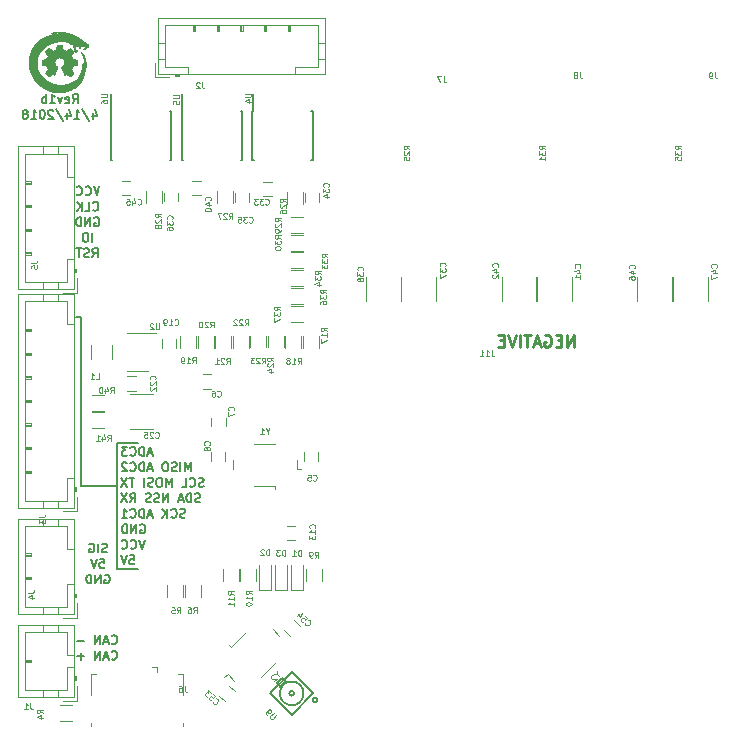
<source format=gbr>
G04 #@! TF.GenerationSoftware,KiCad,Pcbnew,(2017-08-25 revision dd37d0595)-makepkg*
G04 #@! TF.CreationDate,2018-04-16T21:33:21-04:00*
G04 #@! TF.ProjectId,VESC_6.4,564553435F362E342E6B696361645F70,rev?*
G04 #@! TF.SameCoordinates,Original*
G04 #@! TF.FileFunction,Legend,Bot*
G04 #@! TF.FilePolarity,Positive*
%FSLAX46Y46*%
G04 Gerber Fmt 4.6, Leading zero omitted, Abs format (unit mm)*
G04 Created by KiCad (PCBNEW (2017-08-25 revision dd37d0595)-makepkg) date 04/16/18 21:33:21*
%MOMM*%
%LPD*%
G01*
G04 APERTURE LIST*
%ADD10C,0.200000*%
%ADD11C,0.187500*%
%ADD12C,0.250000*%
%ADD13C,0.002540*%
%ADD14C,0.010000*%
%ADD15C,0.120000*%
%ADD16C,0.150000*%
%ADD17C,0.203200*%
%ADD18C,0.125000*%
G04 APERTURE END LIST*
D10*
X131184680Y-111348800D02*
X132934680Y-111348800D01*
X131184680Y-100723800D02*
X131184680Y-111348800D01*
X131159680Y-100698800D02*
X132984680Y-100698800D01*
X128159680Y-104298800D02*
X131159680Y-104298800D01*
X128159680Y-89998800D02*
X128159680Y-104298800D01*
X127709680Y-89998800D02*
X128159680Y-89998800D01*
D11*
X134145840Y-101530050D02*
X133788697Y-101530050D01*
X134217269Y-101744335D02*
X133967269Y-100994335D01*
X133717269Y-101744335D01*
X133467269Y-101744335D02*
X133467269Y-100994335D01*
X133288697Y-100994335D01*
X133181555Y-101030050D01*
X133110126Y-101101478D01*
X133074412Y-101172907D01*
X133038697Y-101315764D01*
X133038697Y-101422907D01*
X133074412Y-101565764D01*
X133110126Y-101637192D01*
X133181555Y-101708621D01*
X133288697Y-101744335D01*
X133467269Y-101744335D01*
X132288697Y-101672907D02*
X132324412Y-101708621D01*
X132431555Y-101744335D01*
X132502983Y-101744335D01*
X132610126Y-101708621D01*
X132681555Y-101637192D01*
X132717269Y-101565764D01*
X132752983Y-101422907D01*
X132752983Y-101315764D01*
X132717269Y-101172907D01*
X132681555Y-101101478D01*
X132610126Y-101030050D01*
X132502983Y-100994335D01*
X132431555Y-100994335D01*
X132324412Y-101030050D01*
X132288697Y-101065764D01*
X132038697Y-100994335D02*
X131574412Y-100994335D01*
X131824412Y-101280050D01*
X131717269Y-101280050D01*
X131645840Y-101315764D01*
X131610126Y-101351478D01*
X131574412Y-101422907D01*
X131574412Y-101601478D01*
X131610126Y-101672907D01*
X131645840Y-101708621D01*
X131717269Y-101744335D01*
X131931555Y-101744335D01*
X132002983Y-101708621D01*
X132038697Y-101672907D01*
X137395840Y-103056835D02*
X137395840Y-102306835D01*
X137145840Y-102842550D01*
X136895840Y-102306835D01*
X136895840Y-103056835D01*
X136538697Y-103056835D02*
X136538697Y-102306835D01*
X136217269Y-103021121D02*
X136110126Y-103056835D01*
X135931555Y-103056835D01*
X135860126Y-103021121D01*
X135824412Y-102985407D01*
X135788697Y-102913978D01*
X135788697Y-102842550D01*
X135824412Y-102771121D01*
X135860126Y-102735407D01*
X135931555Y-102699692D01*
X136074412Y-102663978D01*
X136145840Y-102628264D01*
X136181555Y-102592550D01*
X136217269Y-102521121D01*
X136217269Y-102449692D01*
X136181555Y-102378264D01*
X136145840Y-102342550D01*
X136074412Y-102306835D01*
X135895840Y-102306835D01*
X135788697Y-102342550D01*
X135324412Y-102306835D02*
X135181555Y-102306835D01*
X135110126Y-102342550D01*
X135038697Y-102413978D01*
X135002983Y-102556835D01*
X135002983Y-102806835D01*
X135038697Y-102949692D01*
X135110126Y-103021121D01*
X135181555Y-103056835D01*
X135324412Y-103056835D01*
X135395840Y-103021121D01*
X135467269Y-102949692D01*
X135502983Y-102806835D01*
X135502983Y-102556835D01*
X135467269Y-102413978D01*
X135395840Y-102342550D01*
X135324412Y-102306835D01*
X134145840Y-102842550D02*
X133788697Y-102842550D01*
X134217269Y-103056835D02*
X133967269Y-102306835D01*
X133717269Y-103056835D01*
X133467269Y-103056835D02*
X133467269Y-102306835D01*
X133288697Y-102306835D01*
X133181555Y-102342550D01*
X133110126Y-102413978D01*
X133074412Y-102485407D01*
X133038697Y-102628264D01*
X133038697Y-102735407D01*
X133074412Y-102878264D01*
X133110126Y-102949692D01*
X133181555Y-103021121D01*
X133288697Y-103056835D01*
X133467269Y-103056835D01*
X132288697Y-102985407D02*
X132324412Y-103021121D01*
X132431555Y-103056835D01*
X132502983Y-103056835D01*
X132610126Y-103021121D01*
X132681555Y-102949692D01*
X132717269Y-102878264D01*
X132752983Y-102735407D01*
X132752983Y-102628264D01*
X132717269Y-102485407D01*
X132681555Y-102413978D01*
X132610126Y-102342550D01*
X132502983Y-102306835D01*
X132431555Y-102306835D01*
X132324412Y-102342550D01*
X132288697Y-102378264D01*
X132002983Y-102378264D02*
X131967269Y-102342550D01*
X131895840Y-102306835D01*
X131717269Y-102306835D01*
X131645840Y-102342550D01*
X131610126Y-102378264D01*
X131574412Y-102449692D01*
X131574412Y-102521121D01*
X131610126Y-102628264D01*
X132038697Y-103056835D01*
X131574412Y-103056835D01*
X138502983Y-104333621D02*
X138395840Y-104369335D01*
X138217269Y-104369335D01*
X138145840Y-104333621D01*
X138110126Y-104297907D01*
X138074412Y-104226478D01*
X138074412Y-104155050D01*
X138110126Y-104083621D01*
X138145840Y-104047907D01*
X138217269Y-104012192D01*
X138360126Y-103976478D01*
X138431555Y-103940764D01*
X138467269Y-103905050D01*
X138502983Y-103833621D01*
X138502983Y-103762192D01*
X138467269Y-103690764D01*
X138431555Y-103655050D01*
X138360126Y-103619335D01*
X138181555Y-103619335D01*
X138074412Y-103655050D01*
X137324412Y-104297907D02*
X137360126Y-104333621D01*
X137467269Y-104369335D01*
X137538697Y-104369335D01*
X137645840Y-104333621D01*
X137717269Y-104262192D01*
X137752983Y-104190764D01*
X137788697Y-104047907D01*
X137788697Y-103940764D01*
X137752983Y-103797907D01*
X137717269Y-103726478D01*
X137645840Y-103655050D01*
X137538697Y-103619335D01*
X137467269Y-103619335D01*
X137360126Y-103655050D01*
X137324412Y-103690764D01*
X136645840Y-104369335D02*
X137002983Y-104369335D01*
X137002983Y-103619335D01*
X135824412Y-104369335D02*
X135824412Y-103619335D01*
X135574412Y-104155050D01*
X135324412Y-103619335D01*
X135324412Y-104369335D01*
X134824412Y-103619335D02*
X134681555Y-103619335D01*
X134610126Y-103655050D01*
X134538697Y-103726478D01*
X134502983Y-103869335D01*
X134502983Y-104119335D01*
X134538697Y-104262192D01*
X134610126Y-104333621D01*
X134681555Y-104369335D01*
X134824412Y-104369335D01*
X134895840Y-104333621D01*
X134967269Y-104262192D01*
X135002983Y-104119335D01*
X135002983Y-103869335D01*
X134967269Y-103726478D01*
X134895840Y-103655050D01*
X134824412Y-103619335D01*
X134217269Y-104333621D02*
X134110126Y-104369335D01*
X133931555Y-104369335D01*
X133860126Y-104333621D01*
X133824412Y-104297907D01*
X133788697Y-104226478D01*
X133788697Y-104155050D01*
X133824412Y-104083621D01*
X133860126Y-104047907D01*
X133931555Y-104012192D01*
X134074412Y-103976478D01*
X134145840Y-103940764D01*
X134181555Y-103905050D01*
X134217269Y-103833621D01*
X134217269Y-103762192D01*
X134181555Y-103690764D01*
X134145840Y-103655050D01*
X134074412Y-103619335D01*
X133895840Y-103619335D01*
X133788697Y-103655050D01*
X133467269Y-104369335D02*
X133467269Y-103619335D01*
X132645840Y-103619335D02*
X132217269Y-103619335D01*
X132431555Y-104369335D02*
X132431555Y-103619335D01*
X132038697Y-103619335D02*
X131538697Y-104369335D01*
X131538697Y-103619335D02*
X132038697Y-104369335D01*
X138217269Y-105646121D02*
X138110126Y-105681835D01*
X137931555Y-105681835D01*
X137860126Y-105646121D01*
X137824412Y-105610407D01*
X137788697Y-105538978D01*
X137788697Y-105467550D01*
X137824412Y-105396121D01*
X137860126Y-105360407D01*
X137931555Y-105324692D01*
X138074412Y-105288978D01*
X138145840Y-105253264D01*
X138181555Y-105217550D01*
X138217269Y-105146121D01*
X138217269Y-105074692D01*
X138181555Y-105003264D01*
X138145840Y-104967550D01*
X138074412Y-104931835D01*
X137895840Y-104931835D01*
X137788697Y-104967550D01*
X137467269Y-105681835D02*
X137467269Y-104931835D01*
X137288697Y-104931835D01*
X137181555Y-104967550D01*
X137110126Y-105038978D01*
X137074412Y-105110407D01*
X137038697Y-105253264D01*
X137038697Y-105360407D01*
X137074412Y-105503264D01*
X137110126Y-105574692D01*
X137181555Y-105646121D01*
X137288697Y-105681835D01*
X137467269Y-105681835D01*
X136752983Y-105467550D02*
X136395840Y-105467550D01*
X136824412Y-105681835D02*
X136574412Y-104931835D01*
X136324412Y-105681835D01*
X135502983Y-105681835D02*
X135502983Y-104931835D01*
X135074412Y-105681835D01*
X135074412Y-104931835D01*
X134752983Y-105646121D02*
X134645840Y-105681835D01*
X134467269Y-105681835D01*
X134395840Y-105646121D01*
X134360126Y-105610407D01*
X134324412Y-105538978D01*
X134324412Y-105467550D01*
X134360126Y-105396121D01*
X134395840Y-105360407D01*
X134467269Y-105324692D01*
X134610126Y-105288978D01*
X134681555Y-105253264D01*
X134717269Y-105217550D01*
X134752983Y-105146121D01*
X134752983Y-105074692D01*
X134717269Y-105003264D01*
X134681555Y-104967550D01*
X134610126Y-104931835D01*
X134431555Y-104931835D01*
X134324412Y-104967550D01*
X134038697Y-105646121D02*
X133931555Y-105681835D01*
X133752983Y-105681835D01*
X133681555Y-105646121D01*
X133645840Y-105610407D01*
X133610126Y-105538978D01*
X133610126Y-105467550D01*
X133645840Y-105396121D01*
X133681555Y-105360407D01*
X133752983Y-105324692D01*
X133895840Y-105288978D01*
X133967269Y-105253264D01*
X134002983Y-105217550D01*
X134038697Y-105146121D01*
X134038697Y-105074692D01*
X134002983Y-105003264D01*
X133967269Y-104967550D01*
X133895840Y-104931835D01*
X133717269Y-104931835D01*
X133610126Y-104967550D01*
X132288697Y-105681835D02*
X132538697Y-105324692D01*
X132717269Y-105681835D02*
X132717269Y-104931835D01*
X132431555Y-104931835D01*
X132360126Y-104967550D01*
X132324412Y-105003264D01*
X132288697Y-105074692D01*
X132288697Y-105181835D01*
X132324412Y-105253264D01*
X132360126Y-105288978D01*
X132431555Y-105324692D01*
X132717269Y-105324692D01*
X132038697Y-104931835D02*
X131538697Y-105681835D01*
X131538697Y-104931835D02*
X132038697Y-105681835D01*
X136931555Y-106958621D02*
X136824412Y-106994335D01*
X136645840Y-106994335D01*
X136574412Y-106958621D01*
X136538697Y-106922907D01*
X136502983Y-106851478D01*
X136502983Y-106780050D01*
X136538697Y-106708621D01*
X136574412Y-106672907D01*
X136645840Y-106637192D01*
X136788697Y-106601478D01*
X136860126Y-106565764D01*
X136895840Y-106530050D01*
X136931555Y-106458621D01*
X136931555Y-106387192D01*
X136895840Y-106315764D01*
X136860126Y-106280050D01*
X136788697Y-106244335D01*
X136610126Y-106244335D01*
X136502983Y-106280050D01*
X135752983Y-106922907D02*
X135788697Y-106958621D01*
X135895840Y-106994335D01*
X135967269Y-106994335D01*
X136074412Y-106958621D01*
X136145840Y-106887192D01*
X136181555Y-106815764D01*
X136217269Y-106672907D01*
X136217269Y-106565764D01*
X136181555Y-106422907D01*
X136145840Y-106351478D01*
X136074412Y-106280050D01*
X135967269Y-106244335D01*
X135895840Y-106244335D01*
X135788697Y-106280050D01*
X135752983Y-106315764D01*
X135431555Y-106994335D02*
X135431555Y-106244335D01*
X135002983Y-106994335D02*
X135324412Y-106565764D01*
X135002983Y-106244335D02*
X135431555Y-106672907D01*
X134145840Y-106780050D02*
X133788697Y-106780050D01*
X134217269Y-106994335D02*
X133967269Y-106244335D01*
X133717269Y-106994335D01*
X133467269Y-106994335D02*
X133467269Y-106244335D01*
X133288697Y-106244335D01*
X133181555Y-106280050D01*
X133110126Y-106351478D01*
X133074412Y-106422907D01*
X133038697Y-106565764D01*
X133038697Y-106672907D01*
X133074412Y-106815764D01*
X133110126Y-106887192D01*
X133181555Y-106958621D01*
X133288697Y-106994335D01*
X133467269Y-106994335D01*
X132288697Y-106922907D02*
X132324412Y-106958621D01*
X132431555Y-106994335D01*
X132502983Y-106994335D01*
X132610126Y-106958621D01*
X132681555Y-106887192D01*
X132717269Y-106815764D01*
X132752983Y-106672907D01*
X132752983Y-106565764D01*
X132717269Y-106422907D01*
X132681555Y-106351478D01*
X132610126Y-106280050D01*
X132502983Y-106244335D01*
X132431555Y-106244335D01*
X132324412Y-106280050D01*
X132288697Y-106315764D01*
X131574412Y-106994335D02*
X132002983Y-106994335D01*
X131788697Y-106994335D02*
X131788697Y-106244335D01*
X131860126Y-106351478D01*
X131931555Y-106422907D01*
X132002983Y-106458621D01*
X133145840Y-107592550D02*
X133217269Y-107556835D01*
X133324412Y-107556835D01*
X133431555Y-107592550D01*
X133502983Y-107663978D01*
X133538697Y-107735407D01*
X133574412Y-107878264D01*
X133574412Y-107985407D01*
X133538697Y-108128264D01*
X133502983Y-108199692D01*
X133431555Y-108271121D01*
X133324412Y-108306835D01*
X133252983Y-108306835D01*
X133145840Y-108271121D01*
X133110126Y-108235407D01*
X133110126Y-107985407D01*
X133252983Y-107985407D01*
X132788697Y-108306835D02*
X132788697Y-107556835D01*
X132360126Y-108306835D01*
X132360126Y-107556835D01*
X132002983Y-108306835D02*
X132002983Y-107556835D01*
X131824412Y-107556835D01*
X131717269Y-107592550D01*
X131645840Y-107663978D01*
X131610126Y-107735407D01*
X131574412Y-107878264D01*
X131574412Y-107985407D01*
X131610126Y-108128264D01*
X131645840Y-108199692D01*
X131717269Y-108271121D01*
X131824412Y-108306835D01*
X132002983Y-108306835D01*
X133502983Y-108869335D02*
X133252983Y-109619335D01*
X133002983Y-108869335D01*
X132324412Y-109547907D02*
X132360126Y-109583621D01*
X132467269Y-109619335D01*
X132538697Y-109619335D01*
X132645840Y-109583621D01*
X132717269Y-109512192D01*
X132752983Y-109440764D01*
X132788697Y-109297907D01*
X132788697Y-109190764D01*
X132752983Y-109047907D01*
X132717269Y-108976478D01*
X132645840Y-108905050D01*
X132538697Y-108869335D01*
X132467269Y-108869335D01*
X132360126Y-108905050D01*
X132324412Y-108940764D01*
X131574412Y-109547907D02*
X131610126Y-109583621D01*
X131717269Y-109619335D01*
X131788697Y-109619335D01*
X131895840Y-109583621D01*
X131967269Y-109512192D01*
X132002983Y-109440764D01*
X132038697Y-109297907D01*
X132038697Y-109190764D01*
X132002983Y-109047907D01*
X131967269Y-108976478D01*
X131895840Y-108905050D01*
X131788697Y-108869335D01*
X131717269Y-108869335D01*
X131610126Y-108905050D01*
X131574412Y-108940764D01*
X132252983Y-110181835D02*
X132610126Y-110181835D01*
X132645840Y-110538978D01*
X132610126Y-110503264D01*
X132538697Y-110467550D01*
X132360126Y-110467550D01*
X132288697Y-110503264D01*
X132252983Y-110538978D01*
X132217269Y-110610407D01*
X132217269Y-110788978D01*
X132252983Y-110860407D01*
X132288697Y-110896121D01*
X132360126Y-110931835D01*
X132538697Y-110931835D01*
X132610126Y-110896121D01*
X132645840Y-110860407D01*
X132002983Y-110181835D02*
X131752983Y-110931835D01*
X131502983Y-110181835D01*
X129684680Y-78938085D02*
X129434680Y-79688085D01*
X129184680Y-78938085D01*
X128506108Y-79616657D02*
X128541822Y-79652371D01*
X128648965Y-79688085D01*
X128720394Y-79688085D01*
X128827537Y-79652371D01*
X128898965Y-79580942D01*
X128934680Y-79509514D01*
X128970394Y-79366657D01*
X128970394Y-79259514D01*
X128934680Y-79116657D01*
X128898965Y-79045228D01*
X128827537Y-78973800D01*
X128720394Y-78938085D01*
X128648965Y-78938085D01*
X128541822Y-78973800D01*
X128506108Y-79009514D01*
X127756108Y-79616657D02*
X127791822Y-79652371D01*
X127898965Y-79688085D01*
X127970394Y-79688085D01*
X128077537Y-79652371D01*
X128148965Y-79580942D01*
X128184680Y-79509514D01*
X128220394Y-79366657D01*
X128220394Y-79259514D01*
X128184680Y-79116657D01*
X128148965Y-79045228D01*
X128077537Y-78973800D01*
X127970394Y-78938085D01*
X127898965Y-78938085D01*
X127791822Y-78973800D01*
X127756108Y-79009514D01*
X129131108Y-80929157D02*
X129166822Y-80964871D01*
X129273965Y-81000585D01*
X129345394Y-81000585D01*
X129452537Y-80964871D01*
X129523965Y-80893442D01*
X129559680Y-80822014D01*
X129595394Y-80679157D01*
X129595394Y-80572014D01*
X129559680Y-80429157D01*
X129523965Y-80357728D01*
X129452537Y-80286300D01*
X129345394Y-80250585D01*
X129273965Y-80250585D01*
X129166822Y-80286300D01*
X129131108Y-80322014D01*
X128452537Y-81000585D02*
X128809680Y-81000585D01*
X128809680Y-80250585D01*
X128202537Y-81000585D02*
X128202537Y-80250585D01*
X127773965Y-81000585D02*
X128095394Y-80572014D01*
X127773965Y-80250585D02*
X128202537Y-80679157D01*
X129256108Y-81598800D02*
X129327537Y-81563085D01*
X129434680Y-81563085D01*
X129541822Y-81598800D01*
X129613251Y-81670228D01*
X129648965Y-81741657D01*
X129684680Y-81884514D01*
X129684680Y-81991657D01*
X129648965Y-82134514D01*
X129613251Y-82205942D01*
X129541822Y-82277371D01*
X129434680Y-82313085D01*
X129363251Y-82313085D01*
X129256108Y-82277371D01*
X129220394Y-82241657D01*
X129220394Y-81991657D01*
X129363251Y-81991657D01*
X128898965Y-82313085D02*
X128898965Y-81563085D01*
X128470394Y-82313085D01*
X128470394Y-81563085D01*
X128113251Y-82313085D02*
X128113251Y-81563085D01*
X127934680Y-81563085D01*
X127827537Y-81598800D01*
X127756108Y-81670228D01*
X127720394Y-81741657D01*
X127684680Y-81884514D01*
X127684680Y-81991657D01*
X127720394Y-82134514D01*
X127756108Y-82205942D01*
X127827537Y-82277371D01*
X127934680Y-82313085D01*
X128113251Y-82313085D01*
X129077537Y-83625585D02*
X129077537Y-82875585D01*
X128577537Y-82875585D02*
X128434680Y-82875585D01*
X128363251Y-82911300D01*
X128291822Y-82982728D01*
X128256108Y-83125585D01*
X128256108Y-83375585D01*
X128291822Y-83518442D01*
X128363251Y-83589871D01*
X128434680Y-83625585D01*
X128577537Y-83625585D01*
X128648965Y-83589871D01*
X128720394Y-83518442D01*
X128756108Y-83375585D01*
X128756108Y-83125585D01*
X128720394Y-82982728D01*
X128648965Y-82911300D01*
X128577537Y-82875585D01*
X129095394Y-84938085D02*
X129345394Y-84580942D01*
X129523965Y-84938085D02*
X129523965Y-84188085D01*
X129238251Y-84188085D01*
X129166822Y-84223800D01*
X129131108Y-84259514D01*
X129095394Y-84330942D01*
X129095394Y-84438085D01*
X129131108Y-84509514D01*
X129166822Y-84545228D01*
X129238251Y-84580942D01*
X129523965Y-84580942D01*
X128809680Y-84902371D02*
X128702537Y-84938085D01*
X128523965Y-84938085D01*
X128452537Y-84902371D01*
X128416822Y-84866657D01*
X128381108Y-84795228D01*
X128381108Y-84723800D01*
X128416822Y-84652371D01*
X128452537Y-84616657D01*
X128523965Y-84580942D01*
X128666822Y-84545228D01*
X128738251Y-84509514D01*
X128773965Y-84473800D01*
X128809680Y-84402371D01*
X128809680Y-84330942D01*
X128773965Y-84259514D01*
X128738251Y-84223800D01*
X128666822Y-84188085D01*
X128488251Y-84188085D01*
X128381108Y-84223800D01*
X128166822Y-84188085D02*
X127738251Y-84188085D01*
X127952537Y-84938085D02*
X127952537Y-84188085D01*
X130327537Y-109889871D02*
X130220394Y-109925585D01*
X130041822Y-109925585D01*
X129970394Y-109889871D01*
X129934680Y-109854157D01*
X129898965Y-109782728D01*
X129898965Y-109711300D01*
X129934680Y-109639871D01*
X129970394Y-109604157D01*
X130041822Y-109568442D01*
X130184680Y-109532728D01*
X130256108Y-109497014D01*
X130291822Y-109461300D01*
X130327537Y-109389871D01*
X130327537Y-109318442D01*
X130291822Y-109247014D01*
X130256108Y-109211300D01*
X130184680Y-109175585D01*
X130006108Y-109175585D01*
X129898965Y-109211300D01*
X129577537Y-109925585D02*
X129577537Y-109175585D01*
X128827537Y-109211300D02*
X128898965Y-109175585D01*
X129006108Y-109175585D01*
X129113251Y-109211300D01*
X129184680Y-109282728D01*
X129220394Y-109354157D01*
X129256108Y-109497014D01*
X129256108Y-109604157D01*
X129220394Y-109747014D01*
X129184680Y-109818442D01*
X129113251Y-109889871D01*
X129006108Y-109925585D01*
X128934680Y-109925585D01*
X128827537Y-109889871D01*
X128791822Y-109854157D01*
X128791822Y-109604157D01*
X128934680Y-109604157D01*
X129702537Y-110488085D02*
X130059680Y-110488085D01*
X130095394Y-110845228D01*
X130059680Y-110809514D01*
X129988251Y-110773800D01*
X129809680Y-110773800D01*
X129738251Y-110809514D01*
X129702537Y-110845228D01*
X129666822Y-110916657D01*
X129666822Y-111095228D01*
X129702537Y-111166657D01*
X129738251Y-111202371D01*
X129809680Y-111238085D01*
X129988251Y-111238085D01*
X130059680Y-111202371D01*
X130095394Y-111166657D01*
X129452537Y-110488085D02*
X129202537Y-111238085D01*
X128952537Y-110488085D01*
X130131108Y-111836300D02*
X130202537Y-111800585D01*
X130309680Y-111800585D01*
X130416822Y-111836300D01*
X130488251Y-111907728D01*
X130523965Y-111979157D01*
X130559680Y-112122014D01*
X130559680Y-112229157D01*
X130523965Y-112372014D01*
X130488251Y-112443442D01*
X130416822Y-112514871D01*
X130309680Y-112550585D01*
X130238251Y-112550585D01*
X130131108Y-112514871D01*
X130095394Y-112479157D01*
X130095394Y-112229157D01*
X130238251Y-112229157D01*
X129773965Y-112550585D02*
X129773965Y-111800585D01*
X129345394Y-112550585D01*
X129345394Y-111800585D01*
X128988251Y-112550585D02*
X128988251Y-111800585D01*
X128809680Y-111800585D01*
X128702537Y-111836300D01*
X128631108Y-111907728D01*
X128595394Y-111979157D01*
X128559680Y-112122014D01*
X128559680Y-112229157D01*
X128595394Y-112372014D01*
X128631108Y-112443442D01*
X128702537Y-112514871D01*
X128809680Y-112550585D01*
X128988251Y-112550585D01*
X130716822Y-117610407D02*
X130752537Y-117646121D01*
X130859680Y-117681835D01*
X130931108Y-117681835D01*
X131038251Y-117646121D01*
X131109680Y-117574692D01*
X131145394Y-117503264D01*
X131181108Y-117360407D01*
X131181108Y-117253264D01*
X131145394Y-117110407D01*
X131109680Y-117038978D01*
X131038251Y-116967550D01*
X130931108Y-116931835D01*
X130859680Y-116931835D01*
X130752537Y-116967550D01*
X130716822Y-117003264D01*
X130431108Y-117467550D02*
X130073965Y-117467550D01*
X130502537Y-117681835D02*
X130252537Y-116931835D01*
X130002537Y-117681835D01*
X129752537Y-117681835D02*
X129752537Y-116931835D01*
X129323965Y-117681835D01*
X129323965Y-116931835D01*
X128395394Y-117396121D02*
X127823965Y-117396121D01*
X130716822Y-118922907D02*
X130752537Y-118958621D01*
X130859680Y-118994335D01*
X130931108Y-118994335D01*
X131038251Y-118958621D01*
X131109680Y-118887192D01*
X131145394Y-118815764D01*
X131181108Y-118672907D01*
X131181108Y-118565764D01*
X131145394Y-118422907D01*
X131109680Y-118351478D01*
X131038251Y-118280050D01*
X130931108Y-118244335D01*
X130859680Y-118244335D01*
X130752537Y-118280050D01*
X130716822Y-118315764D01*
X130431108Y-118780050D02*
X130073965Y-118780050D01*
X130502537Y-118994335D02*
X130252537Y-118244335D01*
X130002537Y-118994335D01*
X129752537Y-118994335D02*
X129752537Y-118244335D01*
X129323965Y-118994335D01*
X129323965Y-118244335D01*
X128395394Y-118708621D02*
X127823965Y-118708621D01*
X128109680Y-118994335D02*
X128109680Y-118422907D01*
D12*
X169851346Y-92501180D02*
X169851346Y-91501180D01*
X169279918Y-92501180D01*
X169279918Y-91501180D01*
X168803727Y-91977371D02*
X168470394Y-91977371D01*
X168327537Y-92501180D02*
X168803727Y-92501180D01*
X168803727Y-91501180D01*
X168327537Y-91501180D01*
X167375156Y-91548800D02*
X167470394Y-91501180D01*
X167613251Y-91501180D01*
X167756108Y-91548800D01*
X167851346Y-91644038D01*
X167898965Y-91739276D01*
X167946584Y-91929752D01*
X167946584Y-92072609D01*
X167898965Y-92263085D01*
X167851346Y-92358323D01*
X167756108Y-92453561D01*
X167613251Y-92501180D01*
X167518013Y-92501180D01*
X167375156Y-92453561D01*
X167327537Y-92405942D01*
X167327537Y-92072609D01*
X167518013Y-92072609D01*
X166946584Y-92215466D02*
X166470394Y-92215466D01*
X167041822Y-92501180D02*
X166708489Y-91501180D01*
X166375156Y-92501180D01*
X166184680Y-91501180D02*
X165613251Y-91501180D01*
X165898965Y-92501180D02*
X165898965Y-91501180D01*
X165279918Y-92501180D02*
X165279918Y-91501180D01*
X164946584Y-91501180D02*
X164613251Y-92501180D01*
X164279918Y-91501180D01*
X163946584Y-91977371D02*
X163613251Y-91977371D01*
X163470394Y-92501180D02*
X163946584Y-92501180D01*
X163946584Y-91501180D01*
X163470394Y-91501180D01*
D11*
X127406108Y-71881835D02*
X127656108Y-71524692D01*
X127834680Y-71881835D02*
X127834680Y-71131835D01*
X127548965Y-71131835D01*
X127477537Y-71167550D01*
X127441822Y-71203264D01*
X127406108Y-71274692D01*
X127406108Y-71381835D01*
X127441822Y-71453264D01*
X127477537Y-71488978D01*
X127548965Y-71524692D01*
X127834680Y-71524692D01*
X126798965Y-71846121D02*
X126870394Y-71881835D01*
X127013251Y-71881835D01*
X127084680Y-71846121D01*
X127120394Y-71774692D01*
X127120394Y-71488978D01*
X127084680Y-71417550D01*
X127013251Y-71381835D01*
X126870394Y-71381835D01*
X126798965Y-71417550D01*
X126763251Y-71488978D01*
X126763251Y-71560407D01*
X127120394Y-71631835D01*
X126513251Y-71381835D02*
X126334680Y-71881835D01*
X126156108Y-71381835D01*
X125477537Y-71881835D02*
X125906108Y-71881835D01*
X125691822Y-71881835D02*
X125691822Y-71131835D01*
X125763251Y-71238978D01*
X125834680Y-71310407D01*
X125906108Y-71346121D01*
X125156108Y-71881835D02*
X125156108Y-71131835D01*
X125156108Y-71417550D02*
X125084680Y-71381835D01*
X124941822Y-71381835D01*
X124870394Y-71417550D01*
X124834680Y-71453264D01*
X124798965Y-71524692D01*
X124798965Y-71738978D01*
X124834680Y-71810407D01*
X124870394Y-71846121D01*
X124941822Y-71881835D01*
X125084680Y-71881835D01*
X125156108Y-71846121D01*
X129120394Y-72694335D02*
X129120394Y-73194335D01*
X129298965Y-72408621D02*
X129477537Y-72944335D01*
X129013251Y-72944335D01*
X128191822Y-72408621D02*
X128834680Y-73372907D01*
X127548965Y-73194335D02*
X127977537Y-73194335D01*
X127763251Y-73194335D02*
X127763251Y-72444335D01*
X127834680Y-72551478D01*
X127906108Y-72622907D01*
X127977537Y-72658621D01*
X126906108Y-72694335D02*
X126906108Y-73194335D01*
X127084680Y-72408621D02*
X127263251Y-72944335D01*
X126798965Y-72944335D01*
X125977537Y-72408621D02*
X126620394Y-73372907D01*
X125763251Y-72515764D02*
X125727537Y-72480050D01*
X125656108Y-72444335D01*
X125477537Y-72444335D01*
X125406108Y-72480050D01*
X125370394Y-72515764D01*
X125334680Y-72587192D01*
X125334680Y-72658621D01*
X125370394Y-72765764D01*
X125798965Y-73194335D01*
X125334680Y-73194335D01*
X124870394Y-72444335D02*
X124798965Y-72444335D01*
X124727537Y-72480050D01*
X124691822Y-72515764D01*
X124656108Y-72587192D01*
X124620394Y-72730050D01*
X124620394Y-72908621D01*
X124656108Y-73051478D01*
X124691822Y-73122907D01*
X124727537Y-73158621D01*
X124798965Y-73194335D01*
X124870394Y-73194335D01*
X124941822Y-73158621D01*
X124977537Y-73122907D01*
X125013251Y-73051478D01*
X125048965Y-72908621D01*
X125048965Y-72730050D01*
X125013251Y-72587192D01*
X124977537Y-72515764D01*
X124941822Y-72480050D01*
X124870394Y-72444335D01*
X123906108Y-73194335D02*
X124334680Y-73194335D01*
X124120394Y-73194335D02*
X124120394Y-72444335D01*
X124191822Y-72551478D01*
X124263251Y-72622907D01*
X124334680Y-72658621D01*
X123477537Y-72765764D02*
X123548965Y-72730050D01*
X123584680Y-72694335D01*
X123620394Y-72622907D01*
X123620394Y-72587192D01*
X123584680Y-72515764D01*
X123548965Y-72480050D01*
X123477537Y-72444335D01*
X123334680Y-72444335D01*
X123263251Y-72480050D01*
X123227537Y-72515764D01*
X123191822Y-72587192D01*
X123191822Y-72622907D01*
X123227537Y-72694335D01*
X123263251Y-72730050D01*
X123334680Y-72765764D01*
X123477537Y-72765764D01*
X123548965Y-72801478D01*
X123584680Y-72837192D01*
X123620394Y-72908621D01*
X123620394Y-73051478D01*
X123584680Y-73122907D01*
X123548965Y-73158621D01*
X123477537Y-73194335D01*
X123334680Y-73194335D01*
X123263251Y-73158621D01*
X123227537Y-73122907D01*
X123191822Y-73051478D01*
X123191822Y-72908621D01*
X123227537Y-72837192D01*
X123263251Y-72801478D01*
X123334680Y-72765764D01*
D13*
G36*
X125375360Y-69620000D02*
X125393140Y-69612380D01*
X125426160Y-69589520D01*
X125476960Y-69556500D01*
X125535380Y-69518400D01*
X125596340Y-69477760D01*
X125644600Y-69444740D01*
X125680160Y-69421880D01*
X125692860Y-69414260D01*
X125700480Y-69416800D01*
X125728420Y-69432040D01*
X125769060Y-69452360D01*
X125794460Y-69465060D01*
X125832560Y-69480300D01*
X125850340Y-69485380D01*
X125852880Y-69480300D01*
X125868120Y-69449820D01*
X125888440Y-69401560D01*
X125916380Y-69335520D01*
X125949400Y-69259320D01*
X125984960Y-69178040D01*
X126017980Y-69094220D01*
X126051000Y-69015480D01*
X126081480Y-68941820D01*
X126104340Y-68883400D01*
X126119580Y-68842760D01*
X126127200Y-68824980D01*
X126124660Y-68822440D01*
X126106880Y-68804660D01*
X126073860Y-68779260D01*
X126002740Y-68720840D01*
X125931620Y-68634480D01*
X125888440Y-68535420D01*
X125875740Y-68423660D01*
X125885900Y-68322060D01*
X125926540Y-68225540D01*
X125995120Y-68136640D01*
X126078940Y-68070600D01*
X126175460Y-68029960D01*
X126284680Y-68017260D01*
X126388820Y-68027420D01*
X126487880Y-68068060D01*
X126576780Y-68134100D01*
X126614880Y-68177280D01*
X126665680Y-68268720D01*
X126696160Y-68362700D01*
X126698700Y-68385560D01*
X126693620Y-68492240D01*
X126663140Y-68593840D01*
X126607260Y-68682740D01*
X126531060Y-68756400D01*
X126520900Y-68764020D01*
X126485340Y-68791960D01*
X126459940Y-68809740D01*
X126442160Y-68824980D01*
X126576780Y-69147560D01*
X126597100Y-69198360D01*
X126635200Y-69287260D01*
X126665680Y-69363460D01*
X126693620Y-69424420D01*
X126711400Y-69465060D01*
X126719020Y-69480300D01*
X126719020Y-69480300D01*
X126731720Y-69482840D01*
X126754580Y-69475220D01*
X126800300Y-69452360D01*
X126830780Y-69437120D01*
X126863800Y-69421880D01*
X126879040Y-69414260D01*
X126894280Y-69421880D01*
X126927300Y-69442200D01*
X126973020Y-69475220D01*
X127031440Y-69513320D01*
X127087320Y-69551420D01*
X127138120Y-69584440D01*
X127173680Y-69609840D01*
X127191460Y-69617460D01*
X127194000Y-69617460D01*
X127211780Y-69609840D01*
X127239720Y-69584440D01*
X127282900Y-69543800D01*
X127346400Y-69482840D01*
X127356560Y-69472680D01*
X127407360Y-69421880D01*
X127448000Y-69376160D01*
X127475940Y-69345680D01*
X127486100Y-69332980D01*
X127486100Y-69332980D01*
X127475940Y-69315200D01*
X127453080Y-69277100D01*
X127420060Y-69226300D01*
X127379420Y-69165340D01*
X127272740Y-69010400D01*
X127331160Y-68865620D01*
X127348940Y-68819900D01*
X127371800Y-68764020D01*
X127389580Y-68725920D01*
X127397200Y-68708140D01*
X127414980Y-68703060D01*
X127453080Y-68692900D01*
X127511500Y-68682740D01*
X127582620Y-68670040D01*
X127648660Y-68657340D01*
X127707080Y-68644640D01*
X127750260Y-68637020D01*
X127770580Y-68634480D01*
X127775660Y-68629400D01*
X127778200Y-68621780D01*
X127780740Y-68601460D01*
X127783280Y-68563360D01*
X127783280Y-68507480D01*
X127783280Y-68423660D01*
X127783280Y-68416040D01*
X127783280Y-68337300D01*
X127780740Y-68273800D01*
X127778200Y-68235700D01*
X127775660Y-68217920D01*
X127775660Y-68217920D01*
X127757880Y-68212840D01*
X127714700Y-68205220D01*
X127656280Y-68192520D01*
X127585160Y-68179820D01*
X127580080Y-68179820D01*
X127508960Y-68164580D01*
X127450540Y-68151880D01*
X127407360Y-68144260D01*
X127389580Y-68136640D01*
X127387040Y-68131560D01*
X127371800Y-68103620D01*
X127351480Y-68060440D01*
X127328620Y-68007100D01*
X127305760Y-67951220D01*
X127285440Y-67900420D01*
X127272740Y-67864860D01*
X127267660Y-67847080D01*
X127267660Y-67847080D01*
X127277820Y-67829300D01*
X127303220Y-67793740D01*
X127338780Y-67742940D01*
X127379420Y-67681980D01*
X127381960Y-67676900D01*
X127422600Y-67615940D01*
X127455620Y-67565140D01*
X127478480Y-67529580D01*
X127486100Y-67514340D01*
X127486100Y-67511800D01*
X127473400Y-67494020D01*
X127442920Y-67461000D01*
X127397200Y-67415280D01*
X127346400Y-67361940D01*
X127328620Y-67346700D01*
X127270200Y-67288280D01*
X127229560Y-67252720D01*
X127204160Y-67232400D01*
X127194000Y-67227320D01*
X127191460Y-67227320D01*
X127173680Y-67237480D01*
X127135580Y-67262880D01*
X127084780Y-67298440D01*
X127023820Y-67339080D01*
X127021280Y-67341620D01*
X126960320Y-67382260D01*
X126909520Y-67417820D01*
X126873960Y-67440680D01*
X126858720Y-67448300D01*
X126856180Y-67448300D01*
X126833320Y-67443220D01*
X126790140Y-67427980D01*
X126736800Y-67407660D01*
X126680920Y-67384800D01*
X126630120Y-67364480D01*
X126594560Y-67346700D01*
X126576780Y-67336540D01*
X126574240Y-67336540D01*
X126569160Y-67313680D01*
X126559000Y-67267960D01*
X126546300Y-67207000D01*
X126531060Y-67133340D01*
X126528520Y-67123180D01*
X126515820Y-67049520D01*
X126505660Y-66991100D01*
X126495500Y-66950460D01*
X126492960Y-66932680D01*
X126482800Y-66932680D01*
X126447240Y-66930140D01*
X126393900Y-66927600D01*
X126327860Y-66927600D01*
X126261820Y-66927600D01*
X126195780Y-66927600D01*
X126139900Y-66930140D01*
X126099260Y-66932680D01*
X126081480Y-66937760D01*
X126081480Y-66937760D01*
X126076400Y-66960620D01*
X126066240Y-67003800D01*
X126053540Y-67067300D01*
X126038300Y-67140960D01*
X126035760Y-67153660D01*
X126023060Y-67224780D01*
X126010360Y-67283200D01*
X126002740Y-67323840D01*
X125997660Y-67339080D01*
X125992580Y-67341620D01*
X125962100Y-67356860D01*
X125913840Y-67374640D01*
X125855420Y-67400040D01*
X125718260Y-67455920D01*
X125550620Y-67339080D01*
X125535380Y-67328920D01*
X125474420Y-67288280D01*
X125423620Y-67255260D01*
X125388060Y-67232400D01*
X125375360Y-67224780D01*
X125372820Y-67224780D01*
X125357580Y-67240020D01*
X125324560Y-67270500D01*
X125278840Y-67316220D01*
X125225500Y-67367020D01*
X125184860Y-67407660D01*
X125139140Y-67453380D01*
X125111200Y-67486400D01*
X125093420Y-67506720D01*
X125088340Y-67519420D01*
X125090880Y-67527040D01*
X125101040Y-67544820D01*
X125126440Y-67580380D01*
X125159460Y-67633720D01*
X125200100Y-67692140D01*
X125235660Y-67742940D01*
X125271220Y-67798820D01*
X125294080Y-67839460D01*
X125304240Y-67857240D01*
X125301700Y-67867400D01*
X125289000Y-67900420D01*
X125268680Y-67948680D01*
X125243280Y-68009640D01*
X125184860Y-68141720D01*
X125098500Y-68159500D01*
X125045160Y-68169660D01*
X124971500Y-68182360D01*
X124900380Y-68197600D01*
X124788620Y-68217920D01*
X124786080Y-68621780D01*
X124803860Y-68629400D01*
X124819100Y-68634480D01*
X124859740Y-68644640D01*
X124918160Y-68654800D01*
X124986740Y-68667500D01*
X125047700Y-68680200D01*
X125106120Y-68690360D01*
X125149300Y-68697980D01*
X125167080Y-68703060D01*
X125172160Y-68708140D01*
X125187400Y-68738620D01*
X125207720Y-68784340D01*
X125230580Y-68837680D01*
X125255980Y-68896100D01*
X125276300Y-68946900D01*
X125291540Y-68987540D01*
X125296620Y-69007860D01*
X125289000Y-69023100D01*
X125266140Y-69058660D01*
X125233120Y-69109460D01*
X125192480Y-69167880D01*
X125151840Y-69226300D01*
X125118820Y-69277100D01*
X125093420Y-69312660D01*
X125085800Y-69330440D01*
X125090880Y-69340600D01*
X125113740Y-69368540D01*
X125156920Y-69414260D01*
X125222960Y-69480300D01*
X125235660Y-69490460D01*
X125286460Y-69541260D01*
X125332180Y-69581900D01*
X125362660Y-69609840D01*
X125375360Y-69620000D01*
X125375360Y-69620000D01*
G37*
X125375360Y-69620000D02*
X125393140Y-69612380D01*
X125426160Y-69589520D01*
X125476960Y-69556500D01*
X125535380Y-69518400D01*
X125596340Y-69477760D01*
X125644600Y-69444740D01*
X125680160Y-69421880D01*
X125692860Y-69414260D01*
X125700480Y-69416800D01*
X125728420Y-69432040D01*
X125769060Y-69452360D01*
X125794460Y-69465060D01*
X125832560Y-69480300D01*
X125850340Y-69485380D01*
X125852880Y-69480300D01*
X125868120Y-69449820D01*
X125888440Y-69401560D01*
X125916380Y-69335520D01*
X125949400Y-69259320D01*
X125984960Y-69178040D01*
X126017980Y-69094220D01*
X126051000Y-69015480D01*
X126081480Y-68941820D01*
X126104340Y-68883400D01*
X126119580Y-68842760D01*
X126127200Y-68824980D01*
X126124660Y-68822440D01*
X126106880Y-68804660D01*
X126073860Y-68779260D01*
X126002740Y-68720840D01*
X125931620Y-68634480D01*
X125888440Y-68535420D01*
X125875740Y-68423660D01*
X125885900Y-68322060D01*
X125926540Y-68225540D01*
X125995120Y-68136640D01*
X126078940Y-68070600D01*
X126175460Y-68029960D01*
X126284680Y-68017260D01*
X126388820Y-68027420D01*
X126487880Y-68068060D01*
X126576780Y-68134100D01*
X126614880Y-68177280D01*
X126665680Y-68268720D01*
X126696160Y-68362700D01*
X126698700Y-68385560D01*
X126693620Y-68492240D01*
X126663140Y-68593840D01*
X126607260Y-68682740D01*
X126531060Y-68756400D01*
X126520900Y-68764020D01*
X126485340Y-68791960D01*
X126459940Y-68809740D01*
X126442160Y-68824980D01*
X126576780Y-69147560D01*
X126597100Y-69198360D01*
X126635200Y-69287260D01*
X126665680Y-69363460D01*
X126693620Y-69424420D01*
X126711400Y-69465060D01*
X126719020Y-69480300D01*
X126719020Y-69480300D01*
X126731720Y-69482840D01*
X126754580Y-69475220D01*
X126800300Y-69452360D01*
X126830780Y-69437120D01*
X126863800Y-69421880D01*
X126879040Y-69414260D01*
X126894280Y-69421880D01*
X126927300Y-69442200D01*
X126973020Y-69475220D01*
X127031440Y-69513320D01*
X127087320Y-69551420D01*
X127138120Y-69584440D01*
X127173680Y-69609840D01*
X127191460Y-69617460D01*
X127194000Y-69617460D01*
X127211780Y-69609840D01*
X127239720Y-69584440D01*
X127282900Y-69543800D01*
X127346400Y-69482840D01*
X127356560Y-69472680D01*
X127407360Y-69421880D01*
X127448000Y-69376160D01*
X127475940Y-69345680D01*
X127486100Y-69332980D01*
X127486100Y-69332980D01*
X127475940Y-69315200D01*
X127453080Y-69277100D01*
X127420060Y-69226300D01*
X127379420Y-69165340D01*
X127272740Y-69010400D01*
X127331160Y-68865620D01*
X127348940Y-68819900D01*
X127371800Y-68764020D01*
X127389580Y-68725920D01*
X127397200Y-68708140D01*
X127414980Y-68703060D01*
X127453080Y-68692900D01*
X127511500Y-68682740D01*
X127582620Y-68670040D01*
X127648660Y-68657340D01*
X127707080Y-68644640D01*
X127750260Y-68637020D01*
X127770580Y-68634480D01*
X127775660Y-68629400D01*
X127778200Y-68621780D01*
X127780740Y-68601460D01*
X127783280Y-68563360D01*
X127783280Y-68507480D01*
X127783280Y-68423660D01*
X127783280Y-68416040D01*
X127783280Y-68337300D01*
X127780740Y-68273800D01*
X127778200Y-68235700D01*
X127775660Y-68217920D01*
X127775660Y-68217920D01*
X127757880Y-68212840D01*
X127714700Y-68205220D01*
X127656280Y-68192520D01*
X127585160Y-68179820D01*
X127580080Y-68179820D01*
X127508960Y-68164580D01*
X127450540Y-68151880D01*
X127407360Y-68144260D01*
X127389580Y-68136640D01*
X127387040Y-68131560D01*
X127371800Y-68103620D01*
X127351480Y-68060440D01*
X127328620Y-68007100D01*
X127305760Y-67951220D01*
X127285440Y-67900420D01*
X127272740Y-67864860D01*
X127267660Y-67847080D01*
X127267660Y-67847080D01*
X127277820Y-67829300D01*
X127303220Y-67793740D01*
X127338780Y-67742940D01*
X127379420Y-67681980D01*
X127381960Y-67676900D01*
X127422600Y-67615940D01*
X127455620Y-67565140D01*
X127478480Y-67529580D01*
X127486100Y-67514340D01*
X127486100Y-67511800D01*
X127473400Y-67494020D01*
X127442920Y-67461000D01*
X127397200Y-67415280D01*
X127346400Y-67361940D01*
X127328620Y-67346700D01*
X127270200Y-67288280D01*
X127229560Y-67252720D01*
X127204160Y-67232400D01*
X127194000Y-67227320D01*
X127191460Y-67227320D01*
X127173680Y-67237480D01*
X127135580Y-67262880D01*
X127084780Y-67298440D01*
X127023820Y-67339080D01*
X127021280Y-67341620D01*
X126960320Y-67382260D01*
X126909520Y-67417820D01*
X126873960Y-67440680D01*
X126858720Y-67448300D01*
X126856180Y-67448300D01*
X126833320Y-67443220D01*
X126790140Y-67427980D01*
X126736800Y-67407660D01*
X126680920Y-67384800D01*
X126630120Y-67364480D01*
X126594560Y-67346700D01*
X126576780Y-67336540D01*
X126574240Y-67336540D01*
X126569160Y-67313680D01*
X126559000Y-67267960D01*
X126546300Y-67207000D01*
X126531060Y-67133340D01*
X126528520Y-67123180D01*
X126515820Y-67049520D01*
X126505660Y-66991100D01*
X126495500Y-66950460D01*
X126492960Y-66932680D01*
X126482800Y-66932680D01*
X126447240Y-66930140D01*
X126393900Y-66927600D01*
X126327860Y-66927600D01*
X126261820Y-66927600D01*
X126195780Y-66927600D01*
X126139900Y-66930140D01*
X126099260Y-66932680D01*
X126081480Y-66937760D01*
X126081480Y-66937760D01*
X126076400Y-66960620D01*
X126066240Y-67003800D01*
X126053540Y-67067300D01*
X126038300Y-67140960D01*
X126035760Y-67153660D01*
X126023060Y-67224780D01*
X126010360Y-67283200D01*
X126002740Y-67323840D01*
X125997660Y-67339080D01*
X125992580Y-67341620D01*
X125962100Y-67356860D01*
X125913840Y-67374640D01*
X125855420Y-67400040D01*
X125718260Y-67455920D01*
X125550620Y-67339080D01*
X125535380Y-67328920D01*
X125474420Y-67288280D01*
X125423620Y-67255260D01*
X125388060Y-67232400D01*
X125375360Y-67224780D01*
X125372820Y-67224780D01*
X125357580Y-67240020D01*
X125324560Y-67270500D01*
X125278840Y-67316220D01*
X125225500Y-67367020D01*
X125184860Y-67407660D01*
X125139140Y-67453380D01*
X125111200Y-67486400D01*
X125093420Y-67506720D01*
X125088340Y-67519420D01*
X125090880Y-67527040D01*
X125101040Y-67544820D01*
X125126440Y-67580380D01*
X125159460Y-67633720D01*
X125200100Y-67692140D01*
X125235660Y-67742940D01*
X125271220Y-67798820D01*
X125294080Y-67839460D01*
X125304240Y-67857240D01*
X125301700Y-67867400D01*
X125289000Y-67900420D01*
X125268680Y-67948680D01*
X125243280Y-68009640D01*
X125184860Y-68141720D01*
X125098500Y-68159500D01*
X125045160Y-68169660D01*
X124971500Y-68182360D01*
X124900380Y-68197600D01*
X124788620Y-68217920D01*
X124786080Y-68621780D01*
X124803860Y-68629400D01*
X124819100Y-68634480D01*
X124859740Y-68644640D01*
X124918160Y-68654800D01*
X124986740Y-68667500D01*
X125047700Y-68680200D01*
X125106120Y-68690360D01*
X125149300Y-68697980D01*
X125167080Y-68703060D01*
X125172160Y-68708140D01*
X125187400Y-68738620D01*
X125207720Y-68784340D01*
X125230580Y-68837680D01*
X125255980Y-68896100D01*
X125276300Y-68946900D01*
X125291540Y-68987540D01*
X125296620Y-69007860D01*
X125289000Y-69023100D01*
X125266140Y-69058660D01*
X125233120Y-69109460D01*
X125192480Y-69167880D01*
X125151840Y-69226300D01*
X125118820Y-69277100D01*
X125093420Y-69312660D01*
X125085800Y-69330440D01*
X125090880Y-69340600D01*
X125113740Y-69368540D01*
X125156920Y-69414260D01*
X125222960Y-69480300D01*
X125235660Y-69490460D01*
X125286460Y-69541260D01*
X125332180Y-69581900D01*
X125362660Y-69609840D01*
X125375360Y-69620000D01*
D14*
G36*
X126200566Y-65820845D02*
X126182614Y-65821508D01*
X126169518Y-65822667D01*
X126160077Y-65824392D01*
X126153633Y-65826516D01*
X126140830Y-65830357D01*
X126133896Y-65828690D01*
X126127960Y-65827222D01*
X126114357Y-65827180D01*
X126092865Y-65828572D01*
X126063260Y-65831409D01*
X126062543Y-65831485D01*
X126036310Y-65834179D01*
X126009935Y-65836742D01*
X125985957Y-65838935D01*
X125966916Y-65840523D01*
X125961630Y-65840909D01*
X125943300Y-65842904D01*
X125927794Y-65845941D01*
X125917845Y-65849475D01*
X125917465Y-65849704D01*
X125905906Y-65854517D01*
X125892338Y-65857135D01*
X125892065Y-65857153D01*
X125883128Y-65858830D01*
X125867437Y-65862926D01*
X125846225Y-65869040D01*
X125820719Y-65876771D01*
X125792152Y-65885719D01*
X125761753Y-65895482D01*
X125730752Y-65905660D01*
X125700380Y-65915851D01*
X125671866Y-65925655D01*
X125646442Y-65934671D01*
X125625338Y-65942498D01*
X125609783Y-65948736D01*
X125606301Y-65950274D01*
X125593345Y-65955914D01*
X125583374Y-65959734D01*
X125579303Y-65960800D01*
X125573536Y-65963707D01*
X125570088Y-65967100D01*
X125567153Y-65972660D01*
X125571209Y-65975836D01*
X125577045Y-65975774D01*
X125589698Y-65974278D01*
X125607690Y-65971612D01*
X125629543Y-65968041D01*
X125653780Y-65963830D01*
X125678922Y-65959242D01*
X125703492Y-65954542D01*
X125726013Y-65949994D01*
X125745005Y-65945862D01*
X125758992Y-65942411D01*
X125760546Y-65941974D01*
X125772321Y-65939408D01*
X125790077Y-65936528D01*
X125811355Y-65933698D01*
X125832513Y-65931391D01*
X125859713Y-65928292D01*
X125890671Y-65924026D01*
X125920876Y-65919246D01*
X125938346Y-65916099D01*
X125963015Y-65911521D01*
X125985904Y-65907725D01*
X126008116Y-65904650D01*
X126030748Y-65902232D01*
X126054901Y-65900408D01*
X126081675Y-65899117D01*
X126112169Y-65898295D01*
X126147483Y-65897879D01*
X126188718Y-65897808D01*
X126236971Y-65898018D01*
X126253730Y-65898132D01*
X126431530Y-65899416D01*
X126448463Y-65909437D01*
X126464437Y-65917120D01*
X126483920Y-65924023D01*
X126503350Y-65929063D01*
X126519164Y-65931158D01*
X126519974Y-65931167D01*
X126529106Y-65932544D01*
X126542797Y-65936111D01*
X126554692Y-65939941D01*
X126579049Y-65946184D01*
X126599106Y-65946574D01*
X126612578Y-65945978D01*
X126620860Y-65948376D01*
X126625132Y-65952159D01*
X126634355Y-65957913D01*
X126649670Y-65962004D01*
X126654406Y-65962697D01*
X126675410Y-65966484D01*
X126688774Y-65971882D01*
X126695235Y-65979271D01*
X126696113Y-65984280D01*
X126695508Y-65991158D01*
X126693016Y-65996336D01*
X126687621Y-66000022D01*
X126678306Y-66002427D01*
X126664057Y-66003758D01*
X126643856Y-66004224D01*
X126616687Y-66004035D01*
X126601270Y-66003780D01*
X126570037Y-66003034D01*
X126546138Y-66002014D01*
X126528445Y-66000624D01*
X126515826Y-65998771D01*
X126507153Y-65996358D01*
X126505613Y-65995721D01*
X126495758Y-65992541D01*
X126482618Y-65990739D01*
X126464376Y-65990162D01*
X126444230Y-65990497D01*
X126418573Y-65991178D01*
X126398768Y-65991435D01*
X126382208Y-65991181D01*
X126366284Y-65990327D01*
X126348390Y-65988785D01*
X126326342Y-65986511D01*
X126306334Y-65984597D01*
X126292829Y-65983993D01*
X126283954Y-65984770D01*
X126277838Y-65986994D01*
X126275659Y-65988365D01*
X126261606Y-65994187D01*
X126248265Y-65991593D01*
X126241303Y-65986567D01*
X126229305Y-65978607D01*
X126218921Y-65977738D01*
X126211958Y-65983290D01*
X126209719Y-65989971D01*
X126213675Y-65996154D01*
X126216688Y-65998785D01*
X126224794Y-66008244D01*
X126224536Y-66016408D01*
X126215922Y-66023230D01*
X126213589Y-66024268D01*
X126200344Y-66027719D01*
X126192191Y-66025416D01*
X126189885Y-66017690D01*
X126190493Y-66014176D01*
X126189869Y-66002155D01*
X126182561Y-65993041D01*
X126170212Y-65988215D01*
X126159495Y-65988123D01*
X126080806Y-65996636D01*
X126029363Y-66000329D01*
X126010722Y-66002897D01*
X125989434Y-66008118D01*
X125974884Y-66013011D01*
X125951763Y-66020329D01*
X125930410Y-66024070D01*
X125924084Y-66024373D01*
X125908221Y-66025384D01*
X125888778Y-66027938D01*
X125872730Y-66030917D01*
X125856093Y-66034328D01*
X125834248Y-66038499D01*
X125810344Y-66042841D01*
X125792599Y-66045916D01*
X125772362Y-66049521D01*
X125754811Y-66052996D01*
X125741852Y-66055940D01*
X125735449Y-66057921D01*
X125727746Y-66059844D01*
X125714818Y-66061174D01*
X125703841Y-66061557D01*
X125685113Y-66062959D01*
X125671992Y-66067276D01*
X125667608Y-66070053D01*
X125655657Y-66076684D01*
X125637033Y-66083659D01*
X125611036Y-66091220D01*
X125595447Y-66095200D01*
X125586088Y-66098092D01*
X125582094Y-66102467D01*
X125581600Y-66111238D01*
X125581941Y-66116313D01*
X125583251Y-66133772D01*
X125562891Y-66136704D01*
X125545871Y-66140564D01*
X125534451Y-66147554D01*
X125526136Y-66159707D01*
X125521585Y-66170359D01*
X125515587Y-66182263D01*
X125508872Y-66190163D01*
X125506367Y-66191573D01*
X125498564Y-66195690D01*
X125487550Y-66203374D01*
X125480841Y-66208705D01*
X125467771Y-66218147D01*
X125456008Y-66222454D01*
X125445419Y-66223267D01*
X125428912Y-66220132D01*
X125418008Y-66211539D01*
X125413100Y-66198704D01*
X125414582Y-66182846D01*
X125422849Y-66165180D01*
X125425407Y-66161460D01*
X125435880Y-66147984D01*
X125444888Y-66139548D01*
X125455305Y-66133919D01*
X125465491Y-66130284D01*
X125475208Y-66125952D01*
X125479911Y-66121436D01*
X125479957Y-66120208D01*
X125474448Y-66114880D01*
X125465404Y-66114380D01*
X125456490Y-66118824D01*
X125448319Y-66124212D01*
X125435986Y-66130376D01*
X125430347Y-66132761D01*
X125415198Y-66139670D01*
X125400662Y-66147662D01*
X125397112Y-66149938D01*
X125383436Y-66157125D01*
X125368913Y-66161895D01*
X125367479Y-66162167D01*
X125354775Y-66164888D01*
X125338309Y-66169137D01*
X125326630Y-66172504D01*
X125296606Y-66181563D01*
X125273689Y-66188333D01*
X125256912Y-66193079D01*
X125245311Y-66196067D01*
X125237921Y-66197563D01*
X125234579Y-66197867D01*
X125228132Y-66198820D01*
X125218366Y-66201961D01*
X125204246Y-66207714D01*
X125184736Y-66216503D01*
X125158802Y-66228750D01*
X125157297Y-66229471D01*
X125137393Y-66238726D01*
X125116928Y-66247779D01*
X125099294Y-66255144D01*
X125093797Y-66257283D01*
X125078951Y-66263503D01*
X125066336Y-66269897D01*
X125059930Y-66274129D01*
X125049275Y-66280649D01*
X125039183Y-66284335D01*
X125027425Y-66289891D01*
X125018767Y-66297591D01*
X125010649Y-66304978D01*
X125002984Y-66307933D01*
X124993943Y-66309902D01*
X124980641Y-66314905D01*
X124965997Y-66321587D01*
X124952933Y-66328594D01*
X124944369Y-66334570D01*
X124943415Y-66335568D01*
X124935850Y-66339863D01*
X124924548Y-66341792D01*
X124923812Y-66341800D01*
X124911953Y-66343752D01*
X124906869Y-66348346D01*
X124901785Y-66353778D01*
X124890992Y-66361263D01*
X124876584Y-66369565D01*
X124860654Y-66377449D01*
X124849911Y-66381982D01*
X124840123Y-66387000D01*
X124827407Y-66395067D01*
X124820278Y-66400151D01*
X124799195Y-66415705D01*
X124783337Y-66426840D01*
X124771349Y-66434462D01*
X124761875Y-66439477D01*
X124760422Y-66440133D01*
X124752174Y-66444741D01*
X124748780Y-66448561D01*
X124745386Y-66451583D01*
X124743086Y-66451867D01*
X124736263Y-66454771D01*
X124729328Y-66460784D01*
X124720011Y-66468772D01*
X124707914Y-66476495D01*
X124706447Y-66477267D01*
X124694354Y-66484700D01*
X124684413Y-66492853D01*
X124683565Y-66493749D01*
X124678201Y-66500612D01*
X124678638Y-66505599D01*
X124683020Y-66510975D01*
X124687809Y-66519499D01*
X124688004Y-66525894D01*
X124681271Y-66533321D01*
X124670523Y-66537335D01*
X124659986Y-66536452D01*
X124659100Y-66536033D01*
X124648060Y-66532683D01*
X124635139Y-66534110D01*
X124618360Y-66540636D01*
X124612257Y-66543647D01*
X124599159Y-66550266D01*
X124588575Y-66555494D01*
X124584065Y-66557623D01*
X124578275Y-66562874D01*
X124571600Y-66572474D01*
X124570345Y-66574714D01*
X124557808Y-66591630D01*
X124541485Y-66604685D01*
X124527192Y-66610829D01*
X124518785Y-66614889D01*
X124510104Y-66621829D01*
X124503287Y-66629475D01*
X124500472Y-66635654D01*
X124501077Y-66637375D01*
X124505934Y-66637189D01*
X124513922Y-66633851D01*
X124523283Y-66630464D01*
X124529368Y-66632928D01*
X124529374Y-66632934D01*
X124530610Y-66639072D01*
X124526055Y-66646623D01*
X124517709Y-66653686D01*
X124507573Y-66658359D01*
X124501700Y-66659227D01*
X124489571Y-66659300D01*
X124492449Y-66682333D01*
X124493836Y-66695701D01*
X124493175Y-66703345D01*
X124489644Y-66707918D01*
X124483412Y-66711560D01*
X124474019Y-66717870D01*
X124461797Y-66727925D01*
X124451813Y-66737210D01*
X124440633Y-66747268D01*
X124430904Y-66754297D01*
X124425205Y-66756667D01*
X124416735Y-66758892D01*
X124407715Y-66763590D01*
X124398868Y-66768140D01*
X124394934Y-66766757D01*
X124395884Y-66759134D01*
X124401685Y-66744964D01*
X124405102Y-66737906D01*
X124411733Y-66724258D01*
X124416545Y-66713740D01*
X124418567Y-66708477D01*
X124418580Y-66708345D01*
X124416577Y-66705533D01*
X124411274Y-66708602D01*
X124403726Y-66716176D01*
X124394990Y-66726877D01*
X124386121Y-66739328D01*
X124378176Y-66752150D01*
X124372210Y-66763968D01*
X124369438Y-66772440D01*
X124365751Y-66782878D01*
X124357840Y-66790578D01*
X124349285Y-66795430D01*
X124330441Y-66806348D01*
X124318469Y-66817065D01*
X124312395Y-66827496D01*
X124308058Y-66834110D01*
X124300427Y-66835145D01*
X124296651Y-66834516D01*
X124287677Y-66834137D01*
X124280082Y-66838293D01*
X124272706Y-66846129D01*
X124267178Y-66853121D01*
X124263830Y-66859517D01*
X124262259Y-66867522D01*
X124262060Y-66879343D01*
X124262829Y-66897185D01*
X124262945Y-66899407D01*
X124263540Y-66921207D01*
X124262365Y-66935650D01*
X124259030Y-66943736D01*
X124253146Y-66946462D01*
X124245105Y-66945079D01*
X124238821Y-66940847D01*
X124237099Y-66932067D01*
X124237240Y-66928694D01*
X124236258Y-66913935D01*
X124230976Y-66906088D01*
X124225969Y-66904833D01*
X124221404Y-66908809D01*
X124218874Y-66919987D01*
X124218810Y-66920708D01*
X124217051Y-66930827D01*
X124212438Y-66937872D01*
X124202846Y-66944576D01*
X124198249Y-66947167D01*
X124182996Y-66956795D01*
X124167858Y-66968229D01*
X124163512Y-66972017D01*
X124154105Y-66981560D01*
X124149721Y-66989874D01*
X124148711Y-67000941D01*
X124148893Y-67007305D01*
X124148774Y-67020823D01*
X124146151Y-67029505D01*
X124139754Y-67036891D01*
X124137577Y-67038811D01*
X124129312Y-67047926D01*
X124125381Y-67058932D01*
X124124337Y-67069140D01*
X124123532Y-67083227D01*
X124122465Y-67091213D01*
X124120303Y-67095445D01*
X124116214Y-67098268D01*
X124113480Y-67099727D01*
X124101609Y-67102211D01*
X124092407Y-67100129D01*
X124081858Y-67097932D01*
X124077899Y-67100576D01*
X124080623Y-67107472D01*
X124089621Y-67117550D01*
X124106509Y-67135704D01*
X124116775Y-67151380D01*
X124120270Y-67164076D01*
X124116848Y-67173288D01*
X124107388Y-67178272D01*
X124095715Y-67178871D01*
X124089804Y-67173276D01*
X124089384Y-67162379D01*
X124089444Y-67151414D01*
X124085687Y-67147481D01*
X124078620Y-67150331D01*
X124068749Y-67159717D01*
X124056581Y-67175390D01*
X124053414Y-67180000D01*
X124042728Y-67194622D01*
X124030779Y-67209195D01*
X124026309Y-67214129D01*
X124014376Y-67230863D01*
X124006031Y-67252908D01*
X124005227Y-67255961D01*
X123998607Y-67276317D01*
X123989820Y-67295416D01*
X123979963Y-67311419D01*
X123970134Y-67322484D01*
X123963118Y-67326523D01*
X123949265Y-67333442D01*
X123942150Y-67345443D01*
X123941827Y-67361957D01*
X123940968Y-67380637D01*
X123933657Y-67400540D01*
X123921069Y-67419211D01*
X123908775Y-67431005D01*
X123898080Y-67441380D01*
X123893874Y-67451553D01*
X123893646Y-67455097D01*
X123894970Y-67464806D01*
X123897880Y-67469983D01*
X123901965Y-67476980D01*
X123900323Y-67488036D01*
X123893381Y-67501390D01*
X123888822Y-67507462D01*
X123877316Y-67526649D01*
X123874065Y-67540882D01*
X123870998Y-67556155D01*
X123865268Y-67572041D01*
X123863785Y-67575088D01*
X123858252Y-67589276D01*
X123857212Y-67600755D01*
X123857410Y-67601717D01*
X123856831Y-67612049D01*
X123851784Y-67628066D01*
X123846614Y-67640193D01*
X123839039Y-67657167D01*
X123832048Y-67673708D01*
X123827286Y-67685883D01*
X123822618Y-67701292D01*
X123817637Y-67721640D01*
X123812853Y-67744326D01*
X123808777Y-67766746D01*
X123805919Y-67786296D01*
X123804788Y-67800373D01*
X123804786Y-67800709D01*
X123803213Y-67816739D01*
X123799408Y-67833185D01*
X123798719Y-67835252D01*
X123795491Y-67846200D01*
X123794542Y-67853408D01*
X123794908Y-67854550D01*
X123795148Y-67859607D01*
X123792941Y-67869315D01*
X123792139Y-67871868D01*
X123785267Y-67884561D01*
X123776864Y-67889553D01*
X123767215Y-67895993D01*
X123763849Y-67903310D01*
X123759165Y-67914492D01*
X123751674Y-67925867D01*
X123751550Y-67926017D01*
X123743848Y-67939818D01*
X123736974Y-67961297D01*
X123731096Y-67989694D01*
X123726384Y-68024247D01*
X123724003Y-68049950D01*
X123721919Y-68074786D01*
X123719441Y-68101221D01*
X123716931Y-68125505D01*
X123715395Y-68138850D01*
X123713132Y-68157559D01*
X123711140Y-68174482D01*
X123709747Y-68186823D01*
X123709450Y-68189650D01*
X123707804Y-68199694D01*
X123704573Y-68215011D01*
X123700379Y-68232701D01*
X123699236Y-68237221D01*
X123695382Y-68256397D01*
X123692675Y-68278307D01*
X123691109Y-68301326D01*
X123690682Y-68323832D01*
X123691388Y-68344201D01*
X123693223Y-68360809D01*
X123696184Y-68372032D01*
X123699596Y-68376131D01*
X123709010Y-68382294D01*
X123719223Y-68393741D01*
X123728719Y-68408016D01*
X123735979Y-68422665D01*
X123739488Y-68435234D01*
X123739277Y-68440339D01*
X123737344Y-68445750D01*
X123733593Y-68448923D01*
X123725999Y-68450572D01*
X123712537Y-68451411D01*
X123707380Y-68451600D01*
X123697134Y-68453033D01*
X123693881Y-68456795D01*
X123694069Y-68458467D01*
X123694826Y-68465144D01*
X123695693Y-68478226D01*
X123696549Y-68495650D01*
X123697116Y-68510453D01*
X123698210Y-68531377D01*
X123699918Y-68551062D01*
X123701972Y-68566780D01*
X123703362Y-68573568D01*
X123705812Y-68590177D01*
X123704963Y-68605915D01*
X123704895Y-68606249D01*
X123703032Y-68617316D01*
X123702582Y-68624743D01*
X123702676Y-68625352D01*
X123703102Y-68627638D01*
X123703735Y-68632197D01*
X123704681Y-68639950D01*
X123706043Y-68651812D01*
X123707925Y-68668704D01*
X123710432Y-68691541D01*
X123713667Y-68721243D01*
X123716391Y-68746333D01*
X123720030Y-68772612D01*
X123724460Y-68792348D01*
X123729113Y-68803983D01*
X123734617Y-68816871D01*
X123737010Y-68829788D01*
X123737013Y-68830166D01*
X123738355Y-68843424D01*
X123740961Y-68853532D01*
X123743213Y-68862272D01*
X123745907Y-68876895D01*
X123748599Y-68894865D01*
X123749714Y-68903550D01*
X123753665Y-68934886D01*
X123757156Y-68958967D01*
X123760502Y-68976969D01*
X123764019Y-68990068D01*
X123768022Y-68999440D01*
X123772826Y-69006260D01*
X123778726Y-69011689D01*
X123788276Y-69020980D01*
X123790861Y-69029036D01*
X123790496Y-69031203D01*
X123791163Y-69038110D01*
X123797074Y-69047050D01*
X123808935Y-69059203D01*
X123829610Y-69078650D01*
X123828640Y-69115660D01*
X123827687Y-69132906D01*
X123825980Y-69147071D01*
X123823826Y-69155899D01*
X123822940Y-69157400D01*
X123820331Y-69164388D01*
X123822591Y-69174694D01*
X123824680Y-69188830D01*
X123821953Y-69198275D01*
X123819176Y-69208202D01*
X123821488Y-69218247D01*
X123823357Y-69222287D01*
X123825735Y-69227352D01*
X123828602Y-69234052D01*
X123832310Y-69243318D01*
X123837214Y-69256082D01*
X123843668Y-69273275D01*
X123852026Y-69295828D01*
X123862641Y-69324671D01*
X123872855Y-69352514D01*
X123885859Y-69384791D01*
X123899847Y-69412183D01*
X123916746Y-69438223D01*
X123927685Y-69452865D01*
X123940089Y-69470295D01*
X123946836Y-69483597D01*
X123948680Y-69493293D01*
X123949927Y-69503995D01*
X123952895Y-69510855D01*
X123956322Y-69517777D01*
X123958679Y-69528547D01*
X123958691Y-69528649D01*
X123964212Y-69543127D01*
X123971409Y-69550987D01*
X123979064Y-69558511D01*
X123982529Y-69564886D01*
X123982546Y-69565208D01*
X123985020Y-69571548D01*
X123991291Y-69581399D01*
X123995246Y-69586650D01*
X124002875Y-69598234D01*
X124007405Y-69608947D01*
X124007946Y-69612465D01*
X124010627Y-69622618D01*
X124014500Y-69627758D01*
X124029324Y-69641606D01*
X124036654Y-69652272D01*
X124037580Y-69656560D01*
X124040481Y-69664041D01*
X124047529Y-69672825D01*
X124048163Y-69673433D01*
X124056217Y-69684463D01*
X124058737Y-69698853D01*
X124058746Y-69700065D01*
X124059146Y-69710686D01*
X124061474Y-69714860D01*
X124067426Y-69714603D01*
X124070388Y-69713910D01*
X124085474Y-69710947D01*
X124095258Y-69711468D01*
X124102358Y-69715959D01*
X124106265Y-69720560D01*
X124111668Y-69729405D01*
X124112081Y-69737634D01*
X124109579Y-69745960D01*
X124107279Y-69753878D01*
X124107355Y-69760934D01*
X124110429Y-69769538D01*
X124117124Y-69782106D01*
X124120349Y-69787733D01*
X124129566Y-69804019D01*
X124138291Y-69819960D01*
X124144463Y-69831767D01*
X124151819Y-69844454D01*
X124161989Y-69859535D01*
X124169222Y-69869188D01*
X124177899Y-69881018D01*
X124183884Y-69890804D01*
X124185746Y-69895773D01*
X124188758Y-69901066D01*
X124196742Y-69910008D01*
X124208126Y-69920877D01*
X124211134Y-69923533D01*
X124233500Y-69946616D01*
X124247242Y-69968274D01*
X124253523Y-69980367D01*
X124258866Y-69988587D01*
X124261570Y-69990933D01*
X124265717Y-69994197D01*
X124272474Y-70002572D01*
X124277421Y-70009754D01*
X124284749Y-70019482D01*
X124297283Y-70034366D01*
X124314253Y-70053568D01*
X124334887Y-70076247D01*
X124358416Y-70101564D01*
X124384069Y-70128678D01*
X124411074Y-70156750D01*
X124431280Y-70177446D01*
X124446928Y-70193653D01*
X124462606Y-70210365D01*
X124475930Y-70225024D01*
X124481226Y-70231089D01*
X124495404Y-70245446D01*
X124507880Y-70253643D01*
X124511805Y-70254900D01*
X124522539Y-70259941D01*
X124526893Y-70268155D01*
X124532169Y-70278520D01*
X124540488Y-70287500D01*
X124548459Y-70294265D01*
X124560434Y-70305007D01*
X124574316Y-70317832D01*
X124580064Y-70323246D01*
X124595171Y-70336673D01*
X124610497Y-70348829D01*
X124623426Y-70357684D01*
X124626907Y-70359630D01*
X124659859Y-70379609D01*
X124685581Y-70402335D01*
X124693867Y-70412311D01*
X124704618Y-70424376D01*
X124716387Y-70434270D01*
X124721866Y-70437552D01*
X124732665Y-70444399D01*
X124740167Y-70452160D01*
X124740597Y-70452896D01*
X124747536Y-70460316D01*
X124758374Y-70467011D01*
X124759825Y-70467649D01*
X124771085Y-70473676D01*
X124786775Y-70483781D01*
X124804914Y-70496511D01*
X124823520Y-70510415D01*
X124840614Y-70524040D01*
X124854215Y-70535933D01*
X124857992Y-70539632D01*
X124870986Y-70550201D01*
X124883417Y-70553924D01*
X124885009Y-70553967D01*
X124899303Y-70556885D01*
X124914420Y-70564284D01*
X124926765Y-70574130D01*
X124931207Y-70580103D01*
X124938182Y-70587594D01*
X124948781Y-70594017D01*
X124949146Y-70594172D01*
X124961853Y-70601512D01*
X124972826Y-70610747D01*
X124985883Y-70619806D01*
X124995551Y-70621700D01*
X125009213Y-70625418D01*
X125023161Y-70635000D01*
X125035942Y-70644380D01*
X125052136Y-70653884D01*
X125061820Y-70658589D01*
X125092042Y-70672039D01*
X125114644Y-70682614D01*
X125129918Y-70690456D01*
X125138154Y-70695707D01*
X125138247Y-70695784D01*
X125145601Y-70699792D01*
X125158123Y-70704662D01*
X125169645Y-70708313D01*
X125185823Y-70714028D01*
X125200775Y-70721097D01*
X125208145Y-70725740D01*
X125217759Y-70732295D01*
X125224905Y-70735811D01*
X125225994Y-70736000D01*
X125230414Y-70739548D01*
X125232748Y-70745009D01*
X125236266Y-70751374D01*
X125243750Y-70752283D01*
X125246718Y-70751797D01*
X125256157Y-70752379D01*
X125270660Y-70755851D01*
X125287714Y-70761327D01*
X125304806Y-70767917D01*
X125319423Y-70774734D01*
X125329054Y-70780890D01*
X125329080Y-70780912D01*
X125338424Y-70785505D01*
X125346747Y-70786800D01*
X125357242Y-70789490D01*
X125368696Y-70796096D01*
X125370308Y-70797383D01*
X125385675Y-70806043D01*
X125397091Y-70808061D01*
X125410544Y-70810665D01*
X125421880Y-70816433D01*
X125433106Y-70822491D01*
X125443586Y-70824806D01*
X125453869Y-70827006D01*
X125459638Y-70830838D01*
X125466740Y-70835048D01*
X125478427Y-70838286D01*
X125482381Y-70838879D01*
X125503500Y-70842207D01*
X125522294Y-70846699D01*
X125536735Y-70851770D01*
X125544798Y-70856834D01*
X125544881Y-70856932D01*
X125552455Y-70861248D01*
X125563273Y-70863000D01*
X125575642Y-70864825D01*
X125584980Y-70868769D01*
X125596781Y-70874357D01*
X125614651Y-70878683D01*
X125639622Y-70881976D01*
X125648363Y-70882772D01*
X125668128Y-70885961D01*
X125681005Y-70891821D01*
X125683054Y-70893520D01*
X125693519Y-70899735D01*
X125703608Y-70899308D01*
X125717236Y-70898001D01*
X125733158Y-70899388D01*
X125747957Y-70902889D01*
X125758218Y-70907927D01*
X125759074Y-70908699D01*
X125769028Y-70914177D01*
X125785877Y-70918418D01*
X125808101Y-70921132D01*
X125829088Y-70922014D01*
X125842573Y-70922739D01*
X125852261Y-70924349D01*
X125855417Y-70925886D01*
X125860327Y-70927669D01*
X125871803Y-70929609D01*
X125887954Y-70931432D01*
X125901053Y-70932494D01*
X125919795Y-70934169D01*
X125935617Y-70936295D01*
X125946445Y-70938554D01*
X125949875Y-70939984D01*
X125956436Y-70942147D01*
X125969061Y-70943903D01*
X125985346Y-70944949D01*
X125990214Y-70945073D01*
X126007200Y-70945795D01*
X126021302Y-70947188D01*
X126030064Y-70948987D01*
X126031200Y-70949512D01*
X126033818Y-70950763D01*
X126037898Y-70951878D01*
X126044069Y-70952886D01*
X126052956Y-70953815D01*
X126065188Y-70954693D01*
X126081391Y-70955549D01*
X126102193Y-70956412D01*
X126128220Y-70957310D01*
X126160101Y-70958272D01*
X126198462Y-70959327D01*
X126243930Y-70960502D01*
X126297133Y-70961827D01*
X126306646Y-70962061D01*
X126345843Y-70962886D01*
X126377049Y-70963231D01*
X126400724Y-70963087D01*
X126417330Y-70962450D01*
X126427329Y-70961311D01*
X126430580Y-70960254D01*
X126437466Y-70958264D01*
X126450976Y-70956126D01*
X126469275Y-70954073D01*
X126490530Y-70952341D01*
X126494681Y-70952071D01*
X126519632Y-70950287D01*
X126538243Y-70948262D01*
X126552639Y-70945610D01*
X126564946Y-70941942D01*
X126576740Y-70937119D01*
X126593425Y-70930711D01*
X126606047Y-70928036D01*
X126610781Y-70928405D01*
X126620537Y-70929328D01*
X126636099Y-70928491D01*
X126655074Y-70926250D01*
X126675072Y-70922963D01*
X126693699Y-70918985D01*
X126708564Y-70914674D01*
X126712117Y-70913291D01*
X126731405Y-70907708D01*
X126753711Y-70905355D01*
X126755941Y-70905333D01*
X126771838Y-70904365D01*
X126785959Y-70901871D01*
X126792632Y-70899572D01*
X126804207Y-70895251D01*
X126818887Y-70891618D01*
X126822918Y-70890917D01*
X126838581Y-70886903D01*
X126853542Y-70880623D01*
X126856273Y-70879062D01*
X126873591Y-70872038D01*
X126890335Y-70869682D01*
X126911950Y-70865887D01*
X126925213Y-70859782D01*
X126937960Y-70853668D01*
X126950278Y-70850447D01*
X126952640Y-70850300D01*
X126964237Y-70848513D01*
X126981624Y-70843568D01*
X127003017Y-70836086D01*
X127026630Y-70826690D01*
X127049597Y-70816509D01*
X127064537Y-70809792D01*
X127077874Y-70804255D01*
X127085580Y-70801473D01*
X127096506Y-70797311D01*
X127109313Y-70791283D01*
X127110917Y-70790441D01*
X127123423Y-70785176D01*
X127134907Y-70782509D01*
X127136317Y-70782434D01*
X127146114Y-70780510D01*
X127159595Y-70775728D01*
X127168130Y-70771889D01*
X127181702Y-70766009D01*
X127193561Y-70762216D01*
X127198597Y-70761439D01*
X127207797Y-70759303D01*
X127221142Y-70753887D01*
X127235725Y-70746597D01*
X127248642Y-70738840D01*
X127254714Y-70734262D01*
X127264240Y-70728279D01*
X127270676Y-70725667D01*
X127279103Y-70721785D01*
X127291420Y-70714618D01*
X127302426Y-70707428D01*
X127317479Y-70697894D01*
X127332801Y-70689478D01*
X127341696Y-70685402D01*
X127367067Y-70672788D01*
X127386053Y-70657666D01*
X127397311Y-70641543D01*
X127408951Y-70623387D01*
X127424082Y-70610872D01*
X127441127Y-70604740D01*
X127458506Y-70605733D01*
X127466551Y-70608985D01*
X127473632Y-70610521D01*
X127481872Y-70606638D01*
X127487139Y-70602511D01*
X127497614Y-70595978D01*
X127513056Y-70588974D01*
X127530194Y-70582978D01*
X127530837Y-70582789D01*
X127555593Y-70573630D01*
X127574001Y-70562659D01*
X127576646Y-70560431D01*
X127589830Y-70549188D01*
X127603836Y-70538117D01*
X127606718Y-70535976D01*
X127617696Y-70525846D01*
X127626068Y-70514463D01*
X127627432Y-70511668D01*
X127635527Y-70500071D01*
X127647808Y-70490543D01*
X127648161Y-70490353D01*
X127666768Y-70478489D01*
X127680153Y-70465911D01*
X127686967Y-70453941D01*
X127687411Y-70451822D01*
X127689560Y-70445164D01*
X127695178Y-70442648D01*
X127704319Y-70442670D01*
X127717080Y-70441609D01*
X127722177Y-70437378D01*
X127727509Y-70431861D01*
X127730380Y-70431200D01*
X127739815Y-70428855D01*
X127751920Y-70423165D01*
X127762817Y-70416145D01*
X127767219Y-70412062D01*
X127775010Y-70407495D01*
X127785016Y-70405800D01*
X127798752Y-70402137D01*
X127810635Y-70392748D01*
X127818572Y-70380034D01*
X127820468Y-70366397D01*
X127820299Y-70365351D01*
X127819633Y-70357139D01*
X127822003Y-70349885D01*
X127828620Y-70341192D01*
X127836910Y-70332478D01*
X127849861Y-70317266D01*
X127855722Y-70305225D01*
X127856047Y-70302364D01*
X127858661Y-70293156D01*
X127866417Y-70289058D01*
X127874198Y-70284698D01*
X127886268Y-70275050D01*
X127901472Y-70261313D01*
X127918656Y-70244683D01*
X127936664Y-70226357D01*
X127954342Y-70207533D01*
X127970535Y-70189408D01*
X127981058Y-70176806D01*
X127322646Y-70176806D01*
X127319150Y-70186684D01*
X127310636Y-70192750D01*
X127300064Y-70194023D01*
X127290396Y-70189523D01*
X127288934Y-70187969D01*
X127286064Y-70179859D01*
X127291492Y-70172721D01*
X127299738Y-70168591D01*
X127311738Y-70166519D01*
X127320005Y-70169889D01*
X127322646Y-70176806D01*
X127981058Y-70176806D01*
X127984087Y-70173179D01*
X127993845Y-70160042D01*
X127998180Y-70152476D01*
X128004496Y-70142750D01*
X128012131Y-70137157D01*
X128018853Y-70132707D01*
X128028842Y-70123398D01*
X128040175Y-70111062D01*
X128042611Y-70108178D01*
X128055161Y-70094436D01*
X128068070Y-70082476D01*
X128078774Y-70074645D01*
X128079826Y-70074074D01*
X128103831Y-70057721D01*
X128121159Y-70036892D01*
X128129374Y-70018770D01*
X128134569Y-70003457D01*
X128139939Y-69989219D01*
X128142087Y-69984117D01*
X128146483Y-69972056D01*
X128150942Y-69956413D01*
X128152752Y-69948711D01*
X128156141Y-69937302D01*
X127724088Y-69937302D01*
X127723378Y-69942979D01*
X127716833Y-69943798D01*
X127715708Y-69943652D01*
X127707381Y-69939594D01*
X127704371Y-69934498D01*
X127705082Y-69928821D01*
X127711626Y-69928001D01*
X127712752Y-69928148D01*
X127721079Y-69932206D01*
X127724088Y-69937302D01*
X128156141Y-69937302D01*
X128157533Y-69932616D01*
X128164165Y-69917397D01*
X128167368Y-69911960D01*
X128174645Y-69899047D01*
X128181783Y-69882977D01*
X128184455Y-69875654D01*
X128189933Y-69860702D01*
X128197479Y-69842028D01*
X128205508Y-69823549D01*
X128205904Y-69822678D01*
X128212601Y-69807103D01*
X128217599Y-69793803D01*
X128220015Y-69785176D01*
X128220113Y-69784094D01*
X128222846Y-69775425D01*
X128230638Y-69761447D01*
X128242883Y-69743142D01*
X128258246Y-69722434D01*
X128263843Y-69712990D01*
X128270697Y-69698175D01*
X128278185Y-69679773D01*
X128285683Y-69659566D01*
X128292566Y-69639339D01*
X128298212Y-69620873D01*
X128301996Y-69605952D01*
X128303294Y-69596359D01*
X128303013Y-69594501D01*
X128303610Y-69588937D01*
X128305046Y-69587972D01*
X128307718Y-69583252D01*
X128310444Y-69572150D01*
X128312836Y-69556739D01*
X128314502Y-69539093D01*
X128314636Y-69536908D01*
X128316149Y-69530610D01*
X128317486Y-69529500D01*
X128319867Y-69525981D01*
X128320582Y-69522091D01*
X128322429Y-69514535D01*
X128326613Y-69501928D01*
X128332066Y-69487423D01*
X128338720Y-69468436D01*
X128344640Y-69447798D01*
X128347641Y-69434506D01*
X128352573Y-69411492D01*
X128357476Y-69395409D01*
X128362145Y-69386851D01*
X128364560Y-69385566D01*
X128366904Y-69381813D01*
X128368193Y-69372454D01*
X128368280Y-69368883D01*
X128369164Y-69357686D01*
X128371362Y-69350606D01*
X128372097Y-69349841D01*
X128374533Y-69344693D01*
X128377070Y-69333638D01*
X128377436Y-69331130D01*
X128244220Y-69331130D01*
X128244030Y-69334684D01*
X128242264Y-69348429D01*
X128239311Y-69359751D01*
X128238188Y-69362283D01*
X128234058Y-69371253D01*
X128228856Y-69384347D01*
X128226388Y-69391121D01*
X128219223Y-69406376D01*
X128208927Y-69422635D01*
X128202865Y-69430380D01*
X128192763Y-69444301D01*
X128184757Y-69459307D01*
X128181951Y-69467158D01*
X128177892Y-69481557D01*
X128173609Y-69494612D01*
X128172756Y-69496882D01*
X128170442Y-69511185D01*
X128172381Y-69518049D01*
X128174237Y-69527738D01*
X128172735Y-69537828D01*
X128168709Y-69544965D01*
X128165325Y-69546433D01*
X128160364Y-69550023D01*
X128154817Y-69558766D01*
X128150232Y-69569621D01*
X128148158Y-69579548D01*
X128148146Y-69580158D01*
X128143961Y-69588971D01*
X128133236Y-69596014D01*
X128120604Y-69605079D01*
X128115080Y-69616054D01*
X128109465Y-69627101D01*
X128097768Y-69635751D01*
X128095065Y-69637120D01*
X128083952Y-69643373D01*
X128076233Y-69649273D01*
X128074911Y-69650879D01*
X128067821Y-69655766D01*
X128058564Y-69655606D01*
X128052049Y-69650889D01*
X128045306Y-69644604D01*
X128041255Y-69642555D01*
X128035068Y-69636730D01*
X128034269Y-69628382D01*
X128038680Y-69621344D01*
X128042313Y-69619626D01*
X128049197Y-69615096D01*
X128050780Y-69610906D01*
X128053708Y-69604557D01*
X128061224Y-69595257D01*
X128067713Y-69588766D01*
X128079066Y-69576502D01*
X128084100Y-69565879D01*
X128084646Y-69560682D01*
X128088083Y-69547490D01*
X128097174Y-69533573D01*
X128104901Y-69522800D01*
X128109443Y-69513130D01*
X128109925Y-69510450D01*
X128112097Y-69501887D01*
X128117354Y-69489791D01*
X128120681Y-69483559D01*
X128126820Y-69471751D01*
X128130616Y-69462389D01*
X128131213Y-69459468D01*
X128134119Y-69452272D01*
X128141569Y-69451229D01*
X128147401Y-69453817D01*
X128153212Y-69456014D01*
X128159725Y-69454251D01*
X128169299Y-69447693D01*
X128172973Y-69444785D01*
X128185694Y-69432100D01*
X128190223Y-69420750D01*
X128186627Y-69410192D01*
X128178151Y-69402105D01*
X128171730Y-69396823D01*
X128168111Y-69391278D01*
X128166579Y-69383047D01*
X128166422Y-69369704D01*
X128166574Y-69362786D01*
X128167647Y-69344668D01*
X128170449Y-69331243D01*
X128175975Y-69318770D01*
X128180237Y-69311450D01*
X128187802Y-69298589D01*
X128193676Y-69287742D01*
X128195915Y-69282908D01*
X128200640Y-69277913D01*
X128207881Y-69275532D01*
X128214072Y-69276375D01*
X128215880Y-69279498D01*
X128218532Y-69284678D01*
X128225312Y-69293525D01*
X128230564Y-69299523D01*
X128239524Y-69310403D01*
X128243578Y-69319639D01*
X128244220Y-69331130D01*
X128377436Y-69331130D01*
X128378914Y-69321016D01*
X128381521Y-69304193D01*
X128385102Y-69288536D01*
X128387800Y-69280269D01*
X128391601Y-69268391D01*
X128395497Y-69252044D01*
X128398113Y-69237936D01*
X128401539Y-69220704D01*
X128406800Y-69199278D01*
X128412941Y-69177459D01*
X128415044Y-69170674D01*
X128420547Y-69151955D01*
X128424814Y-69134655D01*
X128427228Y-69121419D01*
X128427547Y-69117231D01*
X128429029Y-69103734D01*
X128432688Y-69088592D01*
X128433618Y-69085790D01*
X128437761Y-69071810D01*
X128442652Y-69051902D01*
X128447781Y-69028509D01*
X128451443Y-69010075D01*
X128342151Y-69010075D01*
X128336899Y-69020981D01*
X128334138Y-69023866D01*
X128327583Y-69033685D01*
X128326610Y-69046747D01*
X128326246Y-69059720D01*
X128323958Y-69075952D01*
X128322135Y-69084336D01*
X128317929Y-69098091D01*
X128312801Y-69104555D01*
X128304586Y-69104812D01*
X128291116Y-69099948D01*
X128291021Y-69099908D01*
X128284987Y-69099345D01*
X128283613Y-69103875D01*
X128286717Y-69116747D01*
X128294809Y-69125212D01*
X128302945Y-69127333D01*
X128312781Y-69130085D01*
X128316194Y-69137472D01*
X128312794Y-69148189D01*
X128310299Y-69151980D01*
X128303190Y-69164384D01*
X128296265Y-69180793D01*
X128290777Y-69197727D01*
X128287979Y-69211704D01*
X128287846Y-69214352D01*
X128285023Y-69224347D01*
X128281308Y-69229089D01*
X128276663Y-69238160D01*
X128277139Y-69245483D01*
X128277009Y-69255926D01*
X128273931Y-69270515D01*
X128270978Y-69279673D01*
X128266401Y-69292355D01*
X128263305Y-69301366D01*
X128262446Y-69304325D01*
X128259039Y-69304882D01*
X128255499Y-69304385D01*
X128249932Y-69299718D01*
X128244668Y-69289664D01*
X128243449Y-69286083D01*
X128238707Y-69273302D01*
X128231475Y-69256993D01*
X128224477Y-69242934D01*
X128215776Y-69222878D01*
X128213106Y-69207327D01*
X128216471Y-69196783D01*
X128224082Y-69192129D01*
X128228169Y-69189883D01*
X128230616Y-69184570D01*
X128231873Y-69174366D01*
X128232374Y-69158396D01*
X128233194Y-69141724D01*
X128234907Y-69127533D01*
X128237155Y-69118695D01*
X128237356Y-69118287D01*
X128240585Y-69107491D01*
X128241122Y-69098492D01*
X128240768Y-69086373D01*
X128242477Y-69079537D01*
X128247323Y-69074857D01*
X128249795Y-69073252D01*
X128257581Y-69070222D01*
X128265562Y-69072796D01*
X128268659Y-69074715D01*
X128277469Y-69078757D01*
X128283427Y-69078765D01*
X128287702Y-69072355D01*
X128285118Y-69064635D01*
X128278321Y-69059115D01*
X128271035Y-69054792D01*
X128266917Y-69049902D01*
X128265065Y-69042077D01*
X128264578Y-69028947D01*
X128264563Y-69022959D01*
X128264563Y-68998216D01*
X128280917Y-68998742D01*
X128295086Y-69001343D01*
X128302078Y-69008213D01*
X128302205Y-69019673D01*
X128302028Y-69020406D01*
X128301763Y-69027802D01*
X128304071Y-69029966D01*
X128310344Y-69026786D01*
X128311349Y-69018979D01*
X128309410Y-69013775D01*
X128308390Y-69004147D01*
X128311573Y-68997543D01*
X128210915Y-68997543D01*
X128210041Y-69003444D01*
X128204623Y-69003835D01*
X128198103Y-68999723D01*
X128196830Y-68996042D01*
X128199472Y-68990650D01*
X128205031Y-68990341D01*
X128209954Y-68994737D01*
X128210915Y-68997543D01*
X128311573Y-68997543D01*
X128313024Y-68994534D01*
X128321219Y-68988369D01*
X128325340Y-68987633D01*
X128335775Y-68990945D01*
X128341577Y-68999244D01*
X128342151Y-69010075D01*
X128451443Y-69010075D01*
X128452636Y-69004075D01*
X128456706Y-68981044D01*
X128459437Y-68962233D01*
X128465241Y-68938565D01*
X128474148Y-68919900D01*
X128482590Y-68905307D01*
X128490106Y-68890542D01*
X128492471Y-68885203D01*
X128496416Y-68872063D01*
X128499910Y-68853883D01*
X128502857Y-68832279D01*
X128505156Y-68808865D01*
X128506711Y-68785259D01*
X128506738Y-68784411D01*
X128389447Y-68784411D01*
X128386939Y-68789653D01*
X128380676Y-68798350D01*
X128378181Y-68801405D01*
X128368530Y-68810598D01*
X128359742Y-68813200D01*
X128356864Y-68812871D01*
X128346822Y-68814029D01*
X128339729Y-68820004D01*
X128337445Y-68828297D01*
X128340394Y-68834994D01*
X128346086Y-68844181D01*
X128351677Y-68857454D01*
X128356221Y-68871844D01*
X128358767Y-68884385D01*
X128358526Y-68891747D01*
X128351760Y-68900044D01*
X128340781Y-68901112D01*
X128330342Y-68897332D01*
X128321541Y-68893541D01*
X128317952Y-68894138D01*
X128317480Y-68896691D01*
X128319852Y-68903536D01*
X128321208Y-68904771D01*
X128325322Y-68911805D01*
X128326085Y-68923871D01*
X128324014Y-68938472D01*
X128319627Y-68953108D01*
X128313440Y-68965280D01*
X128307354Y-68971693D01*
X128296448Y-68974724D01*
X128286049Y-68971263D01*
X128284624Y-68970017D01*
X128282211Y-68964341D01*
X128285306Y-68955716D01*
X128286705Y-68953255D01*
X128291116Y-68944494D01*
X128290725Y-68938760D01*
X128287089Y-68933830D01*
X128281767Y-68923203D01*
X128278297Y-68907578D01*
X128277061Y-68890296D01*
X128278443Y-68874696D01*
X128279749Y-68869860D01*
X128285637Y-68860300D01*
X128293404Y-68856099D01*
X128300672Y-68858216D01*
X128302663Y-68860633D01*
X128307168Y-68864605D01*
X128311493Y-68860892D01*
X128315900Y-68849770D01*
X128320625Y-68834673D01*
X128304403Y-68837414D01*
X128293727Y-68838655D01*
X128288445Y-68836694D01*
X128285705Y-68830256D01*
X128285360Y-68828915D01*
X128285301Y-68827533D01*
X128262488Y-68827533D01*
X128260753Y-68841808D01*
X128258064Y-68848211D01*
X128250384Y-68855142D01*
X128240078Y-68855821D01*
X128229991Y-68850458D01*
X128226094Y-68845847D01*
X128221754Y-68833596D01*
X128222568Y-68820563D01*
X128227650Y-68809310D01*
X128236112Y-68802397D01*
X128241496Y-68801367D01*
X128252053Y-68805034D01*
X128259319Y-68814515D01*
X128262488Y-68827533D01*
X128285301Y-68827533D01*
X128284746Y-68814583D01*
X128289817Y-68803494D01*
X128299425Y-68797641D01*
X128303631Y-68797198D01*
X128314585Y-68798561D01*
X128321329Y-68801040D01*
X128327793Y-68803860D01*
X128332218Y-68802077D01*
X128334935Y-68794749D01*
X128336277Y-68780932D01*
X128336577Y-68759687D01*
X128336568Y-68757870D01*
X128336736Y-68738404D01*
X128337406Y-68721137D01*
X128337963Y-68714420D01*
X128325946Y-68714420D01*
X128324609Y-68729144D01*
X128321157Y-68745114D01*
X128316435Y-68759407D01*
X128311284Y-68769097D01*
X128309724Y-68770716D01*
X128302917Y-68773561D01*
X128297308Y-68769730D01*
X128292575Y-68758682D01*
X128288398Y-68739875D01*
X128287198Y-68732587D01*
X128284860Y-68708613D01*
X128286514Y-68691836D01*
X128292248Y-68681938D01*
X128302153Y-68678602D01*
X128302466Y-68678600D01*
X128311209Y-68682369D01*
X128319154Y-68691921D01*
X128324575Y-68704622D01*
X128325946Y-68714420D01*
X128337963Y-68714420D01*
X128338457Y-68708465D01*
X128339240Y-68704000D01*
X128342510Y-68691289D01*
X128344727Y-68681775D01*
X128349187Y-68672473D01*
X128356020Y-68670928D01*
X128364039Y-68677213D01*
X128366366Y-68680433D01*
X128370713Y-68691391D01*
X128369161Y-68698424D01*
X128364910Y-68710855D01*
X128362772Y-68725874D01*
X128362634Y-68741264D01*
X128364385Y-68754805D01*
X128367915Y-68764281D01*
X128372625Y-68767500D01*
X128378566Y-68770490D01*
X128385338Y-68777026D01*
X128389308Y-68783458D01*
X128389447Y-68784411D01*
X128506738Y-68784411D01*
X128507421Y-68763073D01*
X128507190Y-68743924D01*
X128505917Y-68729427D01*
X128503506Y-68721196D01*
X128502536Y-68720185D01*
X128499678Y-68715838D01*
X128501230Y-68707416D01*
X128502458Y-68703980D01*
X128505078Y-68690472D01*
X128505676Y-68669819D01*
X128504961Y-68653184D01*
X128504015Y-68633859D01*
X128504237Y-68624418D01*
X128367582Y-68624418D01*
X128366704Y-68641853D01*
X128364468Y-68653109D01*
X128360615Y-68659311D01*
X128354886Y-68661581D01*
X128353094Y-68661667D01*
X128346654Y-68658309D01*
X128343685Y-68654258D01*
X128341943Y-68646371D01*
X128341047Y-68633029D01*
X128341159Y-68618257D01*
X128340747Y-68596227D01*
X128337525Y-68580700D01*
X128336384Y-68578147D01*
X128333336Y-68565372D01*
X128337638Y-68555427D01*
X128348254Y-68550006D01*
X128353980Y-68549483D01*
X128366163Y-68549483D01*
X128367360Y-68599683D01*
X128367582Y-68624418D01*
X128504237Y-68624418D01*
X128504323Y-68620783D01*
X128506095Y-68611804D01*
X128507539Y-68608857D01*
X128406804Y-68608857D01*
X128403849Y-68616219D01*
X128397955Y-68617494D01*
X128392046Y-68613307D01*
X128389447Y-68606180D01*
X128392653Y-68599436D01*
X128397913Y-68598167D01*
X128404395Y-68601504D01*
X128406804Y-68608857D01*
X128507539Y-68608857D01*
X128509543Y-68604770D01*
X128509760Y-68604435D01*
X128516484Y-68596755D01*
X128524583Y-68595291D01*
X128529773Y-68596187D01*
X128538544Y-68597455D01*
X128541471Y-68594867D01*
X128541137Y-68589196D01*
X128536585Y-68580589D01*
X128525971Y-68575470D01*
X128515991Y-68571024D01*
X128512372Y-68564177D01*
X128512213Y-68561465D01*
X128513122Y-68557958D01*
X128490377Y-68557958D01*
X128487515Y-68564905D01*
X128480860Y-68567894D01*
X128479466Y-68567739D01*
X128472401Y-68562857D01*
X128470674Y-68558947D01*
X128472611Y-68551820D01*
X128479141Y-68548181D01*
X128486565Y-68549813D01*
X128487660Y-68550753D01*
X128490377Y-68557958D01*
X128513122Y-68557958D01*
X128514227Y-68553698D01*
X128521768Y-68549589D01*
X128525277Y-68548775D01*
X128536911Y-68544148D01*
X128540808Y-68536859D01*
X128536671Y-68527557D01*
X128535593Y-68526307D01*
X128530777Y-68517781D01*
X128530479Y-68506059D01*
X128414847Y-68506059D01*
X128411748Y-68516051D01*
X128404254Y-68526094D01*
X128395063Y-68533138D01*
X128389501Y-68534667D01*
X128382226Y-68531787D01*
X128373079Y-68524675D01*
X128371189Y-68522793D01*
X128363773Y-68513366D01*
X128359953Y-68505212D01*
X128359813Y-68503983D01*
X128363456Y-68495963D01*
X128372317Y-68488638D01*
X128383294Y-68484276D01*
X128387330Y-68483867D01*
X128399255Y-68486868D01*
X128409329Y-68494291D01*
X128414616Y-68503769D01*
X128414847Y-68506059D01*
X128530479Y-68506059D01*
X128530477Y-68506014D01*
X128531096Y-68501790D01*
X128532000Y-68489090D01*
X128528959Y-68481472D01*
X128527279Y-68479840D01*
X128522373Y-68471057D01*
X128520875Y-68457994D01*
X128522153Y-68448703D01*
X128427722Y-68448703D01*
X128423927Y-68457380D01*
X128418022Y-68461766D01*
X128405040Y-68465489D01*
X128389150Y-68466666D01*
X128373647Y-68465400D01*
X128361826Y-68461795D01*
X128359088Y-68459927D01*
X128353128Y-68453286D01*
X128351347Y-68449493D01*
X128355195Y-68444333D01*
X128365201Y-68439648D01*
X128379056Y-68435955D01*
X128394451Y-68433770D01*
X128409078Y-68433609D01*
X128417008Y-68434816D01*
X128425379Y-68440202D01*
X128427722Y-68448703D01*
X128522153Y-68448703D01*
X128522784Y-68444118D01*
X128527286Y-68433986D01*
X128531700Y-68422551D01*
X128515331Y-68422551D01*
X128509602Y-68427516D01*
X128506921Y-68428701D01*
X128496157Y-68432217D01*
X128488970Y-68431354D01*
X128481855Y-68426060D01*
X128475354Y-68418218D01*
X128475569Y-68410782D01*
X128482643Y-68401255D01*
X128483318Y-68400531D01*
X128492724Y-68392515D01*
X128500030Y-68392163D01*
X128507090Y-68399655D01*
X128509184Y-68403028D01*
X128515136Y-68415020D01*
X128515331Y-68422551D01*
X128531700Y-68422551D01*
X128531734Y-68422465D01*
X128532136Y-68408800D01*
X128529020Y-68395867D01*
X128522913Y-68386540D01*
X128518086Y-68383885D01*
X128508130Y-68382669D01*
X128502698Y-68383370D01*
X128494886Y-68383558D01*
X128487397Y-68381671D01*
X128480690Y-68377862D01*
X128479090Y-68371486D01*
X128480192Y-68364236D01*
X128483375Y-68347315D01*
X128483960Y-68336941D01*
X128481197Y-68331398D01*
X128474336Y-68328970D01*
X128464363Y-68328050D01*
X128449544Y-68325761D01*
X128442297Y-68320549D01*
X128441920Y-68311281D01*
X128446510Y-68299301D01*
X128450850Y-68289208D01*
X128451119Y-68283026D01*
X128447072Y-68277115D01*
X128444859Y-68274721D01*
X128438531Y-68266464D01*
X128436013Y-68260285D01*
X128432333Y-68257450D01*
X128423392Y-68255711D01*
X128412344Y-68255197D01*
X128402339Y-68256039D01*
X128396529Y-68258367D01*
X128396326Y-68258644D01*
X128395881Y-68265215D01*
X128401968Y-68269986D01*
X128412665Y-68271656D01*
X128415313Y-68271492D01*
X128425101Y-68271304D01*
X128429058Y-68274278D01*
X128429663Y-68279317D01*
X128425780Y-68288756D01*
X128415173Y-68298367D01*
X128403305Y-68307701D01*
X128399309Y-68314520D01*
X128403107Y-68319222D01*
X128410627Y-68321521D01*
X128419781Y-68324308D01*
X128422613Y-68329165D01*
X128421978Y-68335147D01*
X128422731Y-68345704D01*
X128429801Y-68357291D01*
X128431939Y-68359811D01*
X128439750Y-68370296D01*
X128442327Y-68379809D01*
X128441567Y-68389543D01*
X128439300Y-68400738D01*
X128436784Y-68408025D01*
X128436305Y-68408728D01*
X128431121Y-68410126D01*
X128419408Y-68411358D01*
X128403105Y-68412259D01*
X128390472Y-68412599D01*
X128367852Y-68413189D01*
X128352598Y-68414378D01*
X128343613Y-68416584D01*
X128339800Y-68420223D01*
X128340060Y-68425712D01*
X128342117Y-68430967D01*
X128344904Y-68440052D01*
X128342491Y-68447737D01*
X128338702Y-68453008D01*
X128332618Y-68463604D01*
X128330180Y-68473336D01*
X128327192Y-68483579D01*
X128323174Y-68488640D01*
X128316513Y-68496691D01*
X128310825Y-68507150D01*
X128301404Y-68524794D01*
X128288918Y-68541869D01*
X128275516Y-68555729D01*
X128265705Y-68562662D01*
X128250767Y-68573342D01*
X128239729Y-68588539D01*
X128232072Y-68609362D01*
X128227277Y-68636918D01*
X128226304Y-68646850D01*
X128224203Y-68666011D01*
X128221002Y-68688810D01*
X128217359Y-68710602D01*
X128217011Y-68712467D01*
X128213929Y-68730863D01*
X128211775Y-68747781D01*
X128210912Y-68760226D01*
X128210948Y-68762455D01*
X128210286Y-68774580D01*
X128207687Y-68783921D01*
X128205657Y-68791337D01*
X128203622Y-68804825D01*
X128201911Y-68821996D01*
X128201351Y-68830003D01*
X128199598Y-68849829D01*
X128196985Y-68868757D01*
X128193990Y-68883528D01*
X128193026Y-68886853D01*
X128189351Y-68901289D01*
X128186120Y-68919497D01*
X128184530Y-68932600D01*
X128183075Y-68948829D01*
X128182362Y-68959518D01*
X128182398Y-68967564D01*
X128183188Y-68975860D01*
X128184646Y-68986631D01*
X128184881Y-69003545D01*
X128180715Y-69014494D01*
X128176652Y-69024845D01*
X128179568Y-69031254D01*
X128188693Y-69032520D01*
X128191876Y-69031886D01*
X128200538Y-69031154D01*
X128205502Y-69036083D01*
X128207350Y-69040384D01*
X128209137Y-69051724D01*
X128206526Y-69061080D01*
X128201040Y-69066928D01*
X128194206Y-69067744D01*
X128187549Y-69062003D01*
X128186867Y-69060858D01*
X128181491Y-69056580D01*
X128175131Y-69059263D01*
X128168684Y-69067614D01*
X128163047Y-69080340D01*
X128159121Y-69096147D01*
X128158341Y-69101933D01*
X128156446Y-69115264D01*
X128153505Y-69131503D01*
X128152176Y-69137916D01*
X128149464Y-69154169D01*
X128148049Y-69170163D01*
X128147990Y-69175312D01*
X128146525Y-69188455D01*
X128140290Y-69200293D01*
X128134966Y-69206844D01*
X128121529Y-69222148D01*
X128130604Y-69228173D01*
X128137473Y-69234127D01*
X128139680Y-69238199D01*
X128137089Y-69243161D01*
X128130264Y-69252492D01*
X128120628Y-69264261D01*
X128119639Y-69265412D01*
X128108479Y-69279279D01*
X128102541Y-69289512D01*
X128100755Y-69298145D01*
X128100904Y-69301075D01*
X128098853Y-69315360D01*
X128093428Y-69325857D01*
X128087422Y-69336646D01*
X128084666Y-69346239D01*
X128084646Y-69346838D01*
X128082715Y-69355435D01*
X128077784Y-69367836D01*
X128074063Y-69375390D01*
X128068074Y-69387519D01*
X128064238Y-69396951D01*
X128063480Y-69400191D01*
X128061133Y-69406438D01*
X128055270Y-69416091D01*
X128052896Y-69419433D01*
X128045032Y-69434282D01*
X128042313Y-69447923D01*
X128041393Y-69457115D01*
X128037204Y-69463068D01*
X128027603Y-69468390D01*
X128024321Y-69469835D01*
X128011577Y-69476434D01*
X128001267Y-69483634D01*
X127998960Y-69485850D01*
X127994614Y-69491608D01*
X127995338Y-69495981D01*
X128001981Y-69501769D01*
X128004310Y-69503502D01*
X128012440Y-69510478D01*
X128014428Y-69516102D01*
X128012328Y-69521690D01*
X128007058Y-69527705D01*
X127998525Y-69528834D01*
X127993720Y-69528218D01*
X127981125Y-69528199D01*
X127973934Y-69532397D01*
X127973393Y-69539944D01*
X127974198Y-69541790D01*
X127977028Y-69550186D01*
X127979753Y-69562614D01*
X127980320Y-69566047D01*
X127980568Y-69581201D01*
X127976035Y-69589979D01*
X127967129Y-69591907D01*
X127960060Y-69589672D01*
X127950963Y-69587135D01*
X127946618Y-69589040D01*
X127948596Y-69594695D01*
X127948621Y-69594727D01*
X127953399Y-69605902D01*
X127955213Y-69620758D01*
X127953680Y-69634911D01*
X127952440Y-69638531D01*
X127943017Y-69655391D01*
X127930456Y-69671290D01*
X127917025Y-69683642D01*
X127908409Y-69688754D01*
X127894759Y-69696535D01*
X127889395Y-69704909D01*
X127892389Y-69713694D01*
X127896665Y-69717883D01*
X127903559Y-69724231D01*
X127904347Y-69729293D01*
X127900087Y-69736313D01*
X127892351Y-69743380D01*
X127879369Y-69751756D01*
X127863905Y-69760014D01*
X127848723Y-69766723D01*
X127836588Y-69770456D01*
X127833369Y-69770796D01*
X127827810Y-69772651D01*
X127828598Y-69778208D01*
X127834756Y-69793328D01*
X127837697Y-69803697D01*
X127837316Y-69812438D01*
X127833510Y-69822673D01*
X127826654Y-69836570D01*
X127813307Y-69860761D01*
X127800577Y-69878291D01*
X127787146Y-69890740D01*
X127775651Y-69897781D01*
X127763443Y-69906282D01*
X127757665Y-69916903D01*
X127757239Y-69918762D01*
X127753508Y-69928461D01*
X127746653Y-69931638D01*
X127745615Y-69931667D01*
X127739668Y-69930617D01*
X127738074Y-69925844D01*
X127739217Y-69917559D01*
X127739743Y-69905613D01*
X127735105Y-69897387D01*
X127733992Y-69896328D01*
X127727986Y-69891881D01*
X127722701Y-69892475D01*
X127715274Y-69897735D01*
X127703299Y-69904940D01*
X127693641Y-69904856D01*
X127684596Y-69897800D01*
X127674359Y-69890458D01*
X127664041Y-69891353D01*
X127653181Y-69900560D01*
X127651143Y-69903092D01*
X127641454Y-69913815D01*
X127628581Y-69925803D01*
X127621455Y-69931667D01*
X127608621Y-69943425D01*
X127602703Y-69953128D01*
X127603980Y-69960140D01*
X127607893Y-69962637D01*
X127612022Y-69968181D01*
X127613861Y-69978540D01*
X127613404Y-69990377D01*
X127610642Y-70000356D01*
X127607983Y-70003977D01*
X127599347Y-70006322D01*
X127589273Y-70002480D01*
X127580300Y-69993739D01*
X127577205Y-69988351D01*
X127572951Y-69981026D01*
X127568112Y-69979095D01*
X127561004Y-69982844D01*
X127549945Y-69992556D01*
X127549421Y-69993050D01*
X127539616Y-70001551D01*
X127531915Y-70006910D01*
X127529370Y-70007867D01*
X127524113Y-70010481D01*
X127514820Y-70017276D01*
X127505376Y-70025166D01*
X127492392Y-70035580D01*
X127479592Y-70044229D01*
X127472436Y-70048017D01*
X127463597Y-70053422D01*
X127451021Y-70063266D01*
X127436804Y-70075848D01*
X127429795Y-70082576D01*
X127415329Y-70096291D01*
X127401326Y-70108572D01*
X127389983Y-70117532D01*
X127386211Y-70120050D01*
X127373865Y-70127487D01*
X127362770Y-70134314D01*
X127361890Y-70134867D01*
X127354136Y-70138836D01*
X127349273Y-70137313D01*
X127345974Y-70133386D01*
X127342620Y-70122798D01*
X127347622Y-70111394D01*
X127360919Y-70099268D01*
X127373116Y-70091535D01*
X127387164Y-70082123D01*
X127403941Y-70068846D01*
X127420476Y-70054103D01*
X127425397Y-70049302D01*
X127440060Y-70035257D01*
X127454678Y-70022357D01*
X127466851Y-70012683D01*
X127470549Y-70010150D01*
X127481072Y-70002957D01*
X127488340Y-69996982D01*
X127489757Y-69995338D01*
X127495838Y-69991612D01*
X127500547Y-69990933D01*
X127507933Y-69988214D01*
X127513460Y-69982024D01*
X127515212Y-69975319D01*
X127512975Y-69971777D01*
X127507141Y-69972649D01*
X127496844Y-69978337D01*
X127483717Y-69987784D01*
X127469393Y-69999930D01*
X127468957Y-70000330D01*
X127460194Y-70006107D01*
X127453874Y-70007867D01*
X127447966Y-70010660D01*
X127437835Y-70018153D01*
X127425198Y-70029012D01*
X127418214Y-70035540D01*
X127403537Y-70048882D01*
X127389059Y-70060752D01*
X127377165Y-70069237D01*
X127373687Y-70071244D01*
X127364444Y-70077736D01*
X127352839Y-70088330D01*
X127340468Y-70101229D01*
X127328928Y-70114635D01*
X127319817Y-70126749D01*
X127314731Y-70135774D01*
X127314180Y-70138240D01*
X127310620Y-70143197D01*
X127301737Y-70148806D01*
X127298305Y-70150364D01*
X127286339Y-70157008D01*
X127272249Y-70167168D01*
X127262987Y-70175095D01*
X127246874Y-70189018D01*
X127232376Y-70198269D01*
X127216665Y-70204044D01*
X127196916Y-70207537D01*
X127182947Y-70208950D01*
X127164696Y-70211128D01*
X127148309Y-70214146D01*
X127136703Y-70217440D01*
X127134827Y-70218273D01*
X127123810Y-70222072D01*
X127114687Y-70222402D01*
X127108661Y-70223158D01*
X127101638Y-70229286D01*
X127092347Y-70241911D01*
X127091894Y-70242592D01*
X127078086Y-70262285D01*
X127066651Y-70275636D01*
X127056215Y-70283895D01*
X127045405Y-70288311D01*
X127040531Y-70289304D01*
X127025642Y-70292929D01*
X127009898Y-70298535D01*
X127007263Y-70299697D01*
X126974210Y-70312585D01*
X126944382Y-70319486D01*
X126926485Y-70320589D01*
X126907252Y-70322276D01*
X126889461Y-70327620D01*
X126875643Y-70335634D01*
X126869385Y-70342852D01*
X126862614Y-70349850D01*
X126854414Y-70348606D01*
X126845069Y-70339169D01*
X126844677Y-70338624D01*
X126839154Y-70330279D01*
X126838517Y-70325367D01*
X126842715Y-70320442D01*
X126844389Y-70318918D01*
X126850815Y-70309668D01*
X126852747Y-70301880D01*
X126855921Y-70292777D01*
X126863516Y-70289178D01*
X126872639Y-70292324D01*
X126873467Y-70293007D01*
X126882922Y-70296481D01*
X126897465Y-70296483D01*
X126914624Y-70293360D01*
X126931930Y-70287455D01*
X126939467Y-70283787D01*
X126951291Y-70278137D01*
X126960980Y-70274880D01*
X126963370Y-70274567D01*
X126969940Y-70271516D01*
X126978961Y-70264018D01*
X126988016Y-70254551D01*
X126994685Y-70245593D01*
X126996680Y-70240420D01*
X126993576Y-70234873D01*
X126986130Y-70233919D01*
X126977141Y-70237601D01*
X126974073Y-70240064D01*
X126961882Y-70247025D01*
X126952064Y-70248614D01*
X126939613Y-70249619D01*
X126925090Y-70252548D01*
X126922597Y-70253242D01*
X126908930Y-70257081D01*
X126896866Y-70260183D01*
X126895080Y-70260597D01*
X126884250Y-70264607D01*
X126878147Y-70268460D01*
X126868770Y-70274166D01*
X126853732Y-70280849D01*
X126835622Y-70287590D01*
X126817029Y-70293469D01*
X126800543Y-70297568D01*
X126792726Y-70298791D01*
X126776809Y-70302208D01*
X126766125Y-70308285D01*
X126765612Y-70308821D01*
X126755216Y-70315124D01*
X126744659Y-70316900D01*
X126733479Y-70318764D01*
X126725749Y-70323247D01*
X126725746Y-70323250D01*
X126717821Y-70327628D01*
X126704982Y-70329699D01*
X126703003Y-70329749D01*
X126689952Y-70330434D01*
X126672864Y-70332107D01*
X126653925Y-70334455D01*
X126635320Y-70337168D01*
X126619235Y-70339933D01*
X126607854Y-70342440D01*
X126603844Y-70343882D01*
X126600319Y-70349943D01*
X126598751Y-70360313D01*
X126598746Y-70360924D01*
X126597134Y-70371362D01*
X126590982Y-70379735D01*
X126583393Y-70385738D01*
X126572589Y-70392452D01*
X126564800Y-70394128D01*
X126558226Y-70392191D01*
X126547961Y-70384781D01*
X126547414Y-70382313D01*
X126501380Y-70382313D01*
X126497743Y-70388806D01*
X126488638Y-70392396D01*
X126476776Y-70392372D01*
X126469976Y-70390530D01*
X126463960Y-70384909D01*
X126464075Y-70377312D01*
X126469781Y-70370980D01*
X126473469Y-70369537D01*
X126484612Y-70369362D01*
X126494778Y-70373186D01*
X126500820Y-70379570D01*
X126501380Y-70382313D01*
X126547414Y-70382313D01*
X126546005Y-70375966D01*
X126552426Y-70366187D01*
X126554028Y-70364740D01*
X126562335Y-70355987D01*
X126564705Y-70349858D01*
X126561040Y-70347540D01*
X126555355Y-70348645D01*
X126543241Y-70350831D01*
X126535246Y-70350963D01*
X126525206Y-70350596D01*
X126510492Y-70350474D01*
X126499263Y-70350559D01*
X126482401Y-70349946D01*
X126466446Y-70347967D01*
X126458692Y-70346173D01*
X126447643Y-70343721D01*
X126438024Y-70345014D01*
X126426241Y-70350225D01*
X126412658Y-70355807D01*
X126401904Y-70356450D01*
X126396961Y-70355267D01*
X126383628Y-70351709D01*
X126371205Y-70349118D01*
X126361697Y-70348270D01*
X126357928Y-70350913D01*
X126357446Y-70354830D01*
X126358941Y-70364847D01*
X126361800Y-70374366D01*
X126363909Y-70384472D01*
X126360154Y-70392394D01*
X126359027Y-70393692D01*
X126348879Y-70400694D01*
X126339209Y-70400830D01*
X126333307Y-70396890D01*
X126293078Y-70396890D01*
X126290052Y-70403273D01*
X126289889Y-70403471D01*
X126281550Y-70409515D01*
X126273705Y-70409358D01*
X126268979Y-70403440D01*
X126268546Y-70399903D01*
X126271590Y-70390488D01*
X126278838Y-70386501D01*
X126287469Y-70389223D01*
X126289043Y-70390615D01*
X126293078Y-70396890D01*
X126333307Y-70396890D01*
X126331445Y-70395647D01*
X126327017Y-70386692D01*
X126327354Y-70375511D01*
X126332656Y-70365151D01*
X126332321Y-70359051D01*
X126325660Y-70349469D01*
X126323405Y-70347017D01*
X126313496Y-70338709D01*
X126306386Y-70336650D01*
X126303184Y-70340801D01*
X126303944Y-70347695D01*
X126303856Y-70359102D01*
X126298669Y-70368167D01*
X126290093Y-70371932D01*
X126289941Y-70371933D01*
X126282254Y-70368873D01*
X126273167Y-70361286D01*
X126271095Y-70358974D01*
X126261640Y-70350109D01*
X126250326Y-70345647D01*
X126240027Y-70344215D01*
X126224222Y-70342922D01*
X126212992Y-70342531D01*
X126202491Y-70343088D01*
X126188871Y-70344638D01*
X126187229Y-70344844D01*
X126172689Y-70345622D01*
X126162136Y-70342932D01*
X126155167Y-70338722D01*
X126137180Y-70330722D01*
X126116509Y-70329005D01*
X126096120Y-70333543D01*
X126085135Y-70339339D01*
X126070041Y-70348724D01*
X126058761Y-70352890D01*
X126048867Y-70352340D01*
X126040020Y-70348688D01*
X126031839Y-70343370D01*
X126030090Y-70337770D01*
X126034695Y-70329696D01*
X126039170Y-70324264D01*
X126042977Y-70318352D01*
X126041444Y-70312938D01*
X126036409Y-70307058D01*
X126029834Y-70297372D01*
X126027246Y-70288505D01*
X126024459Y-70279774D01*
X126016093Y-70277404D01*
X126002683Y-70281166D01*
X125992793Y-70285870D01*
X125989860Y-70290368D01*
X125992942Y-70297496D01*
X125995785Y-70301929D01*
X125999953Y-70309478D01*
X125998523Y-70313732D01*
X125993489Y-70316842D01*
X125983241Y-70319737D01*
X125970185Y-70320411D01*
X125968859Y-70320320D01*
X125958118Y-70318426D01*
X125953682Y-70314297D01*
X125953163Y-70310591D01*
X125956068Y-70303622D01*
X125965732Y-70299989D01*
X125965811Y-70299975D01*
X125976409Y-70295769D01*
X125979246Y-70288543D01*
X125974223Y-70278882D01*
X125970125Y-70274593D01*
X125962462Y-70268044D01*
X125956706Y-70266880D01*
X125948721Y-70270656D01*
X125946373Y-70272036D01*
X125933316Y-70277219D01*
X125918094Y-70277325D01*
X125915424Y-70276959D01*
X125893012Y-70277133D01*
X125873154Y-70285128D01*
X125861029Y-70294734D01*
X125853133Y-70301715D01*
X125848245Y-70303226D01*
X125843428Y-70299829D01*
X125841979Y-70298369D01*
X125838062Y-70293518D01*
X125838308Y-70289180D01*
X125843597Y-70283146D01*
X125850505Y-70276964D01*
X125861405Y-70265342D01*
X125866065Y-70256120D01*
X125865080Y-70250471D01*
X125859048Y-70249568D01*
X125848564Y-70254583D01*
X125841752Y-70259750D01*
X125828240Y-70268480D01*
X125817857Y-70269345D01*
X125810656Y-70262365D01*
X125806690Y-70247565D01*
X125806401Y-70244916D01*
X125804351Y-70234598D01*
X125799456Y-70230008D01*
X125793755Y-70228816D01*
X125784799Y-70229764D01*
X125776499Y-70235998D01*
X125771028Y-70242574D01*
X125762775Y-70251742D01*
X125755532Y-70257079D01*
X125753484Y-70257633D01*
X125742927Y-70254914D01*
X125729790Y-70248032D01*
X125717391Y-70238897D01*
X125712387Y-70233950D01*
X125699293Y-70224948D01*
X125681292Y-70219651D01*
X125666403Y-70215793D01*
X125649874Y-70209841D01*
X125634128Y-70202870D01*
X125621589Y-70195961D01*
X125614681Y-70190188D01*
X125614546Y-70189980D01*
X125608724Y-70186710D01*
X125600488Y-70185516D01*
X125587939Y-70183222D01*
X125578513Y-70179317D01*
X125566977Y-70174666D01*
X125558000Y-70173117D01*
X125547778Y-70170585D01*
X125536393Y-70164639D01*
X125535625Y-70164105D01*
X125523862Y-70158208D01*
X125515225Y-70158739D01*
X125510998Y-70165479D01*
X125510780Y-70168350D01*
X125508777Y-70176570D01*
X125506361Y-70179431D01*
X125499597Y-70179563D01*
X125493353Y-70173751D01*
X125489819Y-70164352D01*
X125489613Y-70161416D01*
X125485785Y-70150433D01*
X125475736Y-70140090D01*
X125461618Y-70132280D01*
X125453832Y-70129944D01*
X125441285Y-70126922D01*
X125431813Y-70124265D01*
X125423934Y-70123929D01*
X125420010Y-70129855D01*
X125414028Y-70138660D01*
X125405261Y-70141539D01*
X125398060Y-70138655D01*
X125392744Y-70129546D01*
X125394234Y-70119185D01*
X125398597Y-70113700D01*
X125404467Y-70105083D01*
X125403283Y-70101000D01*
X125341447Y-70101000D01*
X125340002Y-70105123D01*
X125339580Y-70105233D01*
X125335965Y-70102267D01*
X125335097Y-70101000D01*
X125335432Y-70097099D01*
X125336963Y-70096767D01*
X125341274Y-70099840D01*
X125341447Y-70101000D01*
X125403283Y-70101000D01*
X125402078Y-70096849D01*
X125396413Y-70092498D01*
X125393809Y-70090725D01*
X125332391Y-70090725D01*
X125330948Y-70092415D01*
X125327787Y-70092533D01*
X125320086Y-70090111D01*
X125317989Y-70088018D01*
X125316586Y-70082253D01*
X125320354Y-70080909D01*
X125326877Y-70084649D01*
X125327638Y-70085377D01*
X125332391Y-70090725D01*
X125393809Y-70090725D01*
X125388871Y-70087363D01*
X125377677Y-70078511D01*
X125366639Y-70069065D01*
X125354792Y-70059418D01*
X125344560Y-70052618D01*
X125338441Y-70050200D01*
X125331924Y-70048115D01*
X125320234Y-70042523D01*
X125305367Y-70034420D01*
X125297107Y-70029583D01*
X125270667Y-70015260D01*
X125246008Y-70004822D01*
X125224589Y-69998772D01*
X125207869Y-69997611D01*
X125205253Y-69998003D01*
X125196561Y-69998195D01*
X125190570Y-69993086D01*
X125187388Y-69987587D01*
X125180126Y-69977356D01*
X125167516Y-69964998D01*
X125148678Y-69949685D01*
X125140363Y-69943409D01*
X125122554Y-69929152D01*
X125110645Y-69916930D01*
X125102960Y-69904998D01*
X125102466Y-69903979D01*
X125095043Y-69893006D01*
X125086015Y-69885475D01*
X125084474Y-69884774D01*
X125073192Y-69879291D01*
X125061522Y-69872027D01*
X125052335Y-69866944D01*
X125045693Y-69865794D01*
X125045134Y-69866037D01*
X125040641Y-69864703D01*
X125037028Y-69858896D01*
X125031043Y-69849551D01*
X125019818Y-69836954D01*
X125005012Y-69822755D01*
X124988288Y-69808608D01*
X124980391Y-69802559D01*
X124970093Y-69795533D01*
X124963184Y-69793237D01*
X124956556Y-69794969D01*
X124953526Y-69796505D01*
X124946435Y-69799554D01*
X124940966Y-69798545D01*
X124934335Y-69792416D01*
X124930147Y-69787608D01*
X124920716Y-69775064D01*
X124912900Y-69762170D01*
X124911497Y-69759281D01*
X124903667Y-69747161D01*
X124893081Y-69736543D01*
X124892585Y-69736169D01*
X124883644Y-69727031D01*
X124874159Y-69713507D01*
X124868533Y-69703238D01*
X124858942Y-69686438D01*
X124846593Y-69668912D01*
X124839022Y-69659856D01*
X124829518Y-69648770D01*
X124822909Y-69639680D01*
X124820747Y-69635007D01*
X124817933Y-69629585D01*
X124810642Y-69620578D01*
X124802755Y-69612264D01*
X124790023Y-69597796D01*
X124777542Y-69580698D01*
X124772063Y-69571810D01*
X124762471Y-69556824D01*
X124751567Y-69542802D01*
X124745261Y-69536163D01*
X124736679Y-69527158D01*
X124724987Y-69513449D01*
X124712004Y-69497215D01*
X124704061Y-69486779D01*
X124690000Y-69468683D01*
X124678832Y-69456390D01*
X124669067Y-69448456D01*
X124659425Y-69443521D01*
X124648175Y-69438105D01*
X124643835Y-69432896D01*
X124644019Y-69429091D01*
X124647090Y-69417238D01*
X124646976Y-69411369D01*
X124642865Y-69409338D01*
X124636425Y-69409042D01*
X124623317Y-69405609D01*
X124607634Y-69396371D01*
X124604675Y-69394143D01*
X124591656Y-69383661D01*
X124584087Y-69376296D01*
X124580525Y-69370247D01*
X124579528Y-69363715D01*
X124579511Y-69362740D01*
X124576847Y-69355606D01*
X124569931Y-69344657D01*
X124560441Y-69332484D01*
X124550477Y-69320149D01*
X124545988Y-69312578D01*
X124546385Y-69308627D01*
X124547741Y-69307818D01*
X124553461Y-69302389D01*
X124551827Y-69293982D01*
X124544088Y-69284554D01*
X124536253Y-69274186D01*
X124529879Y-69260803D01*
X124529135Y-69258527D01*
X124519871Y-69241056D01*
X124509080Y-69230369D01*
X124496937Y-69217765D01*
X124485177Y-69199589D01*
X124481274Y-69191904D01*
X124474738Y-69177647D01*
X124471618Y-69168801D01*
X124471575Y-69163190D01*
X124474270Y-69158638D01*
X124475817Y-69156870D01*
X124480838Y-69147163D01*
X124478193Y-69139279D01*
X124468620Y-69135070D01*
X124459668Y-69129675D01*
X124451772Y-69116784D01*
X124445254Y-69097334D01*
X124440437Y-69072264D01*
X124437814Y-69045529D01*
X124435566Y-69029422D01*
X124431422Y-69020062D01*
X124425795Y-69018099D01*
X124421966Y-69020653D01*
X124414179Y-69026010D01*
X124409026Y-69023655D01*
X124406356Y-69013416D01*
X124405880Y-69002482D01*
X124405288Y-68988142D01*
X124402691Y-68978880D01*
X124396858Y-68971344D01*
X124393180Y-68967916D01*
X124385086Y-68959475D01*
X124380724Y-68952532D01*
X124380480Y-68951275D01*
X124377933Y-68944824D01*
X124371620Y-68935507D01*
X124369676Y-68933110D01*
X124363313Y-68923732D01*
X124359467Y-68912479D01*
X124357258Y-68896464D01*
X124356818Y-68890800D01*
X124356304Y-68874983D01*
X124357094Y-68863598D01*
X124358901Y-68858771D01*
X124364241Y-68859798D01*
X124373059Y-68865319D01*
X124377882Y-68869245D01*
X124386698Y-68877649D01*
X124390679Y-68884793D01*
X124391152Y-68894329D01*
X124390238Y-68903270D01*
X124389372Y-68917597D01*
X124391369Y-68926863D01*
X124395355Y-68932665D01*
X124403244Y-68939016D01*
X124409124Y-68941066D01*
X124412581Y-68937584D01*
X124412931Y-68928667D01*
X124410518Y-68916615D01*
X124405684Y-68903726D01*
X124402709Y-68898094D01*
X124398884Y-68890317D01*
X124398959Y-68883739D01*
X124403275Y-68874722D01*
X124405215Y-68871393D01*
X124411961Y-68858899D01*
X124413352Y-68851824D01*
X124408911Y-68848669D01*
X124398161Y-68847934D01*
X124397759Y-68847933D01*
X124380127Y-68846346D01*
X124370103Y-68841347D01*
X124367401Y-68832576D01*
X124371733Y-68819677D01*
X124373071Y-68817184D01*
X124380694Y-68806530D01*
X124389485Y-68802037D01*
X124396355Y-68801431D01*
X124403925Y-68798991D01*
X124405401Y-68791524D01*
X124400830Y-68778596D01*
X124399170Y-68775272D01*
X124395137Y-68763873D01*
X124394308Y-68749748D01*
X124394365Y-68749066D01*
X124375529Y-68749066D01*
X124374006Y-68757713D01*
X124369240Y-68763991D01*
X124360322Y-68771051D01*
X124354053Y-68770172D01*
X124351031Y-68761567D01*
X124350846Y-68757435D01*
X124352794Y-68744496D01*
X124357878Y-68737305D01*
X124364962Y-68736920D01*
X124369448Y-68740139D01*
X124375529Y-68749066D01*
X124394365Y-68749066D01*
X124395318Y-68737683D01*
X124396571Y-68716480D01*
X124394464Y-68702765D01*
X124388922Y-68696222D01*
X124385275Y-68695533D01*
X124375261Y-68692093D01*
X124372763Y-68688486D01*
X124350024Y-68688486D01*
X124349116Y-68693938D01*
X124346587Y-68698154D01*
X124342685Y-68697146D01*
X124335285Y-68690363D01*
X124335265Y-68690342D01*
X124327909Y-68680445D01*
X124326836Y-68672618D01*
X124332452Y-68666759D01*
X124335988Y-68665900D01*
X124342715Y-68669558D01*
X124347932Y-68678236D01*
X124350024Y-68688486D01*
X124372763Y-68688486D01*
X124369282Y-68683463D01*
X124367909Y-68672174D01*
X124371709Y-68660762D01*
X124376246Y-68655317D01*
X124383699Y-68644649D01*
X124382689Y-68633878D01*
X124376010Y-68625469D01*
X124368519Y-68620273D01*
X124361826Y-68621203D01*
X124358475Y-68623107D01*
X124352196Y-68626396D01*
X124351251Y-68623629D01*
X124352545Y-68618686D01*
X124354929Y-68607357D01*
X124356602Y-68594007D01*
X124356608Y-68593933D01*
X124357788Y-68582750D01*
X124359112Y-68575279D01*
X124359236Y-68574883D01*
X124359238Y-68568058D01*
X124357286Y-68558425D01*
X124356044Y-68548420D01*
X124360454Y-68541413D01*
X124363407Y-68539005D01*
X124369794Y-68532812D01*
X124369648Y-68526931D01*
X124367764Y-68523514D01*
X124360389Y-68515484D01*
X124350365Y-68508206D01*
X124340411Y-68499396D01*
X124338226Y-68489947D01*
X124343359Y-68481247D01*
X124355357Y-68474682D01*
X124361833Y-68472993D01*
X124374130Y-68470537D01*
X124374298Y-68421110D01*
X124374690Y-68382944D01*
X124349838Y-68382944D01*
X124349536Y-68392274D01*
X124343697Y-68398469D01*
X124334349Y-68397425D01*
X124327912Y-68393628D01*
X124322093Y-68385738D01*
X124322717Y-68377653D01*
X124329023Y-68372359D01*
X124333510Y-68371683D01*
X124343912Y-68374941D01*
X124349838Y-68382944D01*
X124374690Y-68382944D01*
X124374741Y-68378052D01*
X124375734Y-68338439D01*
X124377222Y-68303143D01*
X124379153Y-68273035D01*
X124381474Y-68248987D01*
X124384131Y-68231869D01*
X124386336Y-68224044D01*
X124390400Y-68208873D01*
X124390384Y-68195778D01*
X124389839Y-68183514D01*
X124391629Y-68168789D01*
X124392425Y-68165264D01*
X124395532Y-68151481D01*
X124399068Y-68133527D01*
X124401862Y-68117683D01*
X124405190Y-68100968D01*
X124409133Y-68086143D01*
X124412662Y-68076813D01*
X124417042Y-68065736D01*
X124418580Y-68057189D01*
X124420502Y-68047391D01*
X124424694Y-68037015D01*
X124428463Y-68025192D01*
X124426599Y-68017363D01*
X124421452Y-68011771D01*
X124416687Y-68014441D01*
X124412594Y-68025166D01*
X124412020Y-68027620D01*
X124407901Y-68038253D01*
X124400231Y-68052090D01*
X124392511Y-68063555D01*
X124383030Y-68075752D01*
X124375848Y-68082484D01*
X124368587Y-68085346D01*
X124359180Y-68085933D01*
X124348378Y-68085423D01*
X124343598Y-68082659D01*
X124342404Y-68075792D01*
X124342380Y-68073176D01*
X124343547Y-68061349D01*
X124345946Y-68053067D01*
X124349884Y-68044992D01*
X124355794Y-68032920D01*
X124358861Y-68026667D01*
X124367271Y-68013367D01*
X124377492Y-68002202D01*
X124381491Y-67999150D01*
X124391400Y-67990125D01*
X124397690Y-67979511D01*
X124397964Y-67978587D01*
X124403353Y-67965912D01*
X124411214Y-67955748D01*
X124419444Y-67950653D01*
X124421067Y-67950467D01*
X124426617Y-67946959D01*
X124429066Y-67942307D01*
X124434247Y-67934956D01*
X124443793Y-67927081D01*
X124446284Y-67925517D01*
X124456207Y-67918268D01*
X124460313Y-67910211D01*
X124460913Y-67902497D01*
X124463895Y-67887772D01*
X124469802Y-67876808D01*
X124476340Y-67863889D01*
X124476118Y-67855256D01*
X124476238Y-67845926D01*
X124482109Y-67835515D01*
X124485986Y-67830836D01*
X124493947Y-67819982D01*
X124495409Y-67812504D01*
X124494551Y-67810542D01*
X124490998Y-67800868D01*
X124494078Y-67791887D01*
X124504430Y-67782090D01*
X124507570Y-67779800D01*
X124518307Y-67771055D01*
X124523288Y-67763040D01*
X124524413Y-67753933D01*
X124526984Y-67740869D01*
X124533464Y-67726772D01*
X124534943Y-67724464D01*
X124542237Y-67712168D01*
X124547405Y-67700694D01*
X124548178Y-67698171D01*
X124552028Y-67688865D01*
X124559170Y-67675996D01*
X124565705Y-67665847D01*
X124575618Y-67650200D01*
X124584873Y-67633580D01*
X124589088Y-67624875D01*
X124596348Y-67610265D01*
X124604410Y-67596654D01*
X124607124Y-67592750D01*
X124614576Y-67581454D01*
X124623071Y-67566733D01*
X124627394Y-67558484D01*
X124635170Y-67545238D01*
X124643461Y-67534546D01*
X124647976Y-67530502D01*
X124655740Y-67522351D01*
X124662500Y-67510354D01*
X124663561Y-67507618D01*
X124667227Y-67499580D01*
X124640399Y-67499580D01*
X124639900Y-67503061D01*
X124636643Y-67511676D01*
X124630312Y-67513774D01*
X124628652Y-67513599D01*
X124622717Y-67511256D01*
X124620131Y-67504888D01*
X124619663Y-67495441D01*
X124620781Y-67483462D01*
X124624594Y-67477944D01*
X124626786Y-67477194D01*
X124634441Y-67479313D01*
X124639355Y-67487518D01*
X124640399Y-67499580D01*
X124667227Y-67499580D01*
X124669680Y-67494203D01*
X124677186Y-67482624D01*
X124678378Y-67481232D01*
X124685946Y-67466968D01*
X124687397Y-67455832D01*
X124687942Y-67445660D01*
X124691049Y-67441584D01*
X124698922Y-67441244D01*
X124700881Y-67441387D01*
X124711133Y-67440643D01*
X124718861Y-67435162D01*
X124723820Y-67428687D01*
X124735852Y-67412649D01*
X124752261Y-67392774D01*
X124771288Y-67371060D01*
X124791178Y-67349506D01*
X124810173Y-67330111D01*
X124812305Y-67328028D01*
X124825189Y-67314839D01*
X124835741Y-67302800D01*
X124842383Y-67293766D01*
X124843708Y-67291081D01*
X124850834Y-67282479D01*
X124863335Y-67277298D01*
X124875740Y-67272154D01*
X124879807Y-67265627D01*
X124875560Y-67257679D01*
X124875218Y-67257331D01*
X124872012Y-67249809D01*
X124877094Y-67242196D01*
X124890289Y-67234706D01*
X124895575Y-67232599D01*
X124910957Y-67225459D01*
X124925508Y-67216492D01*
X124929902Y-67213079D01*
X124939813Y-67205687D01*
X124947897Y-67201511D01*
X124949708Y-67201167D01*
X124958760Y-67197650D01*
X124965113Y-67189461D01*
X124966108Y-67180770D01*
X124967410Y-67170637D01*
X124974801Y-67159988D01*
X124985070Y-67151778D01*
X124156113Y-67151778D01*
X124153692Y-67163130D01*
X124146903Y-67167369D01*
X124136460Y-67164089D01*
X124135568Y-67163540D01*
X124132034Y-67158874D01*
X124134504Y-67151194D01*
X124134658Y-67150905D01*
X124141450Y-67143561D01*
X124149052Y-67141928D01*
X124154735Y-67145894D01*
X124156113Y-67151778D01*
X124985070Y-67151778D01*
X124986283Y-67150809D01*
X124999857Y-67145084D01*
X125002598Y-67144537D01*
X125015793Y-67140666D01*
X125023858Y-67133096D01*
X125025694Y-67129914D01*
X125032247Y-67119539D01*
X125038484Y-67112498D01*
X125043690Y-67104155D01*
X125045113Y-67096482D01*
X125048665Y-67085577D01*
X125055697Y-67077644D01*
X125064338Y-67066739D01*
X125066083Y-67056483D01*
X124197723Y-67056483D01*
X124197715Y-67069254D01*
X124194113Y-67076567D01*
X124187985Y-67077367D01*
X124181707Y-67072283D01*
X124178186Y-67063379D01*
X124178013Y-67056408D01*
X124182052Y-67048465D01*
X124188897Y-67046399D01*
X124195273Y-67050198D01*
X124197723Y-67056483D01*
X125066083Y-67056483D01*
X125066280Y-67055328D01*
X125068983Y-67041364D01*
X125077095Y-67033913D01*
X125088106Y-67032683D01*
X125098245Y-67030570D01*
X125110771Y-67023971D01*
X125114516Y-67021304D01*
X125133679Y-67010876D01*
X125148162Y-67008236D01*
X125159955Y-67006797D01*
X125165587Y-67003221D01*
X125167048Y-66998969D01*
X125169724Y-66993415D01*
X125176997Y-66990187D01*
X125188215Y-66988513D01*
X125201792Y-66985679D01*
X125219387Y-66980048D01*
X125237521Y-66972757D01*
X125240106Y-66971575D01*
X125256833Y-66964165D01*
X125272267Y-66957996D01*
X125283560Y-66954190D01*
X125285175Y-66953788D01*
X125297102Y-66949063D01*
X125305680Y-66942693D01*
X125312406Y-66936508D01*
X125316419Y-66934467D01*
X125321243Y-66932396D01*
X125331514Y-66926833D01*
X125345482Y-66918747D01*
X125354561Y-66913300D01*
X125373060Y-66902893D01*
X125388836Y-66895600D01*
X125400031Y-66892256D01*
X125401722Y-66892133D01*
X125412198Y-66889691D01*
X125423195Y-66881503D01*
X125429186Y-66875253D01*
X125438653Y-66865423D01*
X125445885Y-66860836D01*
X125453908Y-66860103D01*
X125460379Y-66860938D01*
X125473869Y-66861430D01*
X125484598Y-66856904D01*
X125487820Y-66854535D01*
X125502393Y-66847379D01*
X125514526Y-66845548D01*
X125531918Y-66841850D01*
X125548880Y-66832866D01*
X125560638Y-66825727D01*
X125570170Y-66821126D01*
X125573773Y-66820185D01*
X125580201Y-66818328D01*
X125591716Y-66813448D01*
X125605962Y-66806555D01*
X125607640Y-66805693D01*
X125634336Y-66792080D01*
X125655142Y-66781927D01*
X125671557Y-66774563D01*
X125685081Y-66769319D01*
X125697213Y-66765522D01*
X125697893Y-66765336D01*
X125711334Y-66760457D01*
X125722120Y-66754443D01*
X125725007Y-66751942D01*
X125735347Y-66745733D01*
X125746136Y-66743967D01*
X125756386Y-66742876D01*
X125762336Y-66740230D01*
X125762486Y-66740021D01*
X125767662Y-66737062D01*
X125778539Y-66733481D01*
X125789194Y-66730857D01*
X125804554Y-66727073D01*
X125818024Y-66722939D01*
X125824046Y-66720552D01*
X125835703Y-66716247D01*
X125849428Y-66712791D01*
X125850075Y-66712671D01*
X125863519Y-66708628D01*
X125874999Y-66702648D01*
X125875475Y-66702295D01*
X125895686Y-66691248D01*
X125921891Y-66683667D01*
X125952165Y-66680023D01*
X125967595Y-66679810D01*
X125995932Y-66678550D01*
X126027324Y-66674167D01*
X126058645Y-66667304D01*
X126086771Y-66658606D01*
X126102388Y-66652016D01*
X126112313Y-66647900D01*
X126119893Y-66648065D01*
X126129830Y-66652636D01*
X126130069Y-66652765D01*
X126139449Y-66657285D01*
X126146206Y-66657715D01*
X126154461Y-66653846D01*
X126158644Y-66651330D01*
X126169953Y-66645556D01*
X126179487Y-66642518D01*
X126181037Y-66642382D01*
X126188177Y-66639554D01*
X126198399Y-66632284D01*
X126206053Y-66625433D01*
X126217816Y-66615080D01*
X126227650Y-66609961D01*
X126238663Y-66608505D01*
X126239587Y-66608500D01*
X126249939Y-66607546D01*
X126255528Y-66605173D01*
X126255846Y-66604358D01*
X126257355Y-66603449D01*
X124587567Y-66603449D01*
X124586382Y-66610616D01*
X124580672Y-66615529D01*
X124571500Y-66616743D01*
X124563017Y-66614267D01*
X124559790Y-66610563D01*
X124560292Y-66601834D01*
X124566601Y-66594513D01*
X124575864Y-66591566D01*
X124584105Y-66595010D01*
X124587567Y-66603449D01*
X126257355Y-66603449D01*
X126259626Y-66602082D01*
X126269215Y-66601011D01*
X126275391Y-66601067D01*
X126289472Y-66603186D01*
X126296778Y-66607601D01*
X126296690Y-66613653D01*
X126291825Y-66618563D01*
X126286912Y-66623971D01*
X126288163Y-66630844D01*
X126289542Y-66633579D01*
X126294071Y-66639744D01*
X126300456Y-66641351D01*
X126310186Y-66639787D01*
X126319930Y-66638562D01*
X126337034Y-66637393D01*
X126360391Y-66636311D01*
X126388894Y-66635343D01*
X126421436Y-66634522D01*
X126456911Y-66633875D01*
X126494213Y-66633433D01*
X126532233Y-66633226D01*
X126554296Y-66633225D01*
X126584389Y-66633286D01*
X126607295Y-66633323D01*
X126624295Y-66633333D01*
X126636669Y-66633314D01*
X126645698Y-66633265D01*
X126652662Y-66633182D01*
X126658840Y-66633064D01*
X126660130Y-66633035D01*
X126671731Y-66633230D01*
X126689274Y-66634059D01*
X126710272Y-66635351D01*
X126732239Y-66636937D01*
X126752689Y-66638646D01*
X126769134Y-66640310D01*
X126772313Y-66640697D01*
X126784792Y-66643281D01*
X126793761Y-66646913D01*
X126795597Y-66648421D01*
X126801715Y-66651489D01*
X126813695Y-66654454D01*
X126828946Y-66656678D01*
X126829003Y-66656684D01*
X126845171Y-66659079D01*
X126858951Y-66662436D01*
X126866987Y-66665829D01*
X126878213Y-66670673D01*
X126887071Y-66672000D01*
X126899344Y-66674011D01*
X126909939Y-66678015D01*
X126919858Y-66681670D01*
X126927026Y-66681922D01*
X126935795Y-66682433D01*
X126947816Y-66688055D01*
X126960646Y-66697635D01*
X126960940Y-66697901D01*
X126966766Y-66702318D01*
X126972998Y-66703733D01*
X126982544Y-66702346D01*
X126991850Y-66700052D01*
X127006230Y-66695040D01*
X127018268Y-66688649D01*
X127022591Y-66685126D01*
X127030335Y-66679030D01*
X127039703Y-66677806D01*
X127046714Y-66678769D01*
X127057738Y-66681063D01*
X127064862Y-66683103D01*
X127065471Y-66683389D01*
X127068821Y-66689375D01*
X127066656Y-66698260D01*
X127059835Y-66707367D01*
X127057005Y-66709747D01*
X127043551Y-66720071D01*
X127036661Y-66726966D01*
X127036143Y-66732099D01*
X127041801Y-66737139D01*
X127053071Y-66743552D01*
X127065405Y-66749474D01*
X127073737Y-66750920D01*
X127080143Y-66748844D01*
X127088276Y-66746392D01*
X127093817Y-66750041D01*
X127100429Y-66755286D01*
X127111557Y-66761805D01*
X127117486Y-66764762D01*
X127132517Y-66774186D01*
X127141486Y-66786241D01*
X127142450Y-66788401D01*
X127149417Y-66799942D01*
X127160114Y-66807615D01*
X127176759Y-66812928D01*
X127179337Y-66813495D01*
X127188948Y-66817550D01*
X127201270Y-66825315D01*
X127208577Y-66830943D01*
X127221457Y-66840682D01*
X127234200Y-66848726D01*
X127239782Y-66851512D01*
X127250598Y-66858387D01*
X127261815Y-66868972D01*
X127265077Y-66872910D01*
X127273138Y-66882560D01*
X127279814Y-66886714D01*
X127288406Y-66886927D01*
X127293318Y-66886226D01*
X127304611Y-66885538D01*
X127311486Y-66887273D01*
X127312057Y-66887891D01*
X127317932Y-66891245D01*
X127324442Y-66892133D01*
X127334794Y-66894714D01*
X127344713Y-66900399D01*
X127354509Y-66905406D01*
X127361132Y-66902591D01*
X127364519Y-66892010D01*
X127364980Y-66883338D01*
X127366858Y-66869785D01*
X127371871Y-66862137D01*
X127379091Y-66861423D01*
X127382803Y-66863630D01*
X127388403Y-66869837D01*
X127396462Y-66880796D01*
X127404114Y-66892387D01*
X127410675Y-66903765D01*
X127415581Y-66915087D01*
X127419217Y-66928091D01*
X127421968Y-66944510D01*
X127424221Y-66966079D01*
X127426161Y-66991617D01*
X127428160Y-67003926D01*
X127432941Y-67019138D01*
X127441024Y-67038627D01*
X127452928Y-67063771D01*
X127454927Y-67067817D01*
X127465402Y-67089293D01*
X127475069Y-67109774D01*
X127483001Y-67127251D01*
X127488273Y-67139713D01*
X127489099Y-67141900D01*
X127492077Y-67154386D01*
X127494786Y-67173709D01*
X127497101Y-67198244D01*
X127498903Y-67226362D01*
X127500067Y-67256435D01*
X127500473Y-67286838D01*
X127500450Y-67293181D01*
X127501865Y-67311897D01*
X127505814Y-67334277D01*
X127511526Y-67357160D01*
X127518230Y-67377384D01*
X127524021Y-67389924D01*
X127531629Y-67399978D01*
X127539850Y-67406624D01*
X127540348Y-67406858D01*
X127547793Y-67413808D01*
X127550580Y-67420988D01*
X127553396Y-67427920D01*
X127560047Y-67440024D01*
X127569435Y-67455586D01*
X127580466Y-67472897D01*
X127592041Y-67490245D01*
X127603065Y-67505918D01*
X127612442Y-67518204D01*
X127614232Y-67520350D01*
X127624397Y-67528500D01*
X127640385Y-67537235D01*
X127659707Y-67545536D01*
X127679874Y-67552382D01*
X127698397Y-67556752D01*
X127705098Y-67557604D01*
X127722027Y-67557829D01*
X127731072Y-67555030D01*
X127732272Y-67549162D01*
X127725669Y-67540184D01*
X127723364Y-67537964D01*
X127712748Y-67524524D01*
X127708371Y-67510871D01*
X127710143Y-67498730D01*
X127717974Y-67489828D01*
X127726046Y-67486646D01*
X127752126Y-67477859D01*
X127776040Y-67462880D01*
X127789372Y-67451302D01*
X127801277Y-67438811D01*
X127808015Y-67429188D01*
X127809222Y-67423260D01*
X127804533Y-67421855D01*
X127802071Y-67422397D01*
X127794390Y-67424411D01*
X127781274Y-67427717D01*
X127765521Y-67431609D01*
X127765030Y-67431729D01*
X127748105Y-67435964D01*
X127732653Y-67439994D01*
X127722396Y-67442838D01*
X127702925Y-67446946D01*
X127687694Y-67445446D01*
X127674040Y-67437632D01*
X127663188Y-67427153D01*
X127651479Y-67412411D01*
X127639607Y-67394325D01*
X127632111Y-67380676D01*
X127627020Y-67369938D01*
X127623452Y-67360876D01*
X127621141Y-67351647D01*
X127619816Y-67340410D01*
X127619209Y-67325326D01*
X127619052Y-67304552D01*
X127619058Y-67291214D01*
X127619972Y-67253656D01*
X127622492Y-67218514D01*
X127626427Y-67187422D01*
X127631587Y-67162014D01*
X127635649Y-67148944D01*
X127638698Y-67136522D01*
X127640131Y-67122013D01*
X127640146Y-67120588D01*
X127642215Y-67106171D01*
X127647367Y-67090571D01*
X127649270Y-67086556D01*
X127654381Y-67073724D01*
X127659442Y-67056026D01*
X127663457Y-67037012D01*
X127663859Y-67034568D01*
X127666818Y-67017295D01*
X127669894Y-67005776D01*
X127674381Y-66997381D01*
X127681575Y-66989480D01*
X127689661Y-66982179D01*
X127704791Y-66971169D01*
X127719059Y-66964864D01*
X127730905Y-66963627D01*
X127738765Y-66967820D01*
X127740216Y-66970450D01*
X127745104Y-66976068D01*
X127747757Y-66976800D01*
X127754151Y-66978537D01*
X127765296Y-66983019D01*
X127774800Y-66987383D01*
X127787918Y-66993202D01*
X127798609Y-66997046D01*
X127803109Y-66997966D01*
X127808149Y-66999901D01*
X127808422Y-67001667D01*
X127811234Y-67005447D01*
X127819671Y-67012952D01*
X127832408Y-67023076D01*
X127847204Y-67034055D01*
X127876681Y-67056428D01*
X127899440Y-67076490D01*
X127916518Y-67095330D01*
X127928950Y-67114040D01*
X127934887Y-67126305D01*
X127943632Y-67143002D01*
X127954331Y-67157918D01*
X127960282Y-67164090D01*
X127970741Y-67174775D01*
X127982738Y-67189211D01*
X127991840Y-67201647D01*
X128000547Y-67214088D01*
X128007615Y-67223496D01*
X128011551Y-67227886D01*
X128011601Y-67227917D01*
X128019940Y-67229055D01*
X128031347Y-67226856D01*
X128041717Y-67222473D01*
X128046542Y-67218109D01*
X128047906Y-67209687D01*
X128046804Y-67196016D01*
X128043753Y-67178964D01*
X128039270Y-67160399D01*
X128033871Y-67142189D01*
X128028074Y-67126202D01*
X128022396Y-67114308D01*
X128017352Y-67108373D01*
X128016090Y-67108033D01*
X128012304Y-67104540D01*
X128007133Y-67095804D01*
X128005396Y-67092158D01*
X127997516Y-67077969D01*
X127987874Y-67064638D01*
X127986958Y-67063583D01*
X127979700Y-67054474D01*
X127969551Y-67040525D01*
X127958164Y-67024040D01*
X127952084Y-67014900D01*
X127933221Y-66987247D01*
X127917248Y-66966470D01*
X127903448Y-66951782D01*
X127891106Y-66942400D01*
X127882150Y-66938299D01*
X127864736Y-66930520D01*
X127845917Y-66918922D01*
X127829657Y-66906072D01*
X127824699Y-66901093D01*
X127814686Y-66894336D01*
X127805247Y-66892133D01*
X127792997Y-66889124D01*
X127785115Y-66881463D01*
X127783409Y-66871202D01*
X127784228Y-66868291D01*
X127791147Y-66860642D01*
X127798177Y-66857457D01*
X127769842Y-66857457D01*
X127768677Y-66864617D01*
X127763117Y-66870356D01*
X127755280Y-66869166D01*
X127750658Y-66865153D01*
X127747786Y-66856686D01*
X127750915Y-66848975D01*
X127758592Y-66845567D01*
X127758680Y-66845567D01*
X127766514Y-66849038D01*
X127769842Y-66857457D01*
X127798177Y-66857457D01*
X127803535Y-66855030D01*
X127818509Y-66852108D01*
X127833185Y-66852530D01*
X127841874Y-66855233D01*
X127854456Y-66860609D01*
X127864995Y-66863958D01*
X127874283Y-66868380D01*
X127885996Y-66876815D01*
X127892990Y-66883035D01*
X127907499Y-66894803D01*
X127922130Y-66900961D01*
X127929252Y-66902364D01*
X127949549Y-66908931D01*
X127963985Y-66919369D01*
X127980554Y-66930854D01*
X127995923Y-66936120D01*
X128010905Y-66941167D01*
X128025424Y-66950198D01*
X128026887Y-66951432D01*
X128037168Y-66959163D01*
X128045990Y-66963647D01*
X128048374Y-66964100D01*
X128059444Y-66966814D01*
X128074497Y-66974198D01*
X128091355Y-66985109D01*
X128097956Y-66990080D01*
X128109626Y-66997511D01*
X128120629Y-67001790D01*
X128123843Y-67002200D01*
X128134900Y-67004807D01*
X128144401Y-67010129D01*
X128155183Y-67015873D01*
X128169191Y-67020127D01*
X128172488Y-67020712D01*
X128189337Y-67023177D01*
X128206676Y-67025684D01*
X128208471Y-67025942D01*
X128221261Y-67028781D01*
X128231064Y-67032698D01*
X128232813Y-67033893D01*
X128241563Y-67038600D01*
X128251863Y-67041640D01*
X128260510Y-67043378D01*
X128271377Y-67045837D01*
X128286189Y-67049429D01*
X128306669Y-67054565D01*
X128318538Y-67057578D01*
X128334708Y-67061163D01*
X128351126Y-67064038D01*
X128353463Y-67064361D01*
X128365232Y-67066657D01*
X128373354Y-67069610D01*
X128374418Y-67070367D01*
X128381532Y-67073378D01*
X128388455Y-67074167D01*
X128400331Y-67076114D01*
X128406871Y-67078663D01*
X128416019Y-67081684D01*
X128429550Y-67084179D01*
X128436351Y-67084931D01*
X128450355Y-67086792D01*
X128461756Y-67089483D01*
X128465177Y-67090848D01*
X128474471Y-67092992D01*
X128486860Y-67092711D01*
X128488260Y-67092505D01*
X128500887Y-67092686D01*
X128506849Y-67097925D01*
X128505728Y-67107563D01*
X128502095Y-67114267D01*
X128497084Y-67123972D01*
X128495280Y-67131019D01*
X128491916Y-67137889D01*
X128486863Y-67141873D01*
X128479141Y-67149448D01*
X128475954Y-67156308D01*
X128470316Y-67165685D01*
X128463408Y-67170818D01*
X128454172Y-67177905D01*
X128447133Y-67187429D01*
X128439542Y-67196566D01*
X128426924Y-67206421D01*
X128418354Y-67211563D01*
X128404099Y-67219474D01*
X128391329Y-67227001D01*
X128385213Y-67230906D01*
X128376010Y-67236571D01*
X128362300Y-67244300D01*
X128347964Y-67251943D01*
X128332153Y-67261056D01*
X128323989Y-67268171D01*
X128322628Y-67272612D01*
X128324405Y-67275884D01*
X128329239Y-67277768D01*
X128338733Y-67278484D01*
X128354490Y-67278249D01*
X128361994Y-67277974D01*
X128385563Y-67276414D01*
X128402097Y-67273665D01*
X128412989Y-67269343D01*
X128419632Y-67263066D01*
X128420349Y-67261932D01*
X128426238Y-67256757D01*
X128428815Y-67256149D01*
X128435578Y-67254121D01*
X128448029Y-67248672D01*
X128464546Y-67240651D01*
X128483506Y-67230909D01*
X128503288Y-67220294D01*
X128522268Y-67209657D01*
X128538825Y-67199848D01*
X128549835Y-67192758D01*
X128564866Y-67181134D01*
X128578489Y-67168320D01*
X128587805Y-67157053D01*
X128587935Y-67156850D01*
X128599778Y-67139515D01*
X128612058Y-67123672D01*
X128623498Y-67110772D01*
X128632821Y-67102265D01*
X128638331Y-67099566D01*
X128646667Y-67102249D01*
X128651840Y-67105850D01*
X128655099Y-67108581D01*
X128658578Y-67109941D01*
X128663844Y-67109655D01*
X128672467Y-67107446D01*
X128686013Y-67103036D01*
X128705288Y-67096412D01*
X128715336Y-67092320D01*
X128721496Y-67087105D01*
X128725801Y-67078239D01*
X128729386Y-67066412D01*
X128732976Y-67052099D01*
X128733816Y-67043015D01*
X128731975Y-67036406D01*
X128730205Y-67033375D01*
X128726239Y-67025265D01*
X128720816Y-67011563D01*
X128715711Y-66997059D01*
X128627438Y-66997059D01*
X128619116Y-67009154D01*
X128610857Y-67021594D01*
X128603739Y-67032892D01*
X128596062Y-67042043D01*
X128587684Y-67043657D01*
X128577036Y-67037834D01*
X128573416Y-67034868D01*
X128565177Y-67022953D01*
X128560848Y-67006541D01*
X128560315Y-66988231D01*
X128563466Y-66970623D01*
X128570185Y-66956315D01*
X128577149Y-66949530D01*
X128586941Y-66947935D01*
X128598095Y-66953637D01*
X128609481Y-66965842D01*
X128616756Y-66977404D01*
X128627438Y-66997059D01*
X128715711Y-66997059D01*
X128714911Y-66994787D01*
X128712997Y-66988925D01*
X128705748Y-66968171D01*
X128697145Y-66946321D01*
X128688918Y-66927743D01*
X128688067Y-66926000D01*
X128680806Y-66910524D01*
X128674880Y-66896461D01*
X128671588Y-66886906D01*
X128665617Y-66876558D01*
X128657140Y-66872640D01*
X128648054Y-66869015D01*
X128634732Y-66861923D01*
X128619843Y-66852799D01*
X128617760Y-66851425D01*
X128600325Y-66841138D01*
X128582598Y-66832850D01*
X128569077Y-66828443D01*
X128553174Y-66825027D01*
X128537914Y-66821718D01*
X128533289Y-66820705D01*
X128517167Y-66815277D01*
X128500371Y-66806660D01*
X128485613Y-66796527D01*
X128475605Y-66786549D01*
X128474126Y-66784208D01*
X128473345Y-66783212D01*
X128262810Y-66783212D01*
X128259505Y-66790529D01*
X128248602Y-66795690D01*
X128230367Y-66798334D01*
X128219606Y-66798607D01*
X128201212Y-66799732D01*
X128179629Y-66802772D01*
X128160846Y-66806754D01*
X128139914Y-66811895D01*
X128124970Y-66814572D01*
X128113923Y-66814859D01*
X128104686Y-66812830D01*
X128096078Y-66809026D01*
X128085459Y-66802276D01*
X128072289Y-66792113D01*
X128063087Y-66784079D01*
X128050488Y-66773201D01*
X128038256Y-66763950D01*
X128031337Y-66759614D01*
X128018564Y-66751129D01*
X128007234Y-66740509D01*
X127999200Y-66729838D01*
X127997845Y-66725777D01*
X127106456Y-66725777D01*
X127105216Y-66733383D01*
X127099405Y-66738744D01*
X127090466Y-66739009D01*
X127082038Y-66734169D01*
X127081391Y-66733437D01*
X127077960Y-66724568D01*
X127081703Y-66717433D01*
X127091349Y-66714340D01*
X127091930Y-66714333D01*
X127102185Y-66717519D01*
X127106456Y-66725777D01*
X127997845Y-66725777D01*
X127996316Y-66721199D01*
X127996415Y-66720339D01*
X128000660Y-66714189D01*
X128010101Y-66706188D01*
X128019031Y-66700305D01*
X128029606Y-66694674D01*
X128040627Y-66690483D01*
X128054168Y-66687214D01*
X128072302Y-66684350D01*
X128093113Y-66681822D01*
X128116132Y-66679013D01*
X128132215Y-66676443D01*
X128142872Y-66673742D01*
X128149612Y-66670544D01*
X128153428Y-66667114D01*
X128162027Y-66660912D01*
X128169194Y-66662444D01*
X128173206Y-66670983D01*
X128173546Y-66675613D01*
X128177084Y-66688260D01*
X128183924Y-66694759D01*
X128201497Y-66709267D01*
X128216090Y-66726849D01*
X128222693Y-66738644D01*
X128230008Y-66749518D01*
X128241203Y-66760363D01*
X128245557Y-66763548D01*
X128258249Y-66774098D01*
X128262810Y-66783212D01*
X128473345Y-66783212D01*
X128468043Y-66776454D01*
X128462394Y-66773600D01*
X128457024Y-66770737D01*
X128447394Y-66763019D01*
X128435050Y-66751754D01*
X128426068Y-66742908D01*
X128402872Y-66720835D01*
X128376928Y-66698548D01*
X128350269Y-66677634D01*
X128324929Y-66659680D01*
X128302942Y-66646272D01*
X128300624Y-66645043D01*
X128285532Y-66636365D01*
X128271533Y-66626940D01*
X128264563Y-66621353D01*
X128252910Y-66611454D01*
X128244961Y-66605234D01*
X126515853Y-66605234D01*
X126514281Y-66612347D01*
X126513985Y-66612911D01*
X126509093Y-66619835D01*
X126503801Y-66619907D01*
X126496422Y-66614194D01*
X126490470Y-66607676D01*
X126489910Y-66606545D01*
X126402577Y-66606545D01*
X126400930Y-66610172D01*
X126394102Y-66612095D01*
X126386661Y-66609109D01*
X126383903Y-66605325D01*
X126385836Y-66601030D01*
X126390711Y-66600033D01*
X126399169Y-66601992D01*
X126402577Y-66606545D01*
X126489910Y-66606545D01*
X126488680Y-66604063D01*
X126492170Y-66599607D01*
X126500225Y-66597951D01*
X126509222Y-66599741D01*
X126510207Y-66600226D01*
X126515853Y-66605234D01*
X128244961Y-66605234D01*
X128239158Y-66600694D01*
X128234930Y-66597578D01*
X128224387Y-66589481D01*
X128209810Y-66577652D01*
X128193497Y-66563974D01*
X128183816Y-66555652D01*
X128165902Y-66540309D01*
X128146741Y-66524257D01*
X128129408Y-66510059D01*
X128122801Y-66504783D01*
X128106172Y-66491285D01*
X128088652Y-66476468D01*
X128074432Y-66463897D01*
X128055005Y-66448829D01*
X128037834Y-66441388D01*
X128036214Y-66441050D01*
X128020531Y-66435203D01*
X128008698Y-66426368D01*
X127998431Y-66417127D01*
X127984957Y-66407074D01*
X127978813Y-66403064D01*
X127965115Y-66393623D01*
X127949355Y-66381338D01*
X127938297Y-66371848D01*
X127928735Y-66363773D01*
X124911864Y-66363773D01*
X124911171Y-66368183D01*
X124907227Y-66373247D01*
X124900932Y-66377793D01*
X124897753Y-66377884D01*
X124898446Y-66373474D01*
X124902389Y-66368409D01*
X124908685Y-66363864D01*
X124911864Y-66363773D01*
X127928735Y-66363773D01*
X127925275Y-66360852D01*
X127912739Y-66351602D01*
X127904431Y-66346643D01*
X127881354Y-66335559D01*
X127864641Y-66326484D01*
X127852718Y-66318484D01*
X127844468Y-66311108D01*
X127836002Y-66303526D01*
X127829307Y-66299612D01*
X127828394Y-66299467D01*
X127822076Y-66296594D01*
X127816066Y-66291261D01*
X127807661Y-66285602D01*
X127794619Y-66280422D01*
X127787058Y-66278426D01*
X127771541Y-66273763D01*
X127757284Y-66267331D01*
X127752553Y-66264368D01*
X127740697Y-66256491D01*
X127726115Y-66247799D01*
X127720580Y-66244746D01*
X127705873Y-66235905D01*
X127691709Y-66225885D01*
X127687624Y-66222561D01*
X127674284Y-66213914D01*
X127661658Y-66210567D01*
X127661490Y-66210567D01*
X127649536Y-66207538D01*
X127634722Y-66199268D01*
X127629851Y-66195750D01*
X127617826Y-66187593D01*
X127607324Y-66182212D01*
X127602385Y-66180933D01*
X127593713Y-66179106D01*
X127579875Y-66174300D01*
X127563171Y-66167524D01*
X127545902Y-66159789D01*
X127530369Y-66152106D01*
X127518873Y-66145484D01*
X127514990Y-66142555D01*
X127504348Y-66136551D01*
X127493090Y-66134367D01*
X127479160Y-66131051D01*
X127467352Y-66123783D01*
X127457658Y-66116892D01*
X127449712Y-66113333D01*
X127448574Y-66113200D01*
X127441773Y-66111382D01*
X127430135Y-66106637D01*
X127417435Y-66100610D01*
X127401180Y-66093401D01*
X127384841Y-66087734D01*
X127374761Y-66085351D01*
X127361766Y-66081804D01*
X127351544Y-66076312D01*
X127349838Y-66074740D01*
X127340577Y-66068313D01*
X127328774Y-66064195D01*
X127315746Y-66059136D01*
X127305334Y-66051413D01*
X127295653Y-66044226D01*
X127285798Y-66041233D01*
X127285792Y-66041233D01*
X127273571Y-66039483D01*
X127257347Y-66034960D01*
X127240120Y-66028756D01*
X127224891Y-66021963D01*
X127214660Y-66015672D01*
X127214038Y-66015123D01*
X127206155Y-66009503D01*
X127198979Y-66010008D01*
X127195615Y-66011617D01*
X127188431Y-66014078D01*
X127181839Y-66011645D01*
X127174876Y-66005629D01*
X127163586Y-65997675D01*
X127149850Y-65994784D01*
X127145144Y-65994667D01*
X127130781Y-65992868D01*
X127113163Y-65988177D01*
X127100926Y-65983639D01*
X127078639Y-65974293D01*
X127061638Y-65967618D01*
X127047487Y-65962817D01*
X127033748Y-65959092D01*
X127017984Y-65955643D01*
X127011497Y-65954345D01*
X126985278Y-65949109D01*
X126966063Y-65945090D01*
X126952531Y-65941969D01*
X126943360Y-65939426D01*
X126937227Y-65937143D01*
X126934448Y-65935761D01*
X126927795Y-65933142D01*
X126916378Y-65930217D01*
X126899274Y-65926802D01*
X126875558Y-65922710D01*
X126846524Y-65918098D01*
X126830539Y-65915217D01*
X126817116Y-65912070D01*
X126809234Y-65909369D01*
X126799480Y-65907182D01*
X126789105Y-65907914D01*
X126781596Y-65908853D01*
X126772742Y-65908168D01*
X126760824Y-65905491D01*
X126744123Y-65900454D01*
X126725746Y-65894335D01*
X126715229Y-65890883D01*
X126704899Y-65887867D01*
X126693007Y-65884870D01*
X126677804Y-65881476D01*
X126657542Y-65877270D01*
X126634685Y-65872675D01*
X126615522Y-65869275D01*
X126598369Y-65866992D01*
X126585623Y-65866107D01*
X126581035Y-65866374D01*
X126568770Y-65865789D01*
X126557797Y-65861766D01*
X126549440Y-65858659D01*
X126534283Y-65854558D01*
X126513892Y-65849778D01*
X126489832Y-65844634D01*
X126463669Y-65839439D01*
X126436967Y-65834507D01*
X126411291Y-65830153D01*
X126388208Y-65826690D01*
X126374380Y-65824959D01*
X126360081Y-65823825D01*
X126339256Y-65822768D01*
X126313849Y-65821858D01*
X126285799Y-65821162D01*
X126257050Y-65820751D01*
X126255846Y-65820741D01*
X126224576Y-65820612D01*
X126200566Y-65820845D01*
X126200566Y-65820845D01*
G37*
X126200566Y-65820845D02*
X126182614Y-65821508D01*
X126169518Y-65822667D01*
X126160077Y-65824392D01*
X126153633Y-65826516D01*
X126140830Y-65830357D01*
X126133896Y-65828690D01*
X126127960Y-65827222D01*
X126114357Y-65827180D01*
X126092865Y-65828572D01*
X126063260Y-65831409D01*
X126062543Y-65831485D01*
X126036310Y-65834179D01*
X126009935Y-65836742D01*
X125985957Y-65838935D01*
X125966916Y-65840523D01*
X125961630Y-65840909D01*
X125943300Y-65842904D01*
X125927794Y-65845941D01*
X125917845Y-65849475D01*
X125917465Y-65849704D01*
X125905906Y-65854517D01*
X125892338Y-65857135D01*
X125892065Y-65857153D01*
X125883128Y-65858830D01*
X125867437Y-65862926D01*
X125846225Y-65869040D01*
X125820719Y-65876771D01*
X125792152Y-65885719D01*
X125761753Y-65895482D01*
X125730752Y-65905660D01*
X125700380Y-65915851D01*
X125671866Y-65925655D01*
X125646442Y-65934671D01*
X125625338Y-65942498D01*
X125609783Y-65948736D01*
X125606301Y-65950274D01*
X125593345Y-65955914D01*
X125583374Y-65959734D01*
X125579303Y-65960800D01*
X125573536Y-65963707D01*
X125570088Y-65967100D01*
X125567153Y-65972660D01*
X125571209Y-65975836D01*
X125577045Y-65975774D01*
X125589698Y-65974278D01*
X125607690Y-65971612D01*
X125629543Y-65968041D01*
X125653780Y-65963830D01*
X125678922Y-65959242D01*
X125703492Y-65954542D01*
X125726013Y-65949994D01*
X125745005Y-65945862D01*
X125758992Y-65942411D01*
X125760546Y-65941974D01*
X125772321Y-65939408D01*
X125790077Y-65936528D01*
X125811355Y-65933698D01*
X125832513Y-65931391D01*
X125859713Y-65928292D01*
X125890671Y-65924026D01*
X125920876Y-65919246D01*
X125938346Y-65916099D01*
X125963015Y-65911521D01*
X125985904Y-65907725D01*
X126008116Y-65904650D01*
X126030748Y-65902232D01*
X126054901Y-65900408D01*
X126081675Y-65899117D01*
X126112169Y-65898295D01*
X126147483Y-65897879D01*
X126188718Y-65897808D01*
X126236971Y-65898018D01*
X126253730Y-65898132D01*
X126431530Y-65899416D01*
X126448463Y-65909437D01*
X126464437Y-65917120D01*
X126483920Y-65924023D01*
X126503350Y-65929063D01*
X126519164Y-65931158D01*
X126519974Y-65931167D01*
X126529106Y-65932544D01*
X126542797Y-65936111D01*
X126554692Y-65939941D01*
X126579049Y-65946184D01*
X126599106Y-65946574D01*
X126612578Y-65945978D01*
X126620860Y-65948376D01*
X126625132Y-65952159D01*
X126634355Y-65957913D01*
X126649670Y-65962004D01*
X126654406Y-65962697D01*
X126675410Y-65966484D01*
X126688774Y-65971882D01*
X126695235Y-65979271D01*
X126696113Y-65984280D01*
X126695508Y-65991158D01*
X126693016Y-65996336D01*
X126687621Y-66000022D01*
X126678306Y-66002427D01*
X126664057Y-66003758D01*
X126643856Y-66004224D01*
X126616687Y-66004035D01*
X126601270Y-66003780D01*
X126570037Y-66003034D01*
X126546138Y-66002014D01*
X126528445Y-66000624D01*
X126515826Y-65998771D01*
X126507153Y-65996358D01*
X126505613Y-65995721D01*
X126495758Y-65992541D01*
X126482618Y-65990739D01*
X126464376Y-65990162D01*
X126444230Y-65990497D01*
X126418573Y-65991178D01*
X126398768Y-65991435D01*
X126382208Y-65991181D01*
X126366284Y-65990327D01*
X126348390Y-65988785D01*
X126326342Y-65986511D01*
X126306334Y-65984597D01*
X126292829Y-65983993D01*
X126283954Y-65984770D01*
X126277838Y-65986994D01*
X126275659Y-65988365D01*
X126261606Y-65994187D01*
X126248265Y-65991593D01*
X126241303Y-65986567D01*
X126229305Y-65978607D01*
X126218921Y-65977738D01*
X126211958Y-65983290D01*
X126209719Y-65989971D01*
X126213675Y-65996154D01*
X126216688Y-65998785D01*
X126224794Y-66008244D01*
X126224536Y-66016408D01*
X126215922Y-66023230D01*
X126213589Y-66024268D01*
X126200344Y-66027719D01*
X126192191Y-66025416D01*
X126189885Y-66017690D01*
X126190493Y-66014176D01*
X126189869Y-66002155D01*
X126182561Y-65993041D01*
X126170212Y-65988215D01*
X126159495Y-65988123D01*
X126080806Y-65996636D01*
X126029363Y-66000329D01*
X126010722Y-66002897D01*
X125989434Y-66008118D01*
X125974884Y-66013011D01*
X125951763Y-66020329D01*
X125930410Y-66024070D01*
X125924084Y-66024373D01*
X125908221Y-66025384D01*
X125888778Y-66027938D01*
X125872730Y-66030917D01*
X125856093Y-66034328D01*
X125834248Y-66038499D01*
X125810344Y-66042841D01*
X125792599Y-66045916D01*
X125772362Y-66049521D01*
X125754811Y-66052996D01*
X125741852Y-66055940D01*
X125735449Y-66057921D01*
X125727746Y-66059844D01*
X125714818Y-66061174D01*
X125703841Y-66061557D01*
X125685113Y-66062959D01*
X125671992Y-66067276D01*
X125667608Y-66070053D01*
X125655657Y-66076684D01*
X125637033Y-66083659D01*
X125611036Y-66091220D01*
X125595447Y-66095200D01*
X125586088Y-66098092D01*
X125582094Y-66102467D01*
X125581600Y-66111238D01*
X125581941Y-66116313D01*
X125583251Y-66133772D01*
X125562891Y-66136704D01*
X125545871Y-66140564D01*
X125534451Y-66147554D01*
X125526136Y-66159707D01*
X125521585Y-66170359D01*
X125515587Y-66182263D01*
X125508872Y-66190163D01*
X125506367Y-66191573D01*
X125498564Y-66195690D01*
X125487550Y-66203374D01*
X125480841Y-66208705D01*
X125467771Y-66218147D01*
X125456008Y-66222454D01*
X125445419Y-66223267D01*
X125428912Y-66220132D01*
X125418008Y-66211539D01*
X125413100Y-66198704D01*
X125414582Y-66182846D01*
X125422849Y-66165180D01*
X125425407Y-66161460D01*
X125435880Y-66147984D01*
X125444888Y-66139548D01*
X125455305Y-66133919D01*
X125465491Y-66130284D01*
X125475208Y-66125952D01*
X125479911Y-66121436D01*
X125479957Y-66120208D01*
X125474448Y-66114880D01*
X125465404Y-66114380D01*
X125456490Y-66118824D01*
X125448319Y-66124212D01*
X125435986Y-66130376D01*
X125430347Y-66132761D01*
X125415198Y-66139670D01*
X125400662Y-66147662D01*
X125397112Y-66149938D01*
X125383436Y-66157125D01*
X125368913Y-66161895D01*
X125367479Y-66162167D01*
X125354775Y-66164888D01*
X125338309Y-66169137D01*
X125326630Y-66172504D01*
X125296606Y-66181563D01*
X125273689Y-66188333D01*
X125256912Y-66193079D01*
X125245311Y-66196067D01*
X125237921Y-66197563D01*
X125234579Y-66197867D01*
X125228132Y-66198820D01*
X125218366Y-66201961D01*
X125204246Y-66207714D01*
X125184736Y-66216503D01*
X125158802Y-66228750D01*
X125157297Y-66229471D01*
X125137393Y-66238726D01*
X125116928Y-66247779D01*
X125099294Y-66255144D01*
X125093797Y-66257283D01*
X125078951Y-66263503D01*
X125066336Y-66269897D01*
X125059930Y-66274129D01*
X125049275Y-66280649D01*
X125039183Y-66284335D01*
X125027425Y-66289891D01*
X125018767Y-66297591D01*
X125010649Y-66304978D01*
X125002984Y-66307933D01*
X124993943Y-66309902D01*
X124980641Y-66314905D01*
X124965997Y-66321587D01*
X124952933Y-66328594D01*
X124944369Y-66334570D01*
X124943415Y-66335568D01*
X124935850Y-66339863D01*
X124924548Y-66341792D01*
X124923812Y-66341800D01*
X124911953Y-66343752D01*
X124906869Y-66348346D01*
X124901785Y-66353778D01*
X124890992Y-66361263D01*
X124876584Y-66369565D01*
X124860654Y-66377449D01*
X124849911Y-66381982D01*
X124840123Y-66387000D01*
X124827407Y-66395067D01*
X124820278Y-66400151D01*
X124799195Y-66415705D01*
X124783337Y-66426840D01*
X124771349Y-66434462D01*
X124761875Y-66439477D01*
X124760422Y-66440133D01*
X124752174Y-66444741D01*
X124748780Y-66448561D01*
X124745386Y-66451583D01*
X124743086Y-66451867D01*
X124736263Y-66454771D01*
X124729328Y-66460784D01*
X124720011Y-66468772D01*
X124707914Y-66476495D01*
X124706447Y-66477267D01*
X124694354Y-66484700D01*
X124684413Y-66492853D01*
X124683565Y-66493749D01*
X124678201Y-66500612D01*
X124678638Y-66505599D01*
X124683020Y-66510975D01*
X124687809Y-66519499D01*
X124688004Y-66525894D01*
X124681271Y-66533321D01*
X124670523Y-66537335D01*
X124659986Y-66536452D01*
X124659100Y-66536033D01*
X124648060Y-66532683D01*
X124635139Y-66534110D01*
X124618360Y-66540636D01*
X124612257Y-66543647D01*
X124599159Y-66550266D01*
X124588575Y-66555494D01*
X124584065Y-66557623D01*
X124578275Y-66562874D01*
X124571600Y-66572474D01*
X124570345Y-66574714D01*
X124557808Y-66591630D01*
X124541485Y-66604685D01*
X124527192Y-66610829D01*
X124518785Y-66614889D01*
X124510104Y-66621829D01*
X124503287Y-66629475D01*
X124500472Y-66635654D01*
X124501077Y-66637375D01*
X124505934Y-66637189D01*
X124513922Y-66633851D01*
X124523283Y-66630464D01*
X124529368Y-66632928D01*
X124529374Y-66632934D01*
X124530610Y-66639072D01*
X124526055Y-66646623D01*
X124517709Y-66653686D01*
X124507573Y-66658359D01*
X124501700Y-66659227D01*
X124489571Y-66659300D01*
X124492449Y-66682333D01*
X124493836Y-66695701D01*
X124493175Y-66703345D01*
X124489644Y-66707918D01*
X124483412Y-66711560D01*
X124474019Y-66717870D01*
X124461797Y-66727925D01*
X124451813Y-66737210D01*
X124440633Y-66747268D01*
X124430904Y-66754297D01*
X124425205Y-66756667D01*
X124416735Y-66758892D01*
X124407715Y-66763590D01*
X124398868Y-66768140D01*
X124394934Y-66766757D01*
X124395884Y-66759134D01*
X124401685Y-66744964D01*
X124405102Y-66737906D01*
X124411733Y-66724258D01*
X124416545Y-66713740D01*
X124418567Y-66708477D01*
X124418580Y-66708345D01*
X124416577Y-66705533D01*
X124411274Y-66708602D01*
X124403726Y-66716176D01*
X124394990Y-66726877D01*
X124386121Y-66739328D01*
X124378176Y-66752150D01*
X124372210Y-66763968D01*
X124369438Y-66772440D01*
X124365751Y-66782878D01*
X124357840Y-66790578D01*
X124349285Y-66795430D01*
X124330441Y-66806348D01*
X124318469Y-66817065D01*
X124312395Y-66827496D01*
X124308058Y-66834110D01*
X124300427Y-66835145D01*
X124296651Y-66834516D01*
X124287677Y-66834137D01*
X124280082Y-66838293D01*
X124272706Y-66846129D01*
X124267178Y-66853121D01*
X124263830Y-66859517D01*
X124262259Y-66867522D01*
X124262060Y-66879343D01*
X124262829Y-66897185D01*
X124262945Y-66899407D01*
X124263540Y-66921207D01*
X124262365Y-66935650D01*
X124259030Y-66943736D01*
X124253146Y-66946462D01*
X124245105Y-66945079D01*
X124238821Y-66940847D01*
X124237099Y-66932067D01*
X124237240Y-66928694D01*
X124236258Y-66913935D01*
X124230976Y-66906088D01*
X124225969Y-66904833D01*
X124221404Y-66908809D01*
X124218874Y-66919987D01*
X124218810Y-66920708D01*
X124217051Y-66930827D01*
X124212438Y-66937872D01*
X124202846Y-66944576D01*
X124198249Y-66947167D01*
X124182996Y-66956795D01*
X124167858Y-66968229D01*
X124163512Y-66972017D01*
X124154105Y-66981560D01*
X124149721Y-66989874D01*
X124148711Y-67000941D01*
X124148893Y-67007305D01*
X124148774Y-67020823D01*
X124146151Y-67029505D01*
X124139754Y-67036891D01*
X124137577Y-67038811D01*
X124129312Y-67047926D01*
X124125381Y-67058932D01*
X124124337Y-67069140D01*
X124123532Y-67083227D01*
X124122465Y-67091213D01*
X124120303Y-67095445D01*
X124116214Y-67098268D01*
X124113480Y-67099727D01*
X124101609Y-67102211D01*
X124092407Y-67100129D01*
X124081858Y-67097932D01*
X124077899Y-67100576D01*
X124080623Y-67107472D01*
X124089621Y-67117550D01*
X124106509Y-67135704D01*
X124116775Y-67151380D01*
X124120270Y-67164076D01*
X124116848Y-67173288D01*
X124107388Y-67178272D01*
X124095715Y-67178871D01*
X124089804Y-67173276D01*
X124089384Y-67162379D01*
X124089444Y-67151414D01*
X124085687Y-67147481D01*
X124078620Y-67150331D01*
X124068749Y-67159717D01*
X124056581Y-67175390D01*
X124053414Y-67180000D01*
X124042728Y-67194622D01*
X124030779Y-67209195D01*
X124026309Y-67214129D01*
X124014376Y-67230863D01*
X124006031Y-67252908D01*
X124005227Y-67255961D01*
X123998607Y-67276317D01*
X123989820Y-67295416D01*
X123979963Y-67311419D01*
X123970134Y-67322484D01*
X123963118Y-67326523D01*
X123949265Y-67333442D01*
X123942150Y-67345443D01*
X123941827Y-67361957D01*
X123940968Y-67380637D01*
X123933657Y-67400540D01*
X123921069Y-67419211D01*
X123908775Y-67431005D01*
X123898080Y-67441380D01*
X123893874Y-67451553D01*
X123893646Y-67455097D01*
X123894970Y-67464806D01*
X123897880Y-67469983D01*
X123901965Y-67476980D01*
X123900323Y-67488036D01*
X123893381Y-67501390D01*
X123888822Y-67507462D01*
X123877316Y-67526649D01*
X123874065Y-67540882D01*
X123870998Y-67556155D01*
X123865268Y-67572041D01*
X123863785Y-67575088D01*
X123858252Y-67589276D01*
X123857212Y-67600755D01*
X123857410Y-67601717D01*
X123856831Y-67612049D01*
X123851784Y-67628066D01*
X123846614Y-67640193D01*
X123839039Y-67657167D01*
X123832048Y-67673708D01*
X123827286Y-67685883D01*
X123822618Y-67701292D01*
X123817637Y-67721640D01*
X123812853Y-67744326D01*
X123808777Y-67766746D01*
X123805919Y-67786296D01*
X123804788Y-67800373D01*
X123804786Y-67800709D01*
X123803213Y-67816739D01*
X123799408Y-67833185D01*
X123798719Y-67835252D01*
X123795491Y-67846200D01*
X123794542Y-67853408D01*
X123794908Y-67854550D01*
X123795148Y-67859607D01*
X123792941Y-67869315D01*
X123792139Y-67871868D01*
X123785267Y-67884561D01*
X123776864Y-67889553D01*
X123767215Y-67895993D01*
X123763849Y-67903310D01*
X123759165Y-67914492D01*
X123751674Y-67925867D01*
X123751550Y-67926017D01*
X123743848Y-67939818D01*
X123736974Y-67961297D01*
X123731096Y-67989694D01*
X123726384Y-68024247D01*
X123724003Y-68049950D01*
X123721919Y-68074786D01*
X123719441Y-68101221D01*
X123716931Y-68125505D01*
X123715395Y-68138850D01*
X123713132Y-68157559D01*
X123711140Y-68174482D01*
X123709747Y-68186823D01*
X123709450Y-68189650D01*
X123707804Y-68199694D01*
X123704573Y-68215011D01*
X123700379Y-68232701D01*
X123699236Y-68237221D01*
X123695382Y-68256397D01*
X123692675Y-68278307D01*
X123691109Y-68301326D01*
X123690682Y-68323832D01*
X123691388Y-68344201D01*
X123693223Y-68360809D01*
X123696184Y-68372032D01*
X123699596Y-68376131D01*
X123709010Y-68382294D01*
X123719223Y-68393741D01*
X123728719Y-68408016D01*
X123735979Y-68422665D01*
X123739488Y-68435234D01*
X123739277Y-68440339D01*
X123737344Y-68445750D01*
X123733593Y-68448923D01*
X123725999Y-68450572D01*
X123712537Y-68451411D01*
X123707380Y-68451600D01*
X123697134Y-68453033D01*
X123693881Y-68456795D01*
X123694069Y-68458467D01*
X123694826Y-68465144D01*
X123695693Y-68478226D01*
X123696549Y-68495650D01*
X123697116Y-68510453D01*
X123698210Y-68531377D01*
X123699918Y-68551062D01*
X123701972Y-68566780D01*
X123703362Y-68573568D01*
X123705812Y-68590177D01*
X123704963Y-68605915D01*
X123704895Y-68606249D01*
X123703032Y-68617316D01*
X123702582Y-68624743D01*
X123702676Y-68625352D01*
X123703102Y-68627638D01*
X123703735Y-68632197D01*
X123704681Y-68639950D01*
X123706043Y-68651812D01*
X123707925Y-68668704D01*
X123710432Y-68691541D01*
X123713667Y-68721243D01*
X123716391Y-68746333D01*
X123720030Y-68772612D01*
X123724460Y-68792348D01*
X123729113Y-68803983D01*
X123734617Y-68816871D01*
X123737010Y-68829788D01*
X123737013Y-68830166D01*
X123738355Y-68843424D01*
X123740961Y-68853532D01*
X123743213Y-68862272D01*
X123745907Y-68876895D01*
X123748599Y-68894865D01*
X123749714Y-68903550D01*
X123753665Y-68934886D01*
X123757156Y-68958967D01*
X123760502Y-68976969D01*
X123764019Y-68990068D01*
X123768022Y-68999440D01*
X123772826Y-69006260D01*
X123778726Y-69011689D01*
X123788276Y-69020980D01*
X123790861Y-69029036D01*
X123790496Y-69031203D01*
X123791163Y-69038110D01*
X123797074Y-69047050D01*
X123808935Y-69059203D01*
X123829610Y-69078650D01*
X123828640Y-69115660D01*
X123827687Y-69132906D01*
X123825980Y-69147071D01*
X123823826Y-69155899D01*
X123822940Y-69157400D01*
X123820331Y-69164388D01*
X123822591Y-69174694D01*
X123824680Y-69188830D01*
X123821953Y-69198275D01*
X123819176Y-69208202D01*
X123821488Y-69218247D01*
X123823357Y-69222287D01*
X123825735Y-69227352D01*
X123828602Y-69234052D01*
X123832310Y-69243318D01*
X123837214Y-69256082D01*
X123843668Y-69273275D01*
X123852026Y-69295828D01*
X123862641Y-69324671D01*
X123872855Y-69352514D01*
X123885859Y-69384791D01*
X123899847Y-69412183D01*
X123916746Y-69438223D01*
X123927685Y-69452865D01*
X123940089Y-69470295D01*
X123946836Y-69483597D01*
X123948680Y-69493293D01*
X123949927Y-69503995D01*
X123952895Y-69510855D01*
X123956322Y-69517777D01*
X123958679Y-69528547D01*
X123958691Y-69528649D01*
X123964212Y-69543127D01*
X123971409Y-69550987D01*
X123979064Y-69558511D01*
X123982529Y-69564886D01*
X123982546Y-69565208D01*
X123985020Y-69571548D01*
X123991291Y-69581399D01*
X123995246Y-69586650D01*
X124002875Y-69598234D01*
X124007405Y-69608947D01*
X124007946Y-69612465D01*
X124010627Y-69622618D01*
X124014500Y-69627758D01*
X124029324Y-69641606D01*
X124036654Y-69652272D01*
X124037580Y-69656560D01*
X124040481Y-69664041D01*
X124047529Y-69672825D01*
X124048163Y-69673433D01*
X124056217Y-69684463D01*
X124058737Y-69698853D01*
X124058746Y-69700065D01*
X124059146Y-69710686D01*
X124061474Y-69714860D01*
X124067426Y-69714603D01*
X124070388Y-69713910D01*
X124085474Y-69710947D01*
X124095258Y-69711468D01*
X124102358Y-69715959D01*
X124106265Y-69720560D01*
X124111668Y-69729405D01*
X124112081Y-69737634D01*
X124109579Y-69745960D01*
X124107279Y-69753878D01*
X124107355Y-69760934D01*
X124110429Y-69769538D01*
X124117124Y-69782106D01*
X124120349Y-69787733D01*
X124129566Y-69804019D01*
X124138291Y-69819960D01*
X124144463Y-69831767D01*
X124151819Y-69844454D01*
X124161989Y-69859535D01*
X124169222Y-69869188D01*
X124177899Y-69881018D01*
X124183884Y-69890804D01*
X124185746Y-69895773D01*
X124188758Y-69901066D01*
X124196742Y-69910008D01*
X124208126Y-69920877D01*
X124211134Y-69923533D01*
X124233500Y-69946616D01*
X124247242Y-69968274D01*
X124253523Y-69980367D01*
X124258866Y-69988587D01*
X124261570Y-69990933D01*
X124265717Y-69994197D01*
X124272474Y-70002572D01*
X124277421Y-70009754D01*
X124284749Y-70019482D01*
X124297283Y-70034366D01*
X124314253Y-70053568D01*
X124334887Y-70076247D01*
X124358416Y-70101564D01*
X124384069Y-70128678D01*
X124411074Y-70156750D01*
X124431280Y-70177446D01*
X124446928Y-70193653D01*
X124462606Y-70210365D01*
X124475930Y-70225024D01*
X124481226Y-70231089D01*
X124495404Y-70245446D01*
X124507880Y-70253643D01*
X124511805Y-70254900D01*
X124522539Y-70259941D01*
X124526893Y-70268155D01*
X124532169Y-70278520D01*
X124540488Y-70287500D01*
X124548459Y-70294265D01*
X124560434Y-70305007D01*
X124574316Y-70317832D01*
X124580064Y-70323246D01*
X124595171Y-70336673D01*
X124610497Y-70348829D01*
X124623426Y-70357684D01*
X124626907Y-70359630D01*
X124659859Y-70379609D01*
X124685581Y-70402335D01*
X124693867Y-70412311D01*
X124704618Y-70424376D01*
X124716387Y-70434270D01*
X124721866Y-70437552D01*
X124732665Y-70444399D01*
X124740167Y-70452160D01*
X124740597Y-70452896D01*
X124747536Y-70460316D01*
X124758374Y-70467011D01*
X124759825Y-70467649D01*
X124771085Y-70473676D01*
X124786775Y-70483781D01*
X124804914Y-70496511D01*
X124823520Y-70510415D01*
X124840614Y-70524040D01*
X124854215Y-70535933D01*
X124857992Y-70539632D01*
X124870986Y-70550201D01*
X124883417Y-70553924D01*
X124885009Y-70553967D01*
X124899303Y-70556885D01*
X124914420Y-70564284D01*
X124926765Y-70574130D01*
X124931207Y-70580103D01*
X124938182Y-70587594D01*
X124948781Y-70594017D01*
X124949146Y-70594172D01*
X124961853Y-70601512D01*
X124972826Y-70610747D01*
X124985883Y-70619806D01*
X124995551Y-70621700D01*
X125009213Y-70625418D01*
X125023161Y-70635000D01*
X125035942Y-70644380D01*
X125052136Y-70653884D01*
X125061820Y-70658589D01*
X125092042Y-70672039D01*
X125114644Y-70682614D01*
X125129918Y-70690456D01*
X125138154Y-70695707D01*
X125138247Y-70695784D01*
X125145601Y-70699792D01*
X125158123Y-70704662D01*
X125169645Y-70708313D01*
X125185823Y-70714028D01*
X125200775Y-70721097D01*
X125208145Y-70725740D01*
X125217759Y-70732295D01*
X125224905Y-70735811D01*
X125225994Y-70736000D01*
X125230414Y-70739548D01*
X125232748Y-70745009D01*
X125236266Y-70751374D01*
X125243750Y-70752283D01*
X125246718Y-70751797D01*
X125256157Y-70752379D01*
X125270660Y-70755851D01*
X125287714Y-70761327D01*
X125304806Y-70767917D01*
X125319423Y-70774734D01*
X125329054Y-70780890D01*
X125329080Y-70780912D01*
X125338424Y-70785505D01*
X125346747Y-70786800D01*
X125357242Y-70789490D01*
X125368696Y-70796096D01*
X125370308Y-70797383D01*
X125385675Y-70806043D01*
X125397091Y-70808061D01*
X125410544Y-70810665D01*
X125421880Y-70816433D01*
X125433106Y-70822491D01*
X125443586Y-70824806D01*
X125453869Y-70827006D01*
X125459638Y-70830838D01*
X125466740Y-70835048D01*
X125478427Y-70838286D01*
X125482381Y-70838879D01*
X125503500Y-70842207D01*
X125522294Y-70846699D01*
X125536735Y-70851770D01*
X125544798Y-70856834D01*
X125544881Y-70856932D01*
X125552455Y-70861248D01*
X125563273Y-70863000D01*
X125575642Y-70864825D01*
X125584980Y-70868769D01*
X125596781Y-70874357D01*
X125614651Y-70878683D01*
X125639622Y-70881976D01*
X125648363Y-70882772D01*
X125668128Y-70885961D01*
X125681005Y-70891821D01*
X125683054Y-70893520D01*
X125693519Y-70899735D01*
X125703608Y-70899308D01*
X125717236Y-70898001D01*
X125733158Y-70899388D01*
X125747957Y-70902889D01*
X125758218Y-70907927D01*
X125759074Y-70908699D01*
X125769028Y-70914177D01*
X125785877Y-70918418D01*
X125808101Y-70921132D01*
X125829088Y-70922014D01*
X125842573Y-70922739D01*
X125852261Y-70924349D01*
X125855417Y-70925886D01*
X125860327Y-70927669D01*
X125871803Y-70929609D01*
X125887954Y-70931432D01*
X125901053Y-70932494D01*
X125919795Y-70934169D01*
X125935617Y-70936295D01*
X125946445Y-70938554D01*
X125949875Y-70939984D01*
X125956436Y-70942147D01*
X125969061Y-70943903D01*
X125985346Y-70944949D01*
X125990214Y-70945073D01*
X126007200Y-70945795D01*
X126021302Y-70947188D01*
X126030064Y-70948987D01*
X126031200Y-70949512D01*
X126033818Y-70950763D01*
X126037898Y-70951878D01*
X126044069Y-70952886D01*
X126052956Y-70953815D01*
X126065188Y-70954693D01*
X126081391Y-70955549D01*
X126102193Y-70956412D01*
X126128220Y-70957310D01*
X126160101Y-70958272D01*
X126198462Y-70959327D01*
X126243930Y-70960502D01*
X126297133Y-70961827D01*
X126306646Y-70962061D01*
X126345843Y-70962886D01*
X126377049Y-70963231D01*
X126400724Y-70963087D01*
X126417330Y-70962450D01*
X126427329Y-70961311D01*
X126430580Y-70960254D01*
X126437466Y-70958264D01*
X126450976Y-70956126D01*
X126469275Y-70954073D01*
X126490530Y-70952341D01*
X126494681Y-70952071D01*
X126519632Y-70950287D01*
X126538243Y-70948262D01*
X126552639Y-70945610D01*
X126564946Y-70941942D01*
X126576740Y-70937119D01*
X126593425Y-70930711D01*
X126606047Y-70928036D01*
X126610781Y-70928405D01*
X126620537Y-70929328D01*
X126636099Y-70928491D01*
X126655074Y-70926250D01*
X126675072Y-70922963D01*
X126693699Y-70918985D01*
X126708564Y-70914674D01*
X126712117Y-70913291D01*
X126731405Y-70907708D01*
X126753711Y-70905355D01*
X126755941Y-70905333D01*
X126771838Y-70904365D01*
X126785959Y-70901871D01*
X126792632Y-70899572D01*
X126804207Y-70895251D01*
X126818887Y-70891618D01*
X126822918Y-70890917D01*
X126838581Y-70886903D01*
X126853542Y-70880623D01*
X126856273Y-70879062D01*
X126873591Y-70872038D01*
X126890335Y-70869682D01*
X126911950Y-70865887D01*
X126925213Y-70859782D01*
X126937960Y-70853668D01*
X126950278Y-70850447D01*
X126952640Y-70850300D01*
X126964237Y-70848513D01*
X126981624Y-70843568D01*
X127003017Y-70836086D01*
X127026630Y-70826690D01*
X127049597Y-70816509D01*
X127064537Y-70809792D01*
X127077874Y-70804255D01*
X127085580Y-70801473D01*
X127096506Y-70797311D01*
X127109313Y-70791283D01*
X127110917Y-70790441D01*
X127123423Y-70785176D01*
X127134907Y-70782509D01*
X127136317Y-70782434D01*
X127146114Y-70780510D01*
X127159595Y-70775728D01*
X127168130Y-70771889D01*
X127181702Y-70766009D01*
X127193561Y-70762216D01*
X127198597Y-70761439D01*
X127207797Y-70759303D01*
X127221142Y-70753887D01*
X127235725Y-70746597D01*
X127248642Y-70738840D01*
X127254714Y-70734262D01*
X127264240Y-70728279D01*
X127270676Y-70725667D01*
X127279103Y-70721785D01*
X127291420Y-70714618D01*
X127302426Y-70707428D01*
X127317479Y-70697894D01*
X127332801Y-70689478D01*
X127341696Y-70685402D01*
X127367067Y-70672788D01*
X127386053Y-70657666D01*
X127397311Y-70641543D01*
X127408951Y-70623387D01*
X127424082Y-70610872D01*
X127441127Y-70604740D01*
X127458506Y-70605733D01*
X127466551Y-70608985D01*
X127473632Y-70610521D01*
X127481872Y-70606638D01*
X127487139Y-70602511D01*
X127497614Y-70595978D01*
X127513056Y-70588974D01*
X127530194Y-70582978D01*
X127530837Y-70582789D01*
X127555593Y-70573630D01*
X127574001Y-70562659D01*
X127576646Y-70560431D01*
X127589830Y-70549188D01*
X127603836Y-70538117D01*
X127606718Y-70535976D01*
X127617696Y-70525846D01*
X127626068Y-70514463D01*
X127627432Y-70511668D01*
X127635527Y-70500071D01*
X127647808Y-70490543D01*
X127648161Y-70490353D01*
X127666768Y-70478489D01*
X127680153Y-70465911D01*
X127686967Y-70453941D01*
X127687411Y-70451822D01*
X127689560Y-70445164D01*
X127695178Y-70442648D01*
X127704319Y-70442670D01*
X127717080Y-70441609D01*
X127722177Y-70437378D01*
X127727509Y-70431861D01*
X127730380Y-70431200D01*
X127739815Y-70428855D01*
X127751920Y-70423165D01*
X127762817Y-70416145D01*
X127767219Y-70412062D01*
X127775010Y-70407495D01*
X127785016Y-70405800D01*
X127798752Y-70402137D01*
X127810635Y-70392748D01*
X127818572Y-70380034D01*
X127820468Y-70366397D01*
X127820299Y-70365351D01*
X127819633Y-70357139D01*
X127822003Y-70349885D01*
X127828620Y-70341192D01*
X127836910Y-70332478D01*
X127849861Y-70317266D01*
X127855722Y-70305225D01*
X127856047Y-70302364D01*
X127858661Y-70293156D01*
X127866417Y-70289058D01*
X127874198Y-70284698D01*
X127886268Y-70275050D01*
X127901472Y-70261313D01*
X127918656Y-70244683D01*
X127936664Y-70226357D01*
X127954342Y-70207533D01*
X127970535Y-70189408D01*
X127981058Y-70176806D01*
X127322646Y-70176806D01*
X127319150Y-70186684D01*
X127310636Y-70192750D01*
X127300064Y-70194023D01*
X127290396Y-70189523D01*
X127288934Y-70187969D01*
X127286064Y-70179859D01*
X127291492Y-70172721D01*
X127299738Y-70168591D01*
X127311738Y-70166519D01*
X127320005Y-70169889D01*
X127322646Y-70176806D01*
X127981058Y-70176806D01*
X127984087Y-70173179D01*
X127993845Y-70160042D01*
X127998180Y-70152476D01*
X128004496Y-70142750D01*
X128012131Y-70137157D01*
X128018853Y-70132707D01*
X128028842Y-70123398D01*
X128040175Y-70111062D01*
X128042611Y-70108178D01*
X128055161Y-70094436D01*
X128068070Y-70082476D01*
X128078774Y-70074645D01*
X128079826Y-70074074D01*
X128103831Y-70057721D01*
X128121159Y-70036892D01*
X128129374Y-70018770D01*
X128134569Y-70003457D01*
X128139939Y-69989219D01*
X128142087Y-69984117D01*
X128146483Y-69972056D01*
X128150942Y-69956413D01*
X128152752Y-69948711D01*
X128156141Y-69937302D01*
X127724088Y-69937302D01*
X127723378Y-69942979D01*
X127716833Y-69943798D01*
X127715708Y-69943652D01*
X127707381Y-69939594D01*
X127704371Y-69934498D01*
X127705082Y-69928821D01*
X127711626Y-69928001D01*
X127712752Y-69928148D01*
X127721079Y-69932206D01*
X127724088Y-69937302D01*
X128156141Y-69937302D01*
X128157533Y-69932616D01*
X128164165Y-69917397D01*
X128167368Y-69911960D01*
X128174645Y-69899047D01*
X128181783Y-69882977D01*
X128184455Y-69875654D01*
X128189933Y-69860702D01*
X128197479Y-69842028D01*
X128205508Y-69823549D01*
X128205904Y-69822678D01*
X128212601Y-69807103D01*
X128217599Y-69793803D01*
X128220015Y-69785176D01*
X128220113Y-69784094D01*
X128222846Y-69775425D01*
X128230638Y-69761447D01*
X128242883Y-69743142D01*
X128258246Y-69722434D01*
X128263843Y-69712990D01*
X128270697Y-69698175D01*
X128278185Y-69679773D01*
X128285683Y-69659566D01*
X128292566Y-69639339D01*
X128298212Y-69620873D01*
X128301996Y-69605952D01*
X128303294Y-69596359D01*
X128303013Y-69594501D01*
X128303610Y-69588937D01*
X128305046Y-69587972D01*
X128307718Y-69583252D01*
X128310444Y-69572150D01*
X128312836Y-69556739D01*
X128314502Y-69539093D01*
X128314636Y-69536908D01*
X128316149Y-69530610D01*
X128317486Y-69529500D01*
X128319867Y-69525981D01*
X128320582Y-69522091D01*
X128322429Y-69514535D01*
X128326613Y-69501928D01*
X128332066Y-69487423D01*
X128338720Y-69468436D01*
X128344640Y-69447798D01*
X128347641Y-69434506D01*
X128352573Y-69411492D01*
X128357476Y-69395409D01*
X128362145Y-69386851D01*
X128364560Y-69385566D01*
X128366904Y-69381813D01*
X128368193Y-69372454D01*
X128368280Y-69368883D01*
X128369164Y-69357686D01*
X128371362Y-69350606D01*
X128372097Y-69349841D01*
X128374533Y-69344693D01*
X128377070Y-69333638D01*
X128377436Y-69331130D01*
X128244220Y-69331130D01*
X128244030Y-69334684D01*
X128242264Y-69348429D01*
X128239311Y-69359751D01*
X128238188Y-69362283D01*
X128234058Y-69371253D01*
X128228856Y-69384347D01*
X128226388Y-69391121D01*
X128219223Y-69406376D01*
X128208927Y-69422635D01*
X128202865Y-69430380D01*
X128192763Y-69444301D01*
X128184757Y-69459307D01*
X128181951Y-69467158D01*
X128177892Y-69481557D01*
X128173609Y-69494612D01*
X128172756Y-69496882D01*
X128170442Y-69511185D01*
X128172381Y-69518049D01*
X128174237Y-69527738D01*
X128172735Y-69537828D01*
X128168709Y-69544965D01*
X128165325Y-69546433D01*
X128160364Y-69550023D01*
X128154817Y-69558766D01*
X128150232Y-69569621D01*
X128148158Y-69579548D01*
X128148146Y-69580158D01*
X128143961Y-69588971D01*
X128133236Y-69596014D01*
X128120604Y-69605079D01*
X128115080Y-69616054D01*
X128109465Y-69627101D01*
X128097768Y-69635751D01*
X128095065Y-69637120D01*
X128083952Y-69643373D01*
X128076233Y-69649273D01*
X128074911Y-69650879D01*
X128067821Y-69655766D01*
X128058564Y-69655606D01*
X128052049Y-69650889D01*
X128045306Y-69644604D01*
X128041255Y-69642555D01*
X128035068Y-69636730D01*
X128034269Y-69628382D01*
X128038680Y-69621344D01*
X128042313Y-69619626D01*
X128049197Y-69615096D01*
X128050780Y-69610906D01*
X128053708Y-69604557D01*
X128061224Y-69595257D01*
X128067713Y-69588766D01*
X128079066Y-69576502D01*
X128084100Y-69565879D01*
X128084646Y-69560682D01*
X128088083Y-69547490D01*
X128097174Y-69533573D01*
X128104901Y-69522800D01*
X128109443Y-69513130D01*
X128109925Y-69510450D01*
X128112097Y-69501887D01*
X128117354Y-69489791D01*
X128120681Y-69483559D01*
X128126820Y-69471751D01*
X128130616Y-69462389D01*
X128131213Y-69459468D01*
X128134119Y-69452272D01*
X128141569Y-69451229D01*
X128147401Y-69453817D01*
X128153212Y-69456014D01*
X128159725Y-69454251D01*
X128169299Y-69447693D01*
X128172973Y-69444785D01*
X128185694Y-69432100D01*
X128190223Y-69420750D01*
X128186627Y-69410192D01*
X128178151Y-69402105D01*
X128171730Y-69396823D01*
X128168111Y-69391278D01*
X128166579Y-69383047D01*
X128166422Y-69369704D01*
X128166574Y-69362786D01*
X128167647Y-69344668D01*
X128170449Y-69331243D01*
X128175975Y-69318770D01*
X128180237Y-69311450D01*
X128187802Y-69298589D01*
X128193676Y-69287742D01*
X128195915Y-69282908D01*
X128200640Y-69277913D01*
X128207881Y-69275532D01*
X128214072Y-69276375D01*
X128215880Y-69279498D01*
X128218532Y-69284678D01*
X128225312Y-69293525D01*
X128230564Y-69299523D01*
X128239524Y-69310403D01*
X128243578Y-69319639D01*
X128244220Y-69331130D01*
X128377436Y-69331130D01*
X128378914Y-69321016D01*
X128381521Y-69304193D01*
X128385102Y-69288536D01*
X128387800Y-69280269D01*
X128391601Y-69268391D01*
X128395497Y-69252044D01*
X128398113Y-69237936D01*
X128401539Y-69220704D01*
X128406800Y-69199278D01*
X128412941Y-69177459D01*
X128415044Y-69170674D01*
X128420547Y-69151955D01*
X128424814Y-69134655D01*
X128427228Y-69121419D01*
X128427547Y-69117231D01*
X128429029Y-69103734D01*
X128432688Y-69088592D01*
X128433618Y-69085790D01*
X128437761Y-69071810D01*
X128442652Y-69051902D01*
X128447781Y-69028509D01*
X128451443Y-69010075D01*
X128342151Y-69010075D01*
X128336899Y-69020981D01*
X128334138Y-69023866D01*
X128327583Y-69033685D01*
X128326610Y-69046747D01*
X128326246Y-69059720D01*
X128323958Y-69075952D01*
X128322135Y-69084336D01*
X128317929Y-69098091D01*
X128312801Y-69104555D01*
X128304586Y-69104812D01*
X128291116Y-69099948D01*
X128291021Y-69099908D01*
X128284987Y-69099345D01*
X128283613Y-69103875D01*
X128286717Y-69116747D01*
X128294809Y-69125212D01*
X128302945Y-69127333D01*
X128312781Y-69130085D01*
X128316194Y-69137472D01*
X128312794Y-69148189D01*
X128310299Y-69151980D01*
X128303190Y-69164384D01*
X128296265Y-69180793D01*
X128290777Y-69197727D01*
X128287979Y-69211704D01*
X128287846Y-69214352D01*
X128285023Y-69224347D01*
X128281308Y-69229089D01*
X128276663Y-69238160D01*
X128277139Y-69245483D01*
X128277009Y-69255926D01*
X128273931Y-69270515D01*
X128270978Y-69279673D01*
X128266401Y-69292355D01*
X128263305Y-69301366D01*
X128262446Y-69304325D01*
X128259039Y-69304882D01*
X128255499Y-69304385D01*
X128249932Y-69299718D01*
X128244668Y-69289664D01*
X128243449Y-69286083D01*
X128238707Y-69273302D01*
X128231475Y-69256993D01*
X128224477Y-69242934D01*
X128215776Y-69222878D01*
X128213106Y-69207327D01*
X128216471Y-69196783D01*
X128224082Y-69192129D01*
X128228169Y-69189883D01*
X128230616Y-69184570D01*
X128231873Y-69174366D01*
X128232374Y-69158396D01*
X128233194Y-69141724D01*
X128234907Y-69127533D01*
X128237155Y-69118695D01*
X128237356Y-69118287D01*
X128240585Y-69107491D01*
X128241122Y-69098492D01*
X128240768Y-69086373D01*
X128242477Y-69079537D01*
X128247323Y-69074857D01*
X128249795Y-69073252D01*
X128257581Y-69070222D01*
X128265562Y-69072796D01*
X128268659Y-69074715D01*
X128277469Y-69078757D01*
X128283427Y-69078765D01*
X128287702Y-69072355D01*
X128285118Y-69064635D01*
X128278321Y-69059115D01*
X128271035Y-69054792D01*
X128266917Y-69049902D01*
X128265065Y-69042077D01*
X128264578Y-69028947D01*
X128264563Y-69022959D01*
X128264563Y-68998216D01*
X128280917Y-68998742D01*
X128295086Y-69001343D01*
X128302078Y-69008213D01*
X128302205Y-69019673D01*
X128302028Y-69020406D01*
X128301763Y-69027802D01*
X128304071Y-69029966D01*
X128310344Y-69026786D01*
X128311349Y-69018979D01*
X128309410Y-69013775D01*
X128308390Y-69004147D01*
X128311573Y-68997543D01*
X128210915Y-68997543D01*
X128210041Y-69003444D01*
X128204623Y-69003835D01*
X128198103Y-68999723D01*
X128196830Y-68996042D01*
X128199472Y-68990650D01*
X128205031Y-68990341D01*
X128209954Y-68994737D01*
X128210915Y-68997543D01*
X128311573Y-68997543D01*
X128313024Y-68994534D01*
X128321219Y-68988369D01*
X128325340Y-68987633D01*
X128335775Y-68990945D01*
X128341577Y-68999244D01*
X128342151Y-69010075D01*
X128451443Y-69010075D01*
X128452636Y-69004075D01*
X128456706Y-68981044D01*
X128459437Y-68962233D01*
X128465241Y-68938565D01*
X128474148Y-68919900D01*
X128482590Y-68905307D01*
X128490106Y-68890542D01*
X128492471Y-68885203D01*
X128496416Y-68872063D01*
X128499910Y-68853883D01*
X128502857Y-68832279D01*
X128505156Y-68808865D01*
X128506711Y-68785259D01*
X128506738Y-68784411D01*
X128389447Y-68784411D01*
X128386939Y-68789653D01*
X128380676Y-68798350D01*
X128378181Y-68801405D01*
X128368530Y-68810598D01*
X128359742Y-68813200D01*
X128356864Y-68812871D01*
X128346822Y-68814029D01*
X128339729Y-68820004D01*
X128337445Y-68828297D01*
X128340394Y-68834994D01*
X128346086Y-68844181D01*
X128351677Y-68857454D01*
X128356221Y-68871844D01*
X128358767Y-68884385D01*
X128358526Y-68891747D01*
X128351760Y-68900044D01*
X128340781Y-68901112D01*
X128330342Y-68897332D01*
X128321541Y-68893541D01*
X128317952Y-68894138D01*
X128317480Y-68896691D01*
X128319852Y-68903536D01*
X128321208Y-68904771D01*
X128325322Y-68911805D01*
X128326085Y-68923871D01*
X128324014Y-68938472D01*
X128319627Y-68953108D01*
X128313440Y-68965280D01*
X128307354Y-68971693D01*
X128296448Y-68974724D01*
X128286049Y-68971263D01*
X128284624Y-68970017D01*
X128282211Y-68964341D01*
X128285306Y-68955716D01*
X128286705Y-68953255D01*
X128291116Y-68944494D01*
X128290725Y-68938760D01*
X128287089Y-68933830D01*
X128281767Y-68923203D01*
X128278297Y-68907578D01*
X128277061Y-68890296D01*
X128278443Y-68874696D01*
X128279749Y-68869860D01*
X128285637Y-68860300D01*
X128293404Y-68856099D01*
X128300672Y-68858216D01*
X128302663Y-68860633D01*
X128307168Y-68864605D01*
X128311493Y-68860892D01*
X128315900Y-68849770D01*
X128320625Y-68834673D01*
X128304403Y-68837414D01*
X128293727Y-68838655D01*
X128288445Y-68836694D01*
X128285705Y-68830256D01*
X128285360Y-68828915D01*
X128285301Y-68827533D01*
X128262488Y-68827533D01*
X128260753Y-68841808D01*
X128258064Y-68848211D01*
X128250384Y-68855142D01*
X128240078Y-68855821D01*
X128229991Y-68850458D01*
X128226094Y-68845847D01*
X128221754Y-68833596D01*
X128222568Y-68820563D01*
X128227650Y-68809310D01*
X128236112Y-68802397D01*
X128241496Y-68801367D01*
X128252053Y-68805034D01*
X128259319Y-68814515D01*
X128262488Y-68827533D01*
X128285301Y-68827533D01*
X128284746Y-68814583D01*
X128289817Y-68803494D01*
X128299425Y-68797641D01*
X128303631Y-68797198D01*
X128314585Y-68798561D01*
X128321329Y-68801040D01*
X128327793Y-68803860D01*
X128332218Y-68802077D01*
X128334935Y-68794749D01*
X128336277Y-68780932D01*
X128336577Y-68759687D01*
X128336568Y-68757870D01*
X128336736Y-68738404D01*
X128337406Y-68721137D01*
X128337963Y-68714420D01*
X128325946Y-68714420D01*
X128324609Y-68729144D01*
X128321157Y-68745114D01*
X128316435Y-68759407D01*
X128311284Y-68769097D01*
X128309724Y-68770716D01*
X128302917Y-68773561D01*
X128297308Y-68769730D01*
X128292575Y-68758682D01*
X128288398Y-68739875D01*
X128287198Y-68732587D01*
X128284860Y-68708613D01*
X128286514Y-68691836D01*
X128292248Y-68681938D01*
X128302153Y-68678602D01*
X128302466Y-68678600D01*
X128311209Y-68682369D01*
X128319154Y-68691921D01*
X128324575Y-68704622D01*
X128325946Y-68714420D01*
X128337963Y-68714420D01*
X128338457Y-68708465D01*
X128339240Y-68704000D01*
X128342510Y-68691289D01*
X128344727Y-68681775D01*
X128349187Y-68672473D01*
X128356020Y-68670928D01*
X128364039Y-68677213D01*
X128366366Y-68680433D01*
X128370713Y-68691391D01*
X128369161Y-68698424D01*
X128364910Y-68710855D01*
X128362772Y-68725874D01*
X128362634Y-68741264D01*
X128364385Y-68754805D01*
X128367915Y-68764281D01*
X128372625Y-68767500D01*
X128378566Y-68770490D01*
X128385338Y-68777026D01*
X128389308Y-68783458D01*
X128389447Y-68784411D01*
X128506738Y-68784411D01*
X128507421Y-68763073D01*
X128507190Y-68743924D01*
X128505917Y-68729427D01*
X128503506Y-68721196D01*
X128502536Y-68720185D01*
X128499678Y-68715838D01*
X128501230Y-68707416D01*
X128502458Y-68703980D01*
X128505078Y-68690472D01*
X128505676Y-68669819D01*
X128504961Y-68653184D01*
X128504015Y-68633859D01*
X128504237Y-68624418D01*
X128367582Y-68624418D01*
X128366704Y-68641853D01*
X128364468Y-68653109D01*
X128360615Y-68659311D01*
X128354886Y-68661581D01*
X128353094Y-68661667D01*
X128346654Y-68658309D01*
X128343685Y-68654258D01*
X128341943Y-68646371D01*
X128341047Y-68633029D01*
X128341159Y-68618257D01*
X128340747Y-68596227D01*
X128337525Y-68580700D01*
X128336384Y-68578147D01*
X128333336Y-68565372D01*
X128337638Y-68555427D01*
X128348254Y-68550006D01*
X128353980Y-68549483D01*
X128366163Y-68549483D01*
X128367360Y-68599683D01*
X128367582Y-68624418D01*
X128504237Y-68624418D01*
X128504323Y-68620783D01*
X128506095Y-68611804D01*
X128507539Y-68608857D01*
X128406804Y-68608857D01*
X128403849Y-68616219D01*
X128397955Y-68617494D01*
X128392046Y-68613307D01*
X128389447Y-68606180D01*
X128392653Y-68599436D01*
X128397913Y-68598167D01*
X128404395Y-68601504D01*
X128406804Y-68608857D01*
X128507539Y-68608857D01*
X128509543Y-68604770D01*
X128509760Y-68604435D01*
X128516484Y-68596755D01*
X128524583Y-68595291D01*
X128529773Y-68596187D01*
X128538544Y-68597455D01*
X128541471Y-68594867D01*
X128541137Y-68589196D01*
X128536585Y-68580589D01*
X128525971Y-68575470D01*
X128515991Y-68571024D01*
X128512372Y-68564177D01*
X128512213Y-68561465D01*
X128513122Y-68557958D01*
X128490377Y-68557958D01*
X128487515Y-68564905D01*
X128480860Y-68567894D01*
X128479466Y-68567739D01*
X128472401Y-68562857D01*
X128470674Y-68558947D01*
X128472611Y-68551820D01*
X128479141Y-68548181D01*
X128486565Y-68549813D01*
X128487660Y-68550753D01*
X128490377Y-68557958D01*
X128513122Y-68557958D01*
X128514227Y-68553698D01*
X128521768Y-68549589D01*
X128525277Y-68548775D01*
X128536911Y-68544148D01*
X128540808Y-68536859D01*
X128536671Y-68527557D01*
X128535593Y-68526307D01*
X128530777Y-68517781D01*
X128530479Y-68506059D01*
X128414847Y-68506059D01*
X128411748Y-68516051D01*
X128404254Y-68526094D01*
X128395063Y-68533138D01*
X128389501Y-68534667D01*
X128382226Y-68531787D01*
X128373079Y-68524675D01*
X128371189Y-68522793D01*
X128363773Y-68513366D01*
X128359953Y-68505212D01*
X128359813Y-68503983D01*
X128363456Y-68495963D01*
X128372317Y-68488638D01*
X128383294Y-68484276D01*
X128387330Y-68483867D01*
X128399255Y-68486868D01*
X128409329Y-68494291D01*
X128414616Y-68503769D01*
X128414847Y-68506059D01*
X128530479Y-68506059D01*
X128530477Y-68506014D01*
X128531096Y-68501790D01*
X128532000Y-68489090D01*
X128528959Y-68481472D01*
X128527279Y-68479840D01*
X128522373Y-68471057D01*
X128520875Y-68457994D01*
X128522153Y-68448703D01*
X128427722Y-68448703D01*
X128423927Y-68457380D01*
X128418022Y-68461766D01*
X128405040Y-68465489D01*
X128389150Y-68466666D01*
X128373647Y-68465400D01*
X128361826Y-68461795D01*
X128359088Y-68459927D01*
X128353128Y-68453286D01*
X128351347Y-68449493D01*
X128355195Y-68444333D01*
X128365201Y-68439648D01*
X128379056Y-68435955D01*
X128394451Y-68433770D01*
X128409078Y-68433609D01*
X128417008Y-68434816D01*
X128425379Y-68440202D01*
X128427722Y-68448703D01*
X128522153Y-68448703D01*
X128522784Y-68444118D01*
X128527286Y-68433986D01*
X128531700Y-68422551D01*
X128515331Y-68422551D01*
X128509602Y-68427516D01*
X128506921Y-68428701D01*
X128496157Y-68432217D01*
X128488970Y-68431354D01*
X128481855Y-68426060D01*
X128475354Y-68418218D01*
X128475569Y-68410782D01*
X128482643Y-68401255D01*
X128483318Y-68400531D01*
X128492724Y-68392515D01*
X128500030Y-68392163D01*
X128507090Y-68399655D01*
X128509184Y-68403028D01*
X128515136Y-68415020D01*
X128515331Y-68422551D01*
X128531700Y-68422551D01*
X128531734Y-68422465D01*
X128532136Y-68408800D01*
X128529020Y-68395867D01*
X128522913Y-68386540D01*
X128518086Y-68383885D01*
X128508130Y-68382669D01*
X128502698Y-68383370D01*
X128494886Y-68383558D01*
X128487397Y-68381671D01*
X128480690Y-68377862D01*
X128479090Y-68371486D01*
X128480192Y-68364236D01*
X128483375Y-68347315D01*
X128483960Y-68336941D01*
X128481197Y-68331398D01*
X128474336Y-68328970D01*
X128464363Y-68328050D01*
X128449544Y-68325761D01*
X128442297Y-68320549D01*
X128441920Y-68311281D01*
X128446510Y-68299301D01*
X128450850Y-68289208D01*
X128451119Y-68283026D01*
X128447072Y-68277115D01*
X128444859Y-68274721D01*
X128438531Y-68266464D01*
X128436013Y-68260285D01*
X128432333Y-68257450D01*
X128423392Y-68255711D01*
X128412344Y-68255197D01*
X128402339Y-68256039D01*
X128396529Y-68258367D01*
X128396326Y-68258644D01*
X128395881Y-68265215D01*
X128401968Y-68269986D01*
X128412665Y-68271656D01*
X128415313Y-68271492D01*
X128425101Y-68271304D01*
X128429058Y-68274278D01*
X128429663Y-68279317D01*
X128425780Y-68288756D01*
X128415173Y-68298367D01*
X128403305Y-68307701D01*
X128399309Y-68314520D01*
X128403107Y-68319222D01*
X128410627Y-68321521D01*
X128419781Y-68324308D01*
X128422613Y-68329165D01*
X128421978Y-68335147D01*
X128422731Y-68345704D01*
X128429801Y-68357291D01*
X128431939Y-68359811D01*
X128439750Y-68370296D01*
X128442327Y-68379809D01*
X128441567Y-68389543D01*
X128439300Y-68400738D01*
X128436784Y-68408025D01*
X128436305Y-68408728D01*
X128431121Y-68410126D01*
X128419408Y-68411358D01*
X128403105Y-68412259D01*
X128390472Y-68412599D01*
X128367852Y-68413189D01*
X128352598Y-68414378D01*
X128343613Y-68416584D01*
X128339800Y-68420223D01*
X128340060Y-68425712D01*
X128342117Y-68430967D01*
X128344904Y-68440052D01*
X128342491Y-68447737D01*
X128338702Y-68453008D01*
X128332618Y-68463604D01*
X128330180Y-68473336D01*
X128327192Y-68483579D01*
X128323174Y-68488640D01*
X128316513Y-68496691D01*
X128310825Y-68507150D01*
X128301404Y-68524794D01*
X128288918Y-68541869D01*
X128275516Y-68555729D01*
X128265705Y-68562662D01*
X128250767Y-68573342D01*
X128239729Y-68588539D01*
X128232072Y-68609362D01*
X128227277Y-68636918D01*
X128226304Y-68646850D01*
X128224203Y-68666011D01*
X128221002Y-68688810D01*
X128217359Y-68710602D01*
X128217011Y-68712467D01*
X128213929Y-68730863D01*
X128211775Y-68747781D01*
X128210912Y-68760226D01*
X128210948Y-68762455D01*
X128210286Y-68774580D01*
X128207687Y-68783921D01*
X128205657Y-68791337D01*
X128203622Y-68804825D01*
X128201911Y-68821996D01*
X128201351Y-68830003D01*
X128199598Y-68849829D01*
X128196985Y-68868757D01*
X128193990Y-68883528D01*
X128193026Y-68886853D01*
X128189351Y-68901289D01*
X128186120Y-68919497D01*
X128184530Y-68932600D01*
X128183075Y-68948829D01*
X128182362Y-68959518D01*
X128182398Y-68967564D01*
X128183188Y-68975860D01*
X128184646Y-68986631D01*
X128184881Y-69003545D01*
X128180715Y-69014494D01*
X128176652Y-69024845D01*
X128179568Y-69031254D01*
X128188693Y-69032520D01*
X128191876Y-69031886D01*
X128200538Y-69031154D01*
X128205502Y-69036083D01*
X128207350Y-69040384D01*
X128209137Y-69051724D01*
X128206526Y-69061080D01*
X128201040Y-69066928D01*
X128194206Y-69067744D01*
X128187549Y-69062003D01*
X128186867Y-69060858D01*
X128181491Y-69056580D01*
X128175131Y-69059263D01*
X128168684Y-69067614D01*
X128163047Y-69080340D01*
X128159121Y-69096147D01*
X128158341Y-69101933D01*
X128156446Y-69115264D01*
X128153505Y-69131503D01*
X128152176Y-69137916D01*
X128149464Y-69154169D01*
X128148049Y-69170163D01*
X128147990Y-69175312D01*
X128146525Y-69188455D01*
X128140290Y-69200293D01*
X128134966Y-69206844D01*
X128121529Y-69222148D01*
X128130604Y-69228173D01*
X128137473Y-69234127D01*
X128139680Y-69238199D01*
X128137089Y-69243161D01*
X128130264Y-69252492D01*
X128120628Y-69264261D01*
X128119639Y-69265412D01*
X128108479Y-69279279D01*
X128102541Y-69289512D01*
X128100755Y-69298145D01*
X128100904Y-69301075D01*
X128098853Y-69315360D01*
X128093428Y-69325857D01*
X128087422Y-69336646D01*
X128084666Y-69346239D01*
X128084646Y-69346838D01*
X128082715Y-69355435D01*
X128077784Y-69367836D01*
X128074063Y-69375390D01*
X128068074Y-69387519D01*
X128064238Y-69396951D01*
X128063480Y-69400191D01*
X128061133Y-69406438D01*
X128055270Y-69416091D01*
X128052896Y-69419433D01*
X128045032Y-69434282D01*
X128042313Y-69447923D01*
X128041393Y-69457115D01*
X128037204Y-69463068D01*
X128027603Y-69468390D01*
X128024321Y-69469835D01*
X128011577Y-69476434D01*
X128001267Y-69483634D01*
X127998960Y-69485850D01*
X127994614Y-69491608D01*
X127995338Y-69495981D01*
X128001981Y-69501769D01*
X128004310Y-69503502D01*
X128012440Y-69510478D01*
X128014428Y-69516102D01*
X128012328Y-69521690D01*
X128007058Y-69527705D01*
X127998525Y-69528834D01*
X127993720Y-69528218D01*
X127981125Y-69528199D01*
X127973934Y-69532397D01*
X127973393Y-69539944D01*
X127974198Y-69541790D01*
X127977028Y-69550186D01*
X127979753Y-69562614D01*
X127980320Y-69566047D01*
X127980568Y-69581201D01*
X127976035Y-69589979D01*
X127967129Y-69591907D01*
X127960060Y-69589672D01*
X127950963Y-69587135D01*
X127946618Y-69589040D01*
X127948596Y-69594695D01*
X127948621Y-69594727D01*
X127953399Y-69605902D01*
X127955213Y-69620758D01*
X127953680Y-69634911D01*
X127952440Y-69638531D01*
X127943017Y-69655391D01*
X127930456Y-69671290D01*
X127917025Y-69683642D01*
X127908409Y-69688754D01*
X127894759Y-69696535D01*
X127889395Y-69704909D01*
X127892389Y-69713694D01*
X127896665Y-69717883D01*
X127903559Y-69724231D01*
X127904347Y-69729293D01*
X127900087Y-69736313D01*
X127892351Y-69743380D01*
X127879369Y-69751756D01*
X127863905Y-69760014D01*
X127848723Y-69766723D01*
X127836588Y-69770456D01*
X127833369Y-69770796D01*
X127827810Y-69772651D01*
X127828598Y-69778208D01*
X127834756Y-69793328D01*
X127837697Y-69803697D01*
X127837316Y-69812438D01*
X127833510Y-69822673D01*
X127826654Y-69836570D01*
X127813307Y-69860761D01*
X127800577Y-69878291D01*
X127787146Y-69890740D01*
X127775651Y-69897781D01*
X127763443Y-69906282D01*
X127757665Y-69916903D01*
X127757239Y-69918762D01*
X127753508Y-69928461D01*
X127746653Y-69931638D01*
X127745615Y-69931667D01*
X127739668Y-69930617D01*
X127738074Y-69925844D01*
X127739217Y-69917559D01*
X127739743Y-69905613D01*
X127735105Y-69897387D01*
X127733992Y-69896328D01*
X127727986Y-69891881D01*
X127722701Y-69892475D01*
X127715274Y-69897735D01*
X127703299Y-69904940D01*
X127693641Y-69904856D01*
X127684596Y-69897800D01*
X127674359Y-69890458D01*
X127664041Y-69891353D01*
X127653181Y-69900560D01*
X127651143Y-69903092D01*
X127641454Y-69913815D01*
X127628581Y-69925803D01*
X127621455Y-69931667D01*
X127608621Y-69943425D01*
X127602703Y-69953128D01*
X127603980Y-69960140D01*
X127607893Y-69962637D01*
X127612022Y-69968181D01*
X127613861Y-69978540D01*
X127613404Y-69990377D01*
X127610642Y-70000356D01*
X127607983Y-70003977D01*
X127599347Y-70006322D01*
X127589273Y-70002480D01*
X127580300Y-69993739D01*
X127577205Y-69988351D01*
X127572951Y-69981026D01*
X127568112Y-69979095D01*
X127561004Y-69982844D01*
X127549945Y-69992556D01*
X127549421Y-69993050D01*
X127539616Y-70001551D01*
X127531915Y-70006910D01*
X127529370Y-70007867D01*
X127524113Y-70010481D01*
X127514820Y-70017276D01*
X127505376Y-70025166D01*
X127492392Y-70035580D01*
X127479592Y-70044229D01*
X127472436Y-70048017D01*
X127463597Y-70053422D01*
X127451021Y-70063266D01*
X127436804Y-70075848D01*
X127429795Y-70082576D01*
X127415329Y-70096291D01*
X127401326Y-70108572D01*
X127389983Y-70117532D01*
X127386211Y-70120050D01*
X127373865Y-70127487D01*
X127362770Y-70134314D01*
X127361890Y-70134867D01*
X127354136Y-70138836D01*
X127349273Y-70137313D01*
X127345974Y-70133386D01*
X127342620Y-70122798D01*
X127347622Y-70111394D01*
X127360919Y-70099268D01*
X127373116Y-70091535D01*
X127387164Y-70082123D01*
X127403941Y-70068846D01*
X127420476Y-70054103D01*
X127425397Y-70049302D01*
X127440060Y-70035257D01*
X127454678Y-70022357D01*
X127466851Y-70012683D01*
X127470549Y-70010150D01*
X127481072Y-70002957D01*
X127488340Y-69996982D01*
X127489757Y-69995338D01*
X127495838Y-69991612D01*
X127500547Y-69990933D01*
X127507933Y-69988214D01*
X127513460Y-69982024D01*
X127515212Y-69975319D01*
X127512975Y-69971777D01*
X127507141Y-69972649D01*
X127496844Y-69978337D01*
X127483717Y-69987784D01*
X127469393Y-69999930D01*
X127468957Y-70000330D01*
X127460194Y-70006107D01*
X127453874Y-70007867D01*
X127447966Y-70010660D01*
X127437835Y-70018153D01*
X127425198Y-70029012D01*
X127418214Y-70035540D01*
X127403537Y-70048882D01*
X127389059Y-70060752D01*
X127377165Y-70069237D01*
X127373687Y-70071244D01*
X127364444Y-70077736D01*
X127352839Y-70088330D01*
X127340468Y-70101229D01*
X127328928Y-70114635D01*
X127319817Y-70126749D01*
X127314731Y-70135774D01*
X127314180Y-70138240D01*
X127310620Y-70143197D01*
X127301737Y-70148806D01*
X127298305Y-70150364D01*
X127286339Y-70157008D01*
X127272249Y-70167168D01*
X127262987Y-70175095D01*
X127246874Y-70189018D01*
X127232376Y-70198269D01*
X127216665Y-70204044D01*
X127196916Y-70207537D01*
X127182947Y-70208950D01*
X127164696Y-70211128D01*
X127148309Y-70214146D01*
X127136703Y-70217440D01*
X127134827Y-70218273D01*
X127123810Y-70222072D01*
X127114687Y-70222402D01*
X127108661Y-70223158D01*
X127101638Y-70229286D01*
X127092347Y-70241911D01*
X127091894Y-70242592D01*
X127078086Y-70262285D01*
X127066651Y-70275636D01*
X127056215Y-70283895D01*
X127045405Y-70288311D01*
X127040531Y-70289304D01*
X127025642Y-70292929D01*
X127009898Y-70298535D01*
X127007263Y-70299697D01*
X126974210Y-70312585D01*
X126944382Y-70319486D01*
X126926485Y-70320589D01*
X126907252Y-70322276D01*
X126889461Y-70327620D01*
X126875643Y-70335634D01*
X126869385Y-70342852D01*
X126862614Y-70349850D01*
X126854414Y-70348606D01*
X126845069Y-70339169D01*
X126844677Y-70338624D01*
X126839154Y-70330279D01*
X126838517Y-70325367D01*
X126842715Y-70320442D01*
X126844389Y-70318918D01*
X126850815Y-70309668D01*
X126852747Y-70301880D01*
X126855921Y-70292777D01*
X126863516Y-70289178D01*
X126872639Y-70292324D01*
X126873467Y-70293007D01*
X126882922Y-70296481D01*
X126897465Y-70296483D01*
X126914624Y-70293360D01*
X126931930Y-70287455D01*
X126939467Y-70283787D01*
X126951291Y-70278137D01*
X126960980Y-70274880D01*
X126963370Y-70274567D01*
X126969940Y-70271516D01*
X126978961Y-70264018D01*
X126988016Y-70254551D01*
X126994685Y-70245593D01*
X126996680Y-70240420D01*
X126993576Y-70234873D01*
X126986130Y-70233919D01*
X126977141Y-70237601D01*
X126974073Y-70240064D01*
X126961882Y-70247025D01*
X126952064Y-70248614D01*
X126939613Y-70249619D01*
X126925090Y-70252548D01*
X126922597Y-70253242D01*
X126908930Y-70257081D01*
X126896866Y-70260183D01*
X126895080Y-70260597D01*
X126884250Y-70264607D01*
X126878147Y-70268460D01*
X126868770Y-70274166D01*
X126853732Y-70280849D01*
X126835622Y-70287590D01*
X126817029Y-70293469D01*
X126800543Y-70297568D01*
X126792726Y-70298791D01*
X126776809Y-70302208D01*
X126766125Y-70308285D01*
X126765612Y-70308821D01*
X126755216Y-70315124D01*
X126744659Y-70316900D01*
X126733479Y-70318764D01*
X126725749Y-70323247D01*
X126725746Y-70323250D01*
X126717821Y-70327628D01*
X126704982Y-70329699D01*
X126703003Y-70329749D01*
X126689952Y-70330434D01*
X126672864Y-70332107D01*
X126653925Y-70334455D01*
X126635320Y-70337168D01*
X126619235Y-70339933D01*
X126607854Y-70342440D01*
X126603844Y-70343882D01*
X126600319Y-70349943D01*
X126598751Y-70360313D01*
X126598746Y-70360924D01*
X126597134Y-70371362D01*
X126590982Y-70379735D01*
X126583393Y-70385738D01*
X126572589Y-70392452D01*
X126564800Y-70394128D01*
X126558226Y-70392191D01*
X126547961Y-70384781D01*
X126547414Y-70382313D01*
X126501380Y-70382313D01*
X126497743Y-70388806D01*
X126488638Y-70392396D01*
X126476776Y-70392372D01*
X126469976Y-70390530D01*
X126463960Y-70384909D01*
X126464075Y-70377312D01*
X126469781Y-70370980D01*
X126473469Y-70369537D01*
X126484612Y-70369362D01*
X126494778Y-70373186D01*
X126500820Y-70379570D01*
X126501380Y-70382313D01*
X126547414Y-70382313D01*
X126546005Y-70375966D01*
X126552426Y-70366187D01*
X126554028Y-70364740D01*
X126562335Y-70355987D01*
X126564705Y-70349858D01*
X126561040Y-70347540D01*
X126555355Y-70348645D01*
X126543241Y-70350831D01*
X126535246Y-70350963D01*
X126525206Y-70350596D01*
X126510492Y-70350474D01*
X126499263Y-70350559D01*
X126482401Y-70349946D01*
X126466446Y-70347967D01*
X126458692Y-70346173D01*
X126447643Y-70343721D01*
X126438024Y-70345014D01*
X126426241Y-70350225D01*
X126412658Y-70355807D01*
X126401904Y-70356450D01*
X126396961Y-70355267D01*
X126383628Y-70351709D01*
X126371205Y-70349118D01*
X126361697Y-70348270D01*
X126357928Y-70350913D01*
X126357446Y-70354830D01*
X126358941Y-70364847D01*
X126361800Y-70374366D01*
X126363909Y-70384472D01*
X126360154Y-70392394D01*
X126359027Y-70393692D01*
X126348879Y-70400694D01*
X126339209Y-70400830D01*
X126333307Y-70396890D01*
X126293078Y-70396890D01*
X126290052Y-70403273D01*
X126289889Y-70403471D01*
X126281550Y-70409515D01*
X126273705Y-70409358D01*
X126268979Y-70403440D01*
X126268546Y-70399903D01*
X126271590Y-70390488D01*
X126278838Y-70386501D01*
X126287469Y-70389223D01*
X126289043Y-70390615D01*
X126293078Y-70396890D01*
X126333307Y-70396890D01*
X126331445Y-70395647D01*
X126327017Y-70386692D01*
X126327354Y-70375511D01*
X126332656Y-70365151D01*
X126332321Y-70359051D01*
X126325660Y-70349469D01*
X126323405Y-70347017D01*
X126313496Y-70338709D01*
X126306386Y-70336650D01*
X126303184Y-70340801D01*
X126303944Y-70347695D01*
X126303856Y-70359102D01*
X126298669Y-70368167D01*
X126290093Y-70371932D01*
X126289941Y-70371933D01*
X126282254Y-70368873D01*
X126273167Y-70361286D01*
X126271095Y-70358974D01*
X126261640Y-70350109D01*
X126250326Y-70345647D01*
X126240027Y-70344215D01*
X126224222Y-70342922D01*
X126212992Y-70342531D01*
X126202491Y-70343088D01*
X126188871Y-70344638D01*
X126187229Y-70344844D01*
X126172689Y-70345622D01*
X126162136Y-70342932D01*
X126155167Y-70338722D01*
X126137180Y-70330722D01*
X126116509Y-70329005D01*
X126096120Y-70333543D01*
X126085135Y-70339339D01*
X126070041Y-70348724D01*
X126058761Y-70352890D01*
X126048867Y-70352340D01*
X126040020Y-70348688D01*
X126031839Y-70343370D01*
X126030090Y-70337770D01*
X126034695Y-70329696D01*
X126039170Y-70324264D01*
X126042977Y-70318352D01*
X126041444Y-70312938D01*
X126036409Y-70307058D01*
X126029834Y-70297372D01*
X126027246Y-70288505D01*
X126024459Y-70279774D01*
X126016093Y-70277404D01*
X126002683Y-70281166D01*
X125992793Y-70285870D01*
X125989860Y-70290368D01*
X125992942Y-70297496D01*
X125995785Y-70301929D01*
X125999953Y-70309478D01*
X125998523Y-70313732D01*
X125993489Y-70316842D01*
X125983241Y-70319737D01*
X125970185Y-70320411D01*
X125968859Y-70320320D01*
X125958118Y-70318426D01*
X125953682Y-70314297D01*
X125953163Y-70310591D01*
X125956068Y-70303622D01*
X125965732Y-70299989D01*
X125965811Y-70299975D01*
X125976409Y-70295769D01*
X125979246Y-70288543D01*
X125974223Y-70278882D01*
X125970125Y-70274593D01*
X125962462Y-70268044D01*
X125956706Y-70266880D01*
X125948721Y-70270656D01*
X125946373Y-70272036D01*
X125933316Y-70277219D01*
X125918094Y-70277325D01*
X125915424Y-70276959D01*
X125893012Y-70277133D01*
X125873154Y-70285128D01*
X125861029Y-70294734D01*
X125853133Y-70301715D01*
X125848245Y-70303226D01*
X125843428Y-70299829D01*
X125841979Y-70298369D01*
X125838062Y-70293518D01*
X125838308Y-70289180D01*
X125843597Y-70283146D01*
X125850505Y-70276964D01*
X125861405Y-70265342D01*
X125866065Y-70256120D01*
X125865080Y-70250471D01*
X125859048Y-70249568D01*
X125848564Y-70254583D01*
X125841752Y-70259750D01*
X125828240Y-70268480D01*
X125817857Y-70269345D01*
X125810656Y-70262365D01*
X125806690Y-70247565D01*
X125806401Y-70244916D01*
X125804351Y-70234598D01*
X125799456Y-70230008D01*
X125793755Y-70228816D01*
X125784799Y-70229764D01*
X125776499Y-70235998D01*
X125771028Y-70242574D01*
X125762775Y-70251742D01*
X125755532Y-70257079D01*
X125753484Y-70257633D01*
X125742927Y-70254914D01*
X125729790Y-70248032D01*
X125717391Y-70238897D01*
X125712387Y-70233950D01*
X125699293Y-70224948D01*
X125681292Y-70219651D01*
X125666403Y-70215793D01*
X125649874Y-70209841D01*
X125634128Y-70202870D01*
X125621589Y-70195961D01*
X125614681Y-70190188D01*
X125614546Y-70189980D01*
X125608724Y-70186710D01*
X125600488Y-70185516D01*
X125587939Y-70183222D01*
X125578513Y-70179317D01*
X125566977Y-70174666D01*
X125558000Y-70173117D01*
X125547778Y-70170585D01*
X125536393Y-70164639D01*
X125535625Y-70164105D01*
X125523862Y-70158208D01*
X125515225Y-70158739D01*
X125510998Y-70165479D01*
X125510780Y-70168350D01*
X125508777Y-70176570D01*
X125506361Y-70179431D01*
X125499597Y-70179563D01*
X125493353Y-70173751D01*
X125489819Y-70164352D01*
X125489613Y-70161416D01*
X125485785Y-70150433D01*
X125475736Y-70140090D01*
X125461618Y-70132280D01*
X125453832Y-70129944D01*
X125441285Y-70126922D01*
X125431813Y-70124265D01*
X125423934Y-70123929D01*
X125420010Y-70129855D01*
X125414028Y-70138660D01*
X125405261Y-70141539D01*
X125398060Y-70138655D01*
X125392744Y-70129546D01*
X125394234Y-70119185D01*
X125398597Y-70113700D01*
X125404467Y-70105083D01*
X125403283Y-70101000D01*
X125341447Y-70101000D01*
X125340002Y-70105123D01*
X125339580Y-70105233D01*
X125335965Y-70102267D01*
X125335097Y-70101000D01*
X125335432Y-70097099D01*
X125336963Y-70096767D01*
X125341274Y-70099840D01*
X125341447Y-70101000D01*
X125403283Y-70101000D01*
X125402078Y-70096849D01*
X125396413Y-70092498D01*
X125393809Y-70090725D01*
X125332391Y-70090725D01*
X125330948Y-70092415D01*
X125327787Y-70092533D01*
X125320086Y-70090111D01*
X125317989Y-70088018D01*
X125316586Y-70082253D01*
X125320354Y-70080909D01*
X125326877Y-70084649D01*
X125327638Y-70085377D01*
X125332391Y-70090725D01*
X125393809Y-70090725D01*
X125388871Y-70087363D01*
X125377677Y-70078511D01*
X125366639Y-70069065D01*
X125354792Y-70059418D01*
X125344560Y-70052618D01*
X125338441Y-70050200D01*
X125331924Y-70048115D01*
X125320234Y-70042523D01*
X125305367Y-70034420D01*
X125297107Y-70029583D01*
X125270667Y-70015260D01*
X125246008Y-70004822D01*
X125224589Y-69998772D01*
X125207869Y-69997611D01*
X125205253Y-69998003D01*
X125196561Y-69998195D01*
X125190570Y-69993086D01*
X125187388Y-69987587D01*
X125180126Y-69977356D01*
X125167516Y-69964998D01*
X125148678Y-69949685D01*
X125140363Y-69943409D01*
X125122554Y-69929152D01*
X125110645Y-69916930D01*
X125102960Y-69904998D01*
X125102466Y-69903979D01*
X125095043Y-69893006D01*
X125086015Y-69885475D01*
X125084474Y-69884774D01*
X125073192Y-69879291D01*
X125061522Y-69872027D01*
X125052335Y-69866944D01*
X125045693Y-69865794D01*
X125045134Y-69866037D01*
X125040641Y-69864703D01*
X125037028Y-69858896D01*
X125031043Y-69849551D01*
X125019818Y-69836954D01*
X125005012Y-69822755D01*
X124988288Y-69808608D01*
X124980391Y-69802559D01*
X124970093Y-69795533D01*
X124963184Y-69793237D01*
X124956556Y-69794969D01*
X124953526Y-69796505D01*
X124946435Y-69799554D01*
X124940966Y-69798545D01*
X124934335Y-69792416D01*
X124930147Y-69787608D01*
X124920716Y-69775064D01*
X124912900Y-69762170D01*
X124911497Y-69759281D01*
X124903667Y-69747161D01*
X124893081Y-69736543D01*
X124892585Y-69736169D01*
X124883644Y-69727031D01*
X124874159Y-69713507D01*
X124868533Y-69703238D01*
X124858942Y-69686438D01*
X124846593Y-69668912D01*
X124839022Y-69659856D01*
X124829518Y-69648770D01*
X124822909Y-69639680D01*
X124820747Y-69635007D01*
X124817933Y-69629585D01*
X124810642Y-69620578D01*
X124802755Y-69612264D01*
X124790023Y-69597796D01*
X124777542Y-69580698D01*
X124772063Y-69571810D01*
X124762471Y-69556824D01*
X124751567Y-69542802D01*
X124745261Y-69536163D01*
X124736679Y-69527158D01*
X124724987Y-69513449D01*
X124712004Y-69497215D01*
X124704061Y-69486779D01*
X124690000Y-69468683D01*
X124678832Y-69456390D01*
X124669067Y-69448456D01*
X124659425Y-69443521D01*
X124648175Y-69438105D01*
X124643835Y-69432896D01*
X124644019Y-69429091D01*
X124647090Y-69417238D01*
X124646976Y-69411369D01*
X124642865Y-69409338D01*
X124636425Y-69409042D01*
X124623317Y-69405609D01*
X124607634Y-69396371D01*
X124604675Y-69394143D01*
X124591656Y-69383661D01*
X124584087Y-69376296D01*
X124580525Y-69370247D01*
X124579528Y-69363715D01*
X124579511Y-69362740D01*
X124576847Y-69355606D01*
X124569931Y-69344657D01*
X124560441Y-69332484D01*
X124550477Y-69320149D01*
X124545988Y-69312578D01*
X124546385Y-69308627D01*
X124547741Y-69307818D01*
X124553461Y-69302389D01*
X124551827Y-69293982D01*
X124544088Y-69284554D01*
X124536253Y-69274186D01*
X124529879Y-69260803D01*
X124529135Y-69258527D01*
X124519871Y-69241056D01*
X124509080Y-69230369D01*
X124496937Y-69217765D01*
X124485177Y-69199589D01*
X124481274Y-69191904D01*
X124474738Y-69177647D01*
X124471618Y-69168801D01*
X124471575Y-69163190D01*
X124474270Y-69158638D01*
X124475817Y-69156870D01*
X124480838Y-69147163D01*
X124478193Y-69139279D01*
X124468620Y-69135070D01*
X124459668Y-69129675D01*
X124451772Y-69116784D01*
X124445254Y-69097334D01*
X124440437Y-69072264D01*
X124437814Y-69045529D01*
X124435566Y-69029422D01*
X124431422Y-69020062D01*
X124425795Y-69018099D01*
X124421966Y-69020653D01*
X124414179Y-69026010D01*
X124409026Y-69023655D01*
X124406356Y-69013416D01*
X124405880Y-69002482D01*
X124405288Y-68988142D01*
X124402691Y-68978880D01*
X124396858Y-68971344D01*
X124393180Y-68967916D01*
X124385086Y-68959475D01*
X124380724Y-68952532D01*
X124380480Y-68951275D01*
X124377933Y-68944824D01*
X124371620Y-68935507D01*
X124369676Y-68933110D01*
X124363313Y-68923732D01*
X124359467Y-68912479D01*
X124357258Y-68896464D01*
X124356818Y-68890800D01*
X124356304Y-68874983D01*
X124357094Y-68863598D01*
X124358901Y-68858771D01*
X124364241Y-68859798D01*
X124373059Y-68865319D01*
X124377882Y-68869245D01*
X124386698Y-68877649D01*
X124390679Y-68884793D01*
X124391152Y-68894329D01*
X124390238Y-68903270D01*
X124389372Y-68917597D01*
X124391369Y-68926863D01*
X124395355Y-68932665D01*
X124403244Y-68939016D01*
X124409124Y-68941066D01*
X124412581Y-68937584D01*
X124412931Y-68928667D01*
X124410518Y-68916615D01*
X124405684Y-68903726D01*
X124402709Y-68898094D01*
X124398884Y-68890317D01*
X124398959Y-68883739D01*
X124403275Y-68874722D01*
X124405215Y-68871393D01*
X124411961Y-68858899D01*
X124413352Y-68851824D01*
X124408911Y-68848669D01*
X124398161Y-68847934D01*
X124397759Y-68847933D01*
X124380127Y-68846346D01*
X124370103Y-68841347D01*
X124367401Y-68832576D01*
X124371733Y-68819677D01*
X124373071Y-68817184D01*
X124380694Y-68806530D01*
X124389485Y-68802037D01*
X124396355Y-68801431D01*
X124403925Y-68798991D01*
X124405401Y-68791524D01*
X124400830Y-68778596D01*
X124399170Y-68775272D01*
X124395137Y-68763873D01*
X124394308Y-68749748D01*
X124394365Y-68749066D01*
X124375529Y-68749066D01*
X124374006Y-68757713D01*
X124369240Y-68763991D01*
X124360322Y-68771051D01*
X124354053Y-68770172D01*
X124351031Y-68761567D01*
X124350846Y-68757435D01*
X124352794Y-68744496D01*
X124357878Y-68737305D01*
X124364962Y-68736920D01*
X124369448Y-68740139D01*
X124375529Y-68749066D01*
X124394365Y-68749066D01*
X124395318Y-68737683D01*
X124396571Y-68716480D01*
X124394464Y-68702765D01*
X124388922Y-68696222D01*
X124385275Y-68695533D01*
X124375261Y-68692093D01*
X124372763Y-68688486D01*
X124350024Y-68688486D01*
X124349116Y-68693938D01*
X124346587Y-68698154D01*
X124342685Y-68697146D01*
X124335285Y-68690363D01*
X124335265Y-68690342D01*
X124327909Y-68680445D01*
X124326836Y-68672618D01*
X124332452Y-68666759D01*
X124335988Y-68665900D01*
X124342715Y-68669558D01*
X124347932Y-68678236D01*
X124350024Y-68688486D01*
X124372763Y-68688486D01*
X124369282Y-68683463D01*
X124367909Y-68672174D01*
X124371709Y-68660762D01*
X124376246Y-68655317D01*
X124383699Y-68644649D01*
X124382689Y-68633878D01*
X124376010Y-68625469D01*
X124368519Y-68620273D01*
X124361826Y-68621203D01*
X124358475Y-68623107D01*
X124352196Y-68626396D01*
X124351251Y-68623629D01*
X124352545Y-68618686D01*
X124354929Y-68607357D01*
X124356602Y-68594007D01*
X124356608Y-68593933D01*
X124357788Y-68582750D01*
X124359112Y-68575279D01*
X124359236Y-68574883D01*
X124359238Y-68568058D01*
X124357286Y-68558425D01*
X124356044Y-68548420D01*
X124360454Y-68541413D01*
X124363407Y-68539005D01*
X124369794Y-68532812D01*
X124369648Y-68526931D01*
X124367764Y-68523514D01*
X124360389Y-68515484D01*
X124350365Y-68508206D01*
X124340411Y-68499396D01*
X124338226Y-68489947D01*
X124343359Y-68481247D01*
X124355357Y-68474682D01*
X124361833Y-68472993D01*
X124374130Y-68470537D01*
X124374298Y-68421110D01*
X124374690Y-68382944D01*
X124349838Y-68382944D01*
X124349536Y-68392274D01*
X124343697Y-68398469D01*
X124334349Y-68397425D01*
X124327912Y-68393628D01*
X124322093Y-68385738D01*
X124322717Y-68377653D01*
X124329023Y-68372359D01*
X124333510Y-68371683D01*
X124343912Y-68374941D01*
X124349838Y-68382944D01*
X124374690Y-68382944D01*
X124374741Y-68378052D01*
X124375734Y-68338439D01*
X124377222Y-68303143D01*
X124379153Y-68273035D01*
X124381474Y-68248987D01*
X124384131Y-68231869D01*
X124386336Y-68224044D01*
X124390400Y-68208873D01*
X124390384Y-68195778D01*
X124389839Y-68183514D01*
X124391629Y-68168789D01*
X124392425Y-68165264D01*
X124395532Y-68151481D01*
X124399068Y-68133527D01*
X124401862Y-68117683D01*
X124405190Y-68100968D01*
X124409133Y-68086143D01*
X124412662Y-68076813D01*
X124417042Y-68065736D01*
X124418580Y-68057189D01*
X124420502Y-68047391D01*
X124424694Y-68037015D01*
X124428463Y-68025192D01*
X124426599Y-68017363D01*
X124421452Y-68011771D01*
X124416687Y-68014441D01*
X124412594Y-68025166D01*
X124412020Y-68027620D01*
X124407901Y-68038253D01*
X124400231Y-68052090D01*
X124392511Y-68063555D01*
X124383030Y-68075752D01*
X124375848Y-68082484D01*
X124368587Y-68085346D01*
X124359180Y-68085933D01*
X124348378Y-68085423D01*
X124343598Y-68082659D01*
X124342404Y-68075792D01*
X124342380Y-68073176D01*
X124343547Y-68061349D01*
X124345946Y-68053067D01*
X124349884Y-68044992D01*
X124355794Y-68032920D01*
X124358861Y-68026667D01*
X124367271Y-68013367D01*
X124377492Y-68002202D01*
X124381491Y-67999150D01*
X124391400Y-67990125D01*
X124397690Y-67979511D01*
X124397964Y-67978587D01*
X124403353Y-67965912D01*
X124411214Y-67955748D01*
X124419444Y-67950653D01*
X124421067Y-67950467D01*
X124426617Y-67946959D01*
X124429066Y-67942307D01*
X124434247Y-67934956D01*
X124443793Y-67927081D01*
X124446284Y-67925517D01*
X124456207Y-67918268D01*
X124460313Y-67910211D01*
X124460913Y-67902497D01*
X124463895Y-67887772D01*
X124469802Y-67876808D01*
X124476340Y-67863889D01*
X124476118Y-67855256D01*
X124476238Y-67845926D01*
X124482109Y-67835515D01*
X124485986Y-67830836D01*
X124493947Y-67819982D01*
X124495409Y-67812504D01*
X124494551Y-67810542D01*
X124490998Y-67800868D01*
X124494078Y-67791887D01*
X124504430Y-67782090D01*
X124507570Y-67779800D01*
X124518307Y-67771055D01*
X124523288Y-67763040D01*
X124524413Y-67753933D01*
X124526984Y-67740869D01*
X124533464Y-67726772D01*
X124534943Y-67724464D01*
X124542237Y-67712168D01*
X124547405Y-67700694D01*
X124548178Y-67698171D01*
X124552028Y-67688865D01*
X124559170Y-67675996D01*
X124565705Y-67665847D01*
X124575618Y-67650200D01*
X124584873Y-67633580D01*
X124589088Y-67624875D01*
X124596348Y-67610265D01*
X124604410Y-67596654D01*
X124607124Y-67592750D01*
X124614576Y-67581454D01*
X124623071Y-67566733D01*
X124627394Y-67558484D01*
X124635170Y-67545238D01*
X124643461Y-67534546D01*
X124647976Y-67530502D01*
X124655740Y-67522351D01*
X124662500Y-67510354D01*
X124663561Y-67507618D01*
X124667227Y-67499580D01*
X124640399Y-67499580D01*
X124639900Y-67503061D01*
X124636643Y-67511676D01*
X124630312Y-67513774D01*
X124628652Y-67513599D01*
X124622717Y-67511256D01*
X124620131Y-67504888D01*
X124619663Y-67495441D01*
X124620781Y-67483462D01*
X124624594Y-67477944D01*
X124626786Y-67477194D01*
X124634441Y-67479313D01*
X124639355Y-67487518D01*
X124640399Y-67499580D01*
X124667227Y-67499580D01*
X124669680Y-67494203D01*
X124677186Y-67482624D01*
X124678378Y-67481232D01*
X124685946Y-67466968D01*
X124687397Y-67455832D01*
X124687942Y-67445660D01*
X124691049Y-67441584D01*
X124698922Y-67441244D01*
X124
... [114029 chars truncated]
</source>
